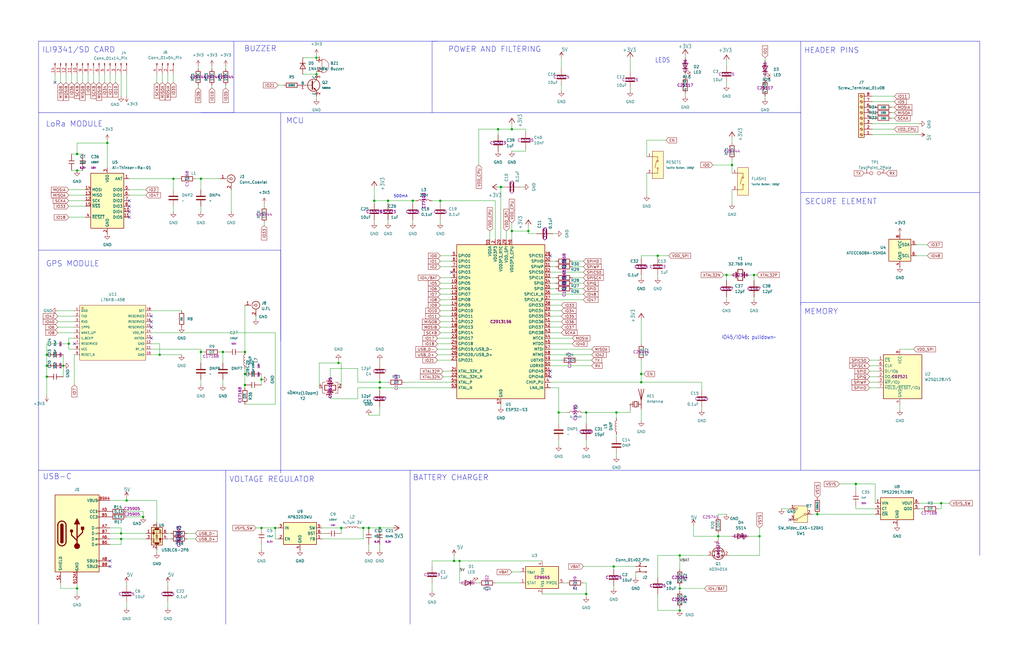
<source format=kicad_sch>
(kicad_sch (version 20250114) (generator "eeschema") (generator_version "9.0")
  (paper "User" 472.592 300.253)
  (lib_symbols
    (symbol "Battery_Management:MCP73831-2-OT"
      (property "Reference" "U" (at -7.62 6.35 0))
      (property "Value" "MCP73831-2-OT" (at 1.27 6.35 0))
      (symbol "MCP73831-2-OT_1_1"
        (pin input line (at -10.16 -2.54 0) (length 2.54) (name "PROG") (number "5"))
        (pin power_in line (at 0 7.62 270) (length 2.54) (name "V_{DD}") (number "4"))
        (pin power_in line (at 0 -7.62 90) (length 2.54) (name "V_{SS}") (number "2"))
        (pin power_out line (at 10.16 2.54 180) (length 2.54) (name "V_{BAT}") (number "3"))
        (pin tri_state line (at 10.16 -2.54 180) (length 2.54) (name "STAT") (number "1"))
      )
    )
    (symbol "Connector:Conn_01x02_Pin" (pin_names (offset 1.016) (hide yes))
      (property "Reference" "J" (at 0 2.54 0))
      (property "Value" "Conn_01x02_Pin" (at 0 -5.08 0))
      (symbol "Conn_01x02_Pin_1_1"
        (pin passive line (at 5.08 0 180) (length 3.81) (name "Pin_1") (number "1"))
        (pin passive line (at 5.08 -2.54 180) (length 3.81) (name "Pin_2") (number "2"))
      )
    )
    (symbol "Connector:Conn_01x04_Pin" (pin_names (offset 1.016) (hide yes))
      (property "Reference" "J" (at 0 5.08 0))
      (property "Value" "Conn_01x04_Pin" (at 0 -7.62 0))
      (symbol "Conn_01x04_Pin_1_1"
        (pin passive line (at 5.08 2.54 180) (length 3.81) (name "Pin_1") (number "1"))
        (pin passive line (at 5.08 0 180) (length 3.81) (name "Pin_2") (number "2"))
        (pin passive line (at 5.08 -2.54 180) (length 3.81) (name "Pin_3") (number "3"))
        (pin passive line (at 5.08 -5.08 180) (length 3.81) (name "Pin_4") (number "4"))
      )
    )
    (symbol "Connector:Conn_01x14_Pin" (pin_names (offset 1.016) (hide yes))
      (property "Reference" "J" (at 0 17.78 0))
      (property "Value" "Conn_01x14_Pin" (at 0 -20.32 0))
      (symbol "Conn_01x14_Pin_1_1"
        (pin passive line (at 5.08 15.24 180) (length 3.81) (name "Pin_1") (number "1"))
        (pin passive line (at 5.08 12.7 180) (length 3.81) (name "Pin_2") (number "2"))
        (pin passive line (at 5.08 10.16 180) (length 3.81) (name "Pin_3") (number "3"))
        (pin passive line (at 5.08 7.62 180) (length 3.81) (name "Pin_4") (number "4"))
        (pin passive line (at 5.08 5.08 180) (length 3.81) (name "Pin_5") (number "5"))
        (pin passive line (at 5.08 2.54 180) (length 3.81) (name "Pin_6") (number "6"))
        (pin passive line (at 5.08 0 180) (length 3.81) (name "Pin_7") (number "7"))
        (pin passive line (at 5.08 -2.54 180) (length 3.81) (name "Pin_8") (number "8"))
        (pin passive line (at 5.08 -5.08 180) (length 3.81) (name "Pin_9") (number "9"))
        (pin passive line (at 5.08 -7.62 180) (length 3.81) (name "Pin_10") (number "10"))
        (pin passive line (at 5.08 -10.16 180) (length 3.81) (name "Pin_11") (number "11"))
        (pin passive line (at 5.08 -12.7 180) (length 3.81) (name "Pin_12") (number "12"))
        (pin passive line (at 5.08 -15.24 180) (length 3.81) (name "Pin_13") (number "13"))
        (pin passive line (at 5.08 -17.78 180) (length 3.81) (name "Pin_14") (number "14"))
      )
    )
    (symbol "Connector:Conn_Coaxial" (pin_names (offset 1.016) (hide yes))
      (property "Reference" "J" (at 0.254 3.048 0))
      (property "Value" "Conn_Coaxial" (at 2.921 0 90))
      (symbol "Conn_Coaxial_1_1"
        (pin passive line (at -5.08 0 0) (length 2.54) (name "In") (number "1"))
        (pin passive line (at 0 -5.08 90) (length 2.54) (name "Ext") (number "2"))
      )
    )
    (symbol "Connector:Screw_Terminal_01x08" (pin_names (offset 1.016) (hide yes))
      (property "Reference" "J" (at 0 10.16 0))
      (property "Value" "Screw_Terminal_01x08" (at 0 -12.7 0))
      (symbol "Screw_Terminal_01x08_1_1"
        (pin passive line (at -5.08 7.62 0) (length 3.81) (name "Pin_1") (number "1"))
        (pin passive line (at -5.08 5.08 0) (length 3.81) (name "Pin_2") (number "2"))
        (pin passive line (at -5.08 2.54 0) (length 3.81) (name "Pin_3") (number "3"))
        (pin passive line (at -5.08 0 0) (length 3.81) (name "Pin_4") (number "4"))
        (pin passive line (at -5.08 -2.54 0) (length 3.81) (name "Pin_5") (number "5"))
        (pin passive line (at -5.08 -5.08 0) (length 3.81) (name "Pin_6") (number "6"))
        (pin passive line (at -5.08 -7.62 0) (length 3.81) (name "Pin_7") (number "7"))
        (pin passive line (at -5.08 -10.16 0) (length 3.81) (name "Pin_8") (number "8"))
      )
    )
    (symbol "Connector:TestPoint_2Pole" (pin_names (offset 0.762) (hide yes))
      (property "Reference" "TP" (at 0 1.524 0))
      (property "Value" "TestPoint_2Pole" (at 0 -1.778 0))
      (symbol "TestPoint_2Pole_0_1"
        (pin passive line (at -5.08 0 0) (length 2.54) (name "1") (number "1"))
        (pin passive line (at 5.08 0 180) (length 2.54) (name "2") (number "2"))
      )
    )
    (symbol "Device:Antenna_Chip" (pin_numbers (hide yes)) (pin_names (offset 1.016) (hide yes))
      (property "Reference" "AE" (at 0 5.08 0))
      (property "Value" "Antenna_Chip" (at 0 3.175 0))
      (symbol "Antenna_Chip_1_1"
        (pin input line (at -2.54 -2.54 90) (length 2.54) (name "FEED") (number "1"))
        (pin passive line (at 2.54 -2.54 90) (length 2.54) (name "PCB_Trace") (number "2"))
      )
    )
    (symbol "Device:Buzzer" (pin_names (offset 0.0254) (hide yes))
      (property "Reference" "BZ" (at 3.81 1.27 0))
      (property "Value" "Buzzer" (at 3.81 -1.27 0))
      (symbol "Buzzer_1_1"
        (pin passive line (at -2.54 2.54 0) (length 2.54) (name "+") (number "1"))
        (pin passive line (at -2.54 -2.54 0) (length 2.54) (name "-") (number "2"))
      )
    )
    (symbol "Device:C" (pin_numbers (hide yes)) (pin_names (offset 0.254))
      (property "Reference" "C" (at 0.635 2.54 0))
      (property "Value" "C" (at 0.635 -2.54 0))
      (symbol "C_1_1"
        (pin passive line (at 0 3.81 270) (length 2.794) (name "~") (number "1"))
        (pin passive line (at 0 -3.81 90) (length 2.794) (name "~") (number "2"))
      )
    )
    (symbol "Device:Crystal" (pin_numbers (hide yes)) (pin_names (offset 1.016) (hide yes))
      (property "Reference" "Y" (at 0 3.81 0))
      (property "Value" "Crystal" (at 0 -3.81 0))
      (symbol "Crystal_1_1"
        (pin passive line (at -3.81 0 0) (length 1.27) (name "1") (number "1"))
        (pin passive line (at 3.81 0 180) (length 1.27) (name "2") (number "2"))
      )
    )
    (symbol "Device:Crystal_GND24" (pin_names (offset 1.016) (hide yes))
      (property "Reference" "Y" (at 3.175 5.08 0))
      (property "Value" "Crystal_GND24" (at 3.175 3.175 0))
      (symbol "Crystal_GND24_1_1"
        (pin passive line (at -3.81 0 0) (length 1.27) (name "1") (number "1"))
        (pin passive line (at 0 5.08 270) (length 1.27) (name "2") (number "2"))
        (pin passive line (at 0 -5.08 90) (length 1.27) (name "4") (number "4"))
        (pin passive line (at 3.81 0 180) (length 1.27) (name "3") (number "3"))
      )
    )
    (symbol "Device:L" (pin_numbers (hide yes)) (pin_names (offset 1.016) (hide yes))
      (property "Reference" "L" (at -1.27 0 90))
      (property "Value" "L" (at 1.905 0 90))
      (symbol "L_1_1"
        (pin passive line (at 0 3.81 270) (length 1.27) (name "1") (number "1"))
        (pin passive line (at 0 -3.81 90) (length 1.27) (name "2") (number "2"))
      )
    )
    (symbol "Device:LED" (pin_numbers (hide yes)) (pin_names (offset 1.016) (hide yes))
      (property "Reference" "D" (at 0 2.54 0))
      (property "Value" "LED" (at 0 -2.54 0))
      (symbol "LED_1_1"
        (pin passive line (at -3.81 0 0) (length 2.54) (name "K") (number "1"))
        (pin passive line (at 3.81 0 180) (length 2.54) (name "A") (number "2"))
      )
    )
    (symbol "Device:R" (pin_numbers (hide yes)) (pin_names (offset 0))
      (property "Reference" "R" (at 2.032 0 90))
      (property "Value" "R" (at 0 0 90))
      (symbol "R_1_1"
        (pin passive line (at 0 3.81 270) (length 1.27) (name "~") (number "1"))
        (pin passive line (at 0 -3.81 90) (length 1.27) (name "~") (number "2"))
      )
    )
    (symbol "Diode:1N4148W" (pin_numbers (hide yes)) (pin_names (hide yes))
      (property "Reference" "D" (at 0 2.54 0))
      (property "Value" "1N4148W" (at 0 -2.54 0))
      (symbol "1N4148W_1_1"
        (pin passive line (at -3.81 0 0) (length 2.54) (name "K") (number "1"))
        (pin passive line (at 3.81 0 180) (length 2.54) (name "A") (number "2"))
      )
    )
    (symbol "Diode:SS14" (pin_numbers (hide yes)) (pin_names (offset 1.016) (hide yes))
      (property "Reference" "D" (at 0 2.54 0))
      (property "Value" "SS14" (at 0 -2.54 0))
      (symbol "SS14_1_1"
        (pin passive line (at -3.81 0 0) (length 2.54) (name "K") (number "1"))
        (pin passive line (at 3.81 0 180) (length 2.54) (name "A") (number "2"))
      )
    )
    (symbol "GND_1" (power) (pin_numbers (hide yes)) (pin_names (offset 0) (hide yes))
      (property "Value" "GND" (at 0 -3.81 0))
      (symbol "GND_1_1_1"
        (pin power_in line (at 0 0 270) (length 0) (name "~") (number "1"))
      )
    )
    (symbol "GND_10" (power) (pin_numbers (hide yes)) (pin_names (offset 0) (hide yes))
      (property "Value" "GND" (at 0 -3.81 0))
      (symbol "GND_10_1_1"
        (pin power_in line (at 0 0 270) (length 0) (name "~") (number "1"))
      )
    )
    (symbol "GND_11" (power) (pin_numbers (hide yes)) (pin_names (offset 0) (hide yes))
      (property "Value" "GND" (at 0 -3.81 0))
      (symbol "GND_11_1_1"
        (pin power_in line (at 0 0 270) (length 0) (name "~") (number "1"))
      )
    )
    (symbol "GND_12" (power) (pin_numbers (hide yes)) (pin_names (offset 0) (hide yes))
      (property "Value" "GND" (at 0 -3.81 0))
      (symbol "GND_12_1_1"
        (pin power_in line (at 0 0 270) (length 0) (name "~") (number "1"))
      )
    )
    (symbol "GND_2" (power) (pin_numbers (hide yes)) (pin_names (offset 0) (hide yes))
      (property "Value" "GND" (at 0 -3.81 0))
      (symbol "GND_2_1_1"
        (pin power_in line (at 0 0 270) (length 0) (name "~") (number "1"))
      )
    )
    (symbol "GND_4" (power) (pin_numbers (hide yes)) (pin_names (offset 0) (hide yes))
      (property "Value" "GND" (at 0 -3.81 0))
      (symbol "GND_4_1_1"
        (pin power_in line (at 0 0 270) (length 0) (name "~") (number "1"))
      )
    )
    (symbol "GND_5" (power) (pin_numbers (hide yes)) (pin_names (offset 0) (hide yes))
      (property "Value" "GND" (at 0 -3.81 0))
      (symbol "GND_5_1_1"
        (pin power_in line (at 0 0 270) (length 0) (name "~") (number "1"))
      )
    )
    (symbol "GND_6" (power) (pin_numbers (hide yes)) (pin_names (offset 0) (hide yes))
      (property "Value" "GND" (at 0 -3.81 0))
      (symbol "GND_6_1_1"
        (pin power_in line (at 0 0 270) (length 0) (name "~") (number "1"))
      )
    )
    (symbol "GND_7" (power) (pin_numbers (hide yes)) (pin_names (offset 0) (hide yes))
      (property "Value" "GND" (at 0 -3.81 0))
      (symbol "GND_7_1_1"
        (pin power_in line (at 0 0 270) (length 0) (name "~") (number "1"))
      )
    )
    (symbol "GND_8" (power) (pin_numbers (hide yes)) (pin_names (offset 0) (hide yes))
      (property "Value" "GND" (at 0 -3.81 0))
      (symbol "GND_8_1_1"
        (pin power_in line (at 0 0 270) (length 0) (name "~") (number "1"))
      )
    )
    (symbol "GND_9" (power) (pin_numbers (hide yes)) (pin_names (offset 0) (hide yes))
      (property "Value" "GND" (at 0 -3.81 0))
      (symbol "GND_9_1_1"
        (pin power_in line (at 0 0 270) (length 0) (name "~") (number "1"))
      )
    )
    (symbol "Lora-device:L76KB-A58"
      (property "Reference" "U" (at 0 1.27 0))
      (property "Value" "L76KB-A58" (at 0 -2.54 0))
      (symbol "L76KB-A58_0_1"
        (pin unspecified line (at -17.78 10.16 0) (length 2.54) (name "GND") (number "1"))
        (pin unspecified line (at -17.78 7.62 0) (length 2.54) (name "TXD") (number "2"))
        (pin unspecified line (at -17.78 5.08 0) (length 2.54) (name "RXD") (number "3"))
        (pin unspecified line (at -17.78 2.54 0) (length 2.54) (name "1PPS") (number "4"))
        (pin unspecified line (at -17.78 0 0) (length 2.54) (name "WAKE_UP") (number "5"))
        (pin unspecified line (at -17.78 -2.54 0) (length 2.54) (name "V_BCKP") (number "6"))
        (pin unspecified line (at -17.78 -5.08 0) (length 2.54) (name "RESERVED") (number "7"))
        (pin unspecified line (at -17.78 -7.62 0) (length 2.54) (name "VCC") (number "8"))
        (pin unspecified line (at -17.78 -10.16 0) (length 2.54) (name "RESET_N") (number "9"))
        (pin unspecified line (at 17.78 10.16 180) (length 2.54) (name "SET") (number "18"))
        (pin unspecified line (at 17.78 7.62 180) (length 2.54) (name "RESERVED") (number "17"))
        (pin unspecified line (at 17.78 5.08 180) (length 2.54) (name "RESERVED") (number "16"))
        (pin unspecified line (at 17.78 2.54 180) (length 2.54) (name "RESERVED") (number "15"))
        (pin unspecified line (at 17.78 0 180) (length 2.54) (name "VDD_RF") (number "14"))
        (pin unspecified line (at 17.78 -2.54 180) (length 2.54) (name "ANTON") (number "13"))
        (pin unspecified line (at 17.78 -5.08 180) (length 2.54) (name "GND") (number "12"))
        (pin unspecified line (at 17.78 -7.62 180) (length 2.54) (name "RF_IN") (number "11"))
        (pin unspecified line (at 17.78 -10.16 180) (length 2.54) (name "GND") (number "10"))
      )
    )
    (symbol "MCU_Espressif:ESP32-S3"
      (property "Reference" "U" (at 10.16 -38.1 0))
      (property "Value" "ESP32-S3" (at 13.97 -40.64 0))
      (symbol "ESP32-S3_1_0"
        (pin passive line (at -5.08 38.1 270) (length 2.54) (hide yes) (name "VDDA") (number "56"))
        (pin bidirectional line (at 22.86 12.7 180) (length 2.54) (name "SPICLK_N") (number "36"))
        (pin bidirectional line (at 22.86 -10.16 180) (length 2.54) (name "MTDO") (number "45"))
        (pin bidirectional line (at 22.86 -22.86 180) (length 2.54) (name "GPIO45") (number "51"))
      )
      (symbol "ESP32-S3_1_1"
        (pin bidirectional line (at -22.86 30.48 0) (length 2.54) (name "GPIO0") (number "5"))
        (pin bidirectional line (at -22.86 27.94 0) (length 2.54) (name "GPIO1") (number "6"))
        (pin bidirectional line (at -22.86 25.4 0) (length 2.54) (name "GPIO2") (number "7"))
        (pin bidirectional line (at -22.86 22.86 0) (length 2.54) (name "GPIO3") (number "8"))
        (pin bidirectional line (at -22.86 20.32 0) (length 2.54) (name "GPIO4") (number "9"))
        (pin bidirectional line (at -22.86 17.78 0) (length 2.54) (name "GPIO5") (number "10"))
        (pin bidirectional line (at -22.86 15.24 0) (length 2.54) (name "GPIO6") (number "11"))
        (pin bidirectional line (at -22.86 12.7 0) (length 2.54) (name "GPIO7") (number "12"))
        (pin bidirectional line (at -22.86 10.16 0) (length 2.54) (name "GPIO8") (number "13"))
        (pin bidirectional line (at -22.86 7.62 0) (length 2.54) (name "GPIO9") (number "14"))
        (pin bidirectional line (at -22.86 5.08 0) (length 2.54) (name "GPIO10") (number "15"))
        (pin bidirectional line (at -22.86 2.54 0) (length 2.54) (name "GPIO11") (number "16"))
        (pin bidirectional line (at -22.86 0 0) (length 2.54) (name "GPIO12") (number "17"))
        (pin bidirectional line (at -22.86 -2.54 0) (length 2.54) (name "GPIO13") (number "18"))
        (pin bidirectional line (at -22.86 -5.08 0) (length 2.54) (name "GPIO14") (number "19"))
        (pin bidirectional line (at -22.86 -7.62 0) (length 2.54) (name "GPIO17") (number "23"))
        (pin bidirectional line (at -22.86 -10.16 0) (length 2.54) (name "GPIO18") (number "24"))
        (pin bidirectional line (at -22.86 -12.7 0) (length 2.54) (name "GPIO19/USB_D-") (number "25"))
        (pin bidirectional line (at -22.86 -15.24 0) (length 2.54) (name "GPIO20/USB_D+") (number "26"))
        (pin bidirectional line (at -22.86 -17.78 0) (length 2.54) (name "GPIO21") (number "27"))
        (pin passive line (at -22.86 -22.86 0) (length 2.54) (name "XTAL_32K_P") (number "21"))
        (pin passive line (at -22.86 -25.4 0) (length 2.54) (name "XTAL_32K_N") (number "22"))
        (pin input line (at -22.86 -27.94 0) (length 2.54) (name "XTAL_P") (number "54"))
        (pin output line (at -22.86 -30.48 0) (length 2.54) (name "XTAL_N") (number "53"))
        (pin power_in line (at -5.08 38.1 270) (length 2.54) (name "VDDA") (number "55"))
        (pin power_in line (at -2.54 38.1 270) (length 2.54) (name "VDD3P3") (number "2"))
        (pin passive line (at -2.54 38.1 270) (length 2.54) (hide yes) (name "VDD3P3") (number "3"))
        (pin power_in line (at 0 38.1 270) (length 2.54) (name "VDD3P3_RTC") (number "20"))
        (pin power_in line (at 0 -38.1 90) (length 2.54) (name "GND") (number "57"))
        (pin power_in line (at 2.54 38.1 270) (length 2.54) (name "VDD_SPI") (number "29"))
        (pin power_in line (at 5.08 38.1 270) (length 2.54) (name "VDD3P3_CPU") (number "46"))
        (pin bidirectional line (at 22.86 30.48 180) (length 2.54) (name "SPICS1") (number "28"))
        (pin bidirectional line (at 22.86 27.94 180) (length 2.54) (name "SPIHD") (number "30"))
        (pin bidirectional line (at 22.86 25.4 180) (length 2.54) (name "SPIWP") (number "31"))
        (pin bidirectional line (at 22.86 22.86 180) (length 2.54) (name "SPICS0") (number "32"))
        (pin bidirectional line (at 22.86 20.32 180) (length 2.54) (name "SPICLK") (number "33"))
        (pin bidirectional line (at 22.86 17.78 180) (length 2.54) (name "SPIQ") (number "34"))
        (pin bidirectional line (at 22.86 15.24 180) (length 2.54) (name "SPID") (number "35"))
        (pin bidirectional line (at 22.86 10.16 180) (length 2.54) (name "SPICLK_P") (number "37"))
        (pin bidirectional line (at 22.86 7.62 180) (length 2.54) (name "GPIO33") (number "38"))
        (pin bidirectional line (at 22.86 5.08 180) (length 2.54) (name "GPIO34") (number "39"))
        (pin bidirectional line (at 22.86 2.54 180) (length 2.54) (name "GPIO35") (number "40"))
        (pin bidirectional line (at 22.86 0 180) (length 2.54) (name "GPIO36") (number "41"))
        (pin bidirectional line (at 22.86 -2.54 180) (length 2.54) (name "GPIO37") (number "42"))
        (pin bidirectional line (at 22.86 -5.08 180) (length 2.54) (name "GPIO38") (number "43"))
        (pin bidirectional line (at 22.86 -7.62 180) (length 2.54) (name "MTCK") (number "44"))
        (pin bidirectional line (at 22.86 -12.7 180) (length 2.54) (name "MTDI") (number "47"))
        (pin bidirectional line (at 22.86 -15.24 180) (length 2.54) (name "MTMS") (number "48"))
        (pin bidirectional line (at 22.86 -17.78 180) (length 2.54) (name "U0TXD") (number "49"))
        (pin bidirectional line (at 22.86 -20.32 180) (length 2.54) (name "U0RXD") (number "50"))
        (pin bidirectional line (at 22.86 -25.4 180) (length 2.54) (name "GPIO46") (number "52"))
        (pin input line (at 22.86 -27.94 180) (length 2.54) (name "CHIP_PU") (number "4"))
        (pin bidirectional line (at 22.86 -30.48 180) (length 2.54) (name "LNA_IN") (number "1"))
      )
    )
    (symbol "MaTouch 1.9“ TFT Breakout v1.1-eagle-import:+3V3" (power)
      (property "Value" "+3V3" (at -2.54 -5.08 90))
      (symbol "+3V3_1_0"
        (pin power_in line (at 0 -2.54 90) (length 2.54) (name "+3V3") (number "1"))
      )
    )
    (symbol "MaTouch 1.9“ TFT Breakout v1.1-eagle-import:5V" (power)
      (property "Value" "5V" (at 0 2.794 0))
      (symbol "5V_1_0"
        (pin power_in line (at 0 0 90) (length 2.54) (name "5V") (number "1"))
      )
    )
    (symbol "Memory_Flash:W25Q128JVS"
      (property "Reference" "U" (at -6.35 11.43 0))
      (property "Value" "W25Q128JVS" (at 7.62 11.43 0))
      (symbol "W25Q128JVS_1_1"
        (pin input line (at -10.16 7.62 0) (length 2.54) (name "~{CS}") (number "1"))
        (pin input line (at -10.16 5.08 0) (length 2.54) (name "CLK") (number "6"))
        (pin bidirectional line (at -10.16 2.54 0) (length 2.54) (name "DI/IO_{0}") (number "5"))
        (pin bidirectional line (at -10.16 0 0) (length 2.54) (name "DO/IO_{1}") (number "2"))
        (pin bidirectional line (at -10.16 -2.54 0) (length 2.54) (name "~{WP}/IO_{2}") (number "3"))
        (pin bidirectional line (at -10.16 -5.08 0) (length 2.54) (name "~{HOLD}/~{RESET}/IO_{3}") (number "7"))
        (pin power_in line (at 0 12.7 270) (length 2.54) (name "VCC") (number "8"))
        (pin power_in line (at 0 -12.7 90) (length 2.54) (name "GND") (number "4"))
      )
    )
    (symbol "PCM_JLCPCB-Capacitors:0402,100nF" (pin_numbers (hide yes)) (pin_names (offset 0))
      (property "Reference" "C" (at 2.032 1.668 0))
      (property "Value" "100nF" (at 2.032 -0.3782 0))
      (property "Voltage Rated" "16V" (at 2.032 -2.0462 0))
      (symbol "0402,100nF_1_1"
        (pin passive line (at 0 3.81 270) (length 3.175) (name "~") (number "1"))
        (pin passive line (at 0 -3.81 90) (length 3.175) (name "~") (number "2"))
      )
    )
    (symbol "PCM_JLCPCB-Capacitors:0402,100pF" (pin_numbers (hide yes)) (pin_names (offset 0))
      (property "Reference" "C" (at 2.032 1.668 0))
      (property "Value" "100pF" (at 2.032 -0.3782 0))
      (property "Voltage Rated" "50V" (at 2.032 -2.0462 0))
      (symbol "0402,100pF_1_1"
        (pin passive line (at 0 3.81 270) (length 3.175) (name "~") (number "1"))
        (pin passive line (at 0 -3.81 90) (length 3.175) (name "~") (number "2"))
      )
    )
    (symbol "PCM_JLCPCB-Capacitors:0402,10uF" (pin_numbers (hide yes)) (pin_names (offset 0))
      (property "Reference" "C" (at 2.032 1.668 0))
      (property "Value" "10uF" (at 2.032 -0.3782 0))
      (property "Voltage Rated" "6.3V" (at 2.032 -2.0462 0))
      (symbol "0402,10uF_1_1"
        (pin passive line (at 0 3.81 270) (length 3.175) (name "~") (number "1"))
        (pin passive line (at 0 -3.81 90) (length 3.175) (name "~") (number "2"))
      )
    )
    (symbol "PCM_JLCPCB-Capacitors:0402,1nF" (pin_numbers (hide yes)) (pin_names (offset 0))
      (property "Reference" "C" (at 2.032 1.668 0))
      (property "Value" "1nF" (at 2.032 -0.3782 0))
      (property "Voltage Rated" "50V" (at 2.032 -2.0462 0))
      (symbol "0402,1nF_1_1"
        (pin passive line (at 0 3.81 270) (length 3.175) (name "~") (number "1"))
        (pin passive line (at 0 -3.81 90) (length 3.175) (name "~") (number "2"))
      )
    )
    (symbol "PCM_JLCPCB-Capacitors:0402,33pF" (pin_numbers (hide yes)) (pin_names (offset 0))
      (property "Reference" "C" (at 2.032 1.668 0))
      (property "Value" "33pF" (at 2.032 -0.3782 0))
      (property "Voltage Rated" "50V" (at 2.032 -2.0462 0))
      (symbol "0402,33pF_1_1"
        (pin passive line (at 0 3.81 270) (length 3.175) (name "~") (number "1"))
        (pin passive line (at 0 -3.81 90) (length 3.175) (name "~") (number "2"))
      )
    )
    (symbol "PCM_JLCPCB-Capacitors:0603,22uF" (pin_numbers (hide yes)) (pin_names (offset 0))
      (property "Reference" "C" (at 2.032 1.668 0))
      (property "Value" "22uF" (at 2.032 -0.3782 0))
      (property "Voltage Rated" "6.3V" (at 2.032 -2.0462 0))
      (symbol "0603,22uF_1_1"
        (pin passive line (at 0 3.81 270) (length 3.175) (name "~") (number "1"))
        (pin passive line (at 0 -3.81 90) (length 3.175) (name "~") (number "2"))
      )
    )
    (symbol "PCM_JLCPCB-Connectors_Buttons:Tactile Button, 160gf, 12V, 50mA, 4.0mm" (pin_names (hide yes))
      (property "Reference" "S" (at 0 1.27 0))
      (property "Value" "Tactile Button, 160gf" (at 0 -8.89 0))
      (symbol "Tactile Button, 160gf, 12V, 50mA, 4.0mm_0_1"
        (pin unspecified line (at -5.08 2.54 0) (length 2.54) (name "A") (number "1"))
        (pin unspecified line (at -5.08 -5.08 0) (length 2.54) (name "B") (number "2"))
      )
    )
    (symbol "PCM_JLCPCB-Extended:Connector, USB-TYPE-C-16P"
      (property "Reference" "J" (at 2.54 2.54 0))
      (symbol "Connector, USB-TYPE-C-16P_1_1"
        (pin passive line (at -7.62 -22.86 90) (length 5.08) (name "SHIELD") (number "S1"))
        (pin passive line (at 0 -22.86 90) (length 5.08) (hide yes) (name "GND") (number "A12B1"))
        (pin passive line (at 0 -22.86 90) (length 5.08) (name "GND") (number "B12A1"))
        (pin passive line (at 15.24 15.24 180) (length 5.08) (hide yes) (name "VBUS") (number "A9B4"))
        (pin passive line (at 15.24 15.24 180) (length 5.08) (name "VBUS") (number "B9A4"))
        (pin bidirectional line (at 15.24 10.16 180) (length 5.08) (name "CC1") (number "A5"))
        (pin bidirectional line (at 15.24 7.62 180) (length 5.08) (name "CC2") (number "B5"))
        (pin bidirectional line (at 15.24 2.54 180) (length 5.08) (name "D-") (number "A7"))
        (pin bidirectional line (at 15.24 0 180) (length 5.08) (name "D-") (number "B7"))
        (pin bidirectional line (at 15.24 -2.54 180) (length 5.08) (name "D+") (number "A6"))
        (pin bidirectional line (at 15.24 -5.08 180) (length 5.08) (name "D+") (number "B6"))
        (pin bidirectional line (at 15.24 -12.7 180) (length 5.08) (name "SBU1") (number "A8"))
        (pin bidirectional line (at 15.24 -15.24 180) (length 5.08) (name "SBU2") (number "B8"))
      )
    )
    (symbol "PCM_JLCPCB-Extended:RF, Connector, U.FL" (pin_names (offset 1.016) (hide yes))
      (property "Reference" "J" (at 0.254 3.048 0))
      (property "Value" "U.FL" (at 2.921 0 90))
      (symbol "RF, Connector, U.FL_1_1"
        (pin passive line (at -5.08 0 0) (length 2.54) (name "In") (number "1"))
        (pin passive line (at 0 -5.08 90) (length 2.54) (name "Ext") (number "2"))
      )
    )
    (symbol "PCM_JLCPCB-Resistors:0402,0Ω" (pin_numbers (hide yes)) (pin_names (offset 0))
      (property "Reference" "R" (at 1.778 0 0))
      (property "Value" "0Ω" (at 0 0 90))
      (symbol "0402,0Ω_1_1"
        (pin passive line (at 0 3.81 270) (length 1.27) (name "~") (number "1"))
        (pin passive line (at 0 -3.81 90) (length 1.27) (name "~") (number "2"))
      )
    )
    (symbol "PCM_JLCPCB-Resistors:0402,100kΩ" (pin_numbers (hide yes)) (pin_names (offset 0))
      (property "Reference" "R" (at 1.778 0 0))
      (property "Value" "100kΩ" (at 0 0 90))
      (symbol "0402,100kΩ_1_1"
        (pin passive line (at 0 3.81 270) (length 1.27) (name "~") (number "1"))
        (pin passive line (at 0 -3.81 90) (length 1.27) (name "~") (number "2"))
      )
    )
    (symbol "PCM_JLCPCB-Resistors:0402,10Ω" (pin_numbers (hide yes)) (pin_names (offset 0))
      (property "Reference" "R" (at 1.778 0 0))
      (property "Value" "10Ω" (at 0 0 90))
      (symbol "0402,10Ω_1_1"
        (pin passive line (at 0 3.81 270) (length 1.27) (name "~") (number "1"))
        (pin passive line (at 0 -3.81 90) (length 1.27) (name "~") (number "2"))
      )
    )
    (symbol "PCM_JLCPCB-Resistors:0402,330Ω" (pin_numbers (hide yes)) (pin_names (offset 0))
      (property "Reference" "R" (at 1.778 0 0))
      (property "Value" "330Ω" (at 0 0 90))
      (symbol "0402,330Ω_1_1"
        (pin passive line (at 0 3.81 270) (length 1.27) (name "~") (number "1"))
        (pin passive line (at 0 -3.81 90) (length 1.27) (name "~") (number "2"))
      )
    )
    (symbol "PCM_JLCPCB-Transistors:NPN,S8050" (pin_names (offset 0))
      (property "Reference" "Q" (at 4.8514 0.834 0))
      (property "Value" "S8050" (at 4.8514 -1.2122 0))
      (symbol "NPN,S8050_1_1"
        (pin input line (at -5.08 0 0) (length 2.54) (name "B") (number "1"))
        (pin open_collector line (at 2.54 5.08 270) (length 2.54) (name "C") (number "3"))
        (pin open_emitter line (at 2.54 -5.08 90) (length 2.54) (name "E") (number "2"))
      )
    )
    (symbol "Power_Management:TPS22917LDBV"
      (property "Reference" "U" (at -6.35 6.35 0))
      (property "Value" "TPS22917LDBV" (at 2.54 6.35 0))
      (symbol "TPS22917LDBV_1_1"
        (pin power_in line (at -10.16 2.54 0) (length 2.54) (name "VIN") (number "1"))
        (pin output line (at -10.16 0 0) (length 2.54) (name "CT") (number "4"))
        (pin input line (at -10.16 -2.54 0) (length 2.54) (name "~{ON}") (number "3"))
        (pin power_in line (at 0 -7.62 90) (length 2.54) (name "GND") (number "2"))
        (pin power_out line (at 10.16 2.54 180) (length 2.54) (name "VOUT") (number "6"))
        (pin open_collector line (at 10.16 0 180) (length 2.54) (name "QOD") (number "5"))
      )
    )
    (symbol "Power_Protection:USBLC6-2P6" (pin_names (hide yes))
      (property "Reference" "U" (at 0.635 5.715 0))
      (property "Value" "USBLC6-2P6" (at 0.635 3.81 0))
      (symbol "USBLC6-2P6_1_1"
        (pin passive line (at -5.08 0 0) (length 2.54) (name "I/O1") (number "1"))
        (pin passive line (at -5.08 -2.54 0) (length 2.54) (name "I/O2") (number "3"))
        (pin passive line (at 0 5.08 270) (length 2.54) (name "VBUS") (number "5"))
        (pin passive line (at 0 -7.62 90) (length 2.54) (name "GND") (number "2"))
        (pin passive line (at 5.08 0 180) (length 2.54) (name "I/O1") (number "6"))
        (pin passive line (at 5.08 -2.54 180) (length 2.54) (name "I/O2") (number "4"))
      )
    )
    (symbol "RF_Module:Ai-Thinker-Ra-01"
      (property "Reference" "U" (at 2.54 17.78 0))
      (property "Value" "Ai-Thinker-Ra-01" (at 13.97 -15.24 0))
      (symbol "Ai-Thinker-Ra-01_1_1"
        (pin input line (at -10.16 5.08 0) (length 2.54) (name "MOSI") (number "14"))
        (pin output line (at -10.16 2.54 0) (length 2.54) (name "MISO") (number "13"))
        (pin input line (at -10.16 0 0) (length 2.54) (name "SCK") (number "12"))
        (pin input line (at -10.16 -2.54 0) (length 2.54) (name "~{NSS}") (number "15"))
        (pin input line (at -10.16 -7.62 0) (length 2.54) (name "~{RESET}") (number "4"))
        (pin power_in line (at 0 15.24 270) (length 2.54) (name "VDD") (number "3"))
        (pin passive line (at 0 -15.24 90) (length 2.54) (hide yes) (name "GND") (number "16"))
        (pin power_in line (at 0 -15.24 90) (length 2.54) (name "GND") (number "2"))
        (pin passive line (at 0 -15.24 90) (length 2.54) (hide yes) (name "GND") (number "9"))
        (pin passive line (at 10.16 10.16 180) (length 2.54) (name "ANT") (number "1"))
        (pin bidirectional line (at 10.16 5.08 180) (length 2.54) (name "DIO0") (number "5"))
        (pin bidirectional line (at 10.16 2.54 180) (length 2.54) (name "DIO1") (number "6"))
        (pin bidirectional line (at 10.16 0 180) (length 2.54) (name "DIO2") (number "7"))
        (pin bidirectional line (at 10.16 -2.54 180) (length 2.54) (name "DIO3") (number "8"))
        (pin bidirectional line (at 10.16 -5.08 180) (length 2.54) (name "DIO4") (number "10"))
        (pin bidirectional line (at 10.16 -7.62 180) (length 2.54) (name "DIO5") (number "11"))
      )
    )
    (symbol "Regulator_Switching:AP63203WU"
      (property "Reference" "U" (at -7.62 6.35 0))
      (property "Value" "AP63203WU" (at 2.54 6.35 0))
      (symbol "AP63203WU_1_1"
        (pin power_in line (at -10.16 2.54 0) (length 2.54) (name "IN") (number "3"))
        (pin input line (at -10.16 -2.54 0) (length 2.54) (name "EN") (number "2"))
        (pin power_in line (at 0 -7.62 90) (length 2.54) (name "GND") (number "4"))
        (pin output line (at 10.16 2.54 180) (length 2.54) (name "SW") (number "5"))
        (pin passive line (at 10.16 0 180) (length 2.54) (name "BST") (number "6"))
        (pin input line (at 10.16 -2.54 180) (length 2.54) (name "FB") (number "1"))
      )
    )
    (symbol "Security:ATECC608A-SSHDA"
      (property "Reference" "U" (at 3.81 6.35 0))
      (property "Value" "ATECC608A-SSHDA" (at 10.16 -6.35 0))
      (symbol "ATECC608A-SSHDA_1_1"
        (pin no_connect line (at -5.08 2.54 0) (length 2.54) (hide yes) (name "NC") (number "1"))
        (pin no_connect line (at -5.08 0 0) (length 2.54) (hide yes) (name "NC") (number "2"))
        (pin no_connect line (at -5.08 -2.54 0) (length 2.54) (hide yes) (name "NC") (number "3"))
        (pin power_in line (at 0 7.62 270) (length 2.54) (name "VCC") (number "8"))
        (pin power_in line (at 0 -7.62 90) (length 2.54) (name "GND") (number "4"))
        (pin no_connect line (at 5.08 0 180) (length 2.54) (hide yes) (name "NC") (number "7"))
        (pin bidirectional line (at 7.62 2.54 180) (length 2.54) (name "SDA") (number "5"))
        (pin input line (at 7.62 -2.54 180) (length 2.54) (name "SCL") (number "6"))
      )
    )
    (symbol "Switch:SW_Nidec_CAS-120A1" (pin_names (offset 1) (hide yes))
      (property "Reference" "SW" (at 0 4.318 0))
      (property "Value" "SW_Nidec_CAS-120A1" (at 0 -5.08 0))
      (symbol "SW_Nidec_CAS-120A1_1_1"
        (pin passive line (at -5.08 0 0) (length 2.54) (name "B") (number "2"))
        (pin passive line (at 5.08 2.54 180) (length 2.54) (name "A") (number "3"))
        (pin passive line (at 5.08 -2.54 180) (length 2.54) (name "C") (number "1"))
      )
    )
    (symbol "Transistor_FET:AO3401A" (pin_names (hide yes))
      (property "Reference" "Q" (at 5.08 1.905 0))
      (property "Value" "AO3401A" (at 5.08 0 0))
      (symbol "AO3401A_1_1"
        (pin input line (at -5.08 0 0) (length 2.54) (name "G") (number "1"))
        (pin passive line (at 2.54 5.08 270) (length 2.54) (name "D") (number "3"))
        (pin passive line (at 2.54 -5.08 90) (length 2.54) (name "S") (number "2"))
      )
    )
    (symbol "power:+3V3" (power) (pin_numbers (hide yes)) (pin_names (offset 0) (hide yes))
      (property "Value" "+3V3" (at 0 3.556 0))
      (symbol "+3V3_1_1"
        (pin power_in line (at 0 0 90) (length 0) (name "~") (number "1"))
      )
    )
    (symbol "power:GND" (power) (pin_names (offset 0))
      (property "Value" "GND" (at 0 -3.81 0))
      (symbol "GND_1_1"
        (pin power_in line (at 0 0 270) (length 0) (hide yes) (name "GND") (number "1"))
      )
    )
  )
  (text "BATTERY CHARGER" (at 208.026 220.726 0) (effects (font (size 2.54 2.54))))
  (text "VOLTAGE REGULATOR" (at 125.476 221.488 0) (effects (font (size 2.54 2.54))))
  (text "BUZZER" (at 120.142 22.606 0) (effects (font (size 2.54 2.54))))
  (text "LoRa MODULE" (at 34.29 57.404 0) (effects (font (size 2.54 2.54))))
  (text "500mA" (at 184.912 90.678 0) (effects (font (size 1.27 1.27))))
  (text "LEDS" (at 302.26 29.21 0) (effects (font (size 2.1844 1.8567)) (justify left bottom)))
  (text "MCU" (at 136.144 55.88 0) (effects (font (size 2.54 2.54))))
  (text "HEADER PINS" (at 383.794 23.368 0) (effects (font (size 2.54 2.54))))
  (text "MEMORY" (at 378.968 144.018 0) (effects (font (size 2.54 2.54))))
  (text "GPS MODULE" (at 33.528 121.92 0) (effects (font (size 2.54 2.54))))
  (text "ILI9341/SD CARD" (at 36.322 23.114 0) (effects (font (size 2.54 2.54))))
  (text "POWER AND FILTERING" (at 206.756 24.384 0) (effects (font (size 2.54 2.54)) (justify left bottom)))
  (text "IO45/IO46: pulldown~~{}" (at 332.994 156.972 0) (effects (font (size 1.778 1.5113)) (justify left bottom)))
  (text "USB-C" (at 26.416 220.218 0) (effects (font (size 2.54 2.54))))
  (text "SECURE ELEMENT" (at 388.112 93.218 0) (effects (font (size 2.54 2.54))))
  (junction (at 58.42 231.14))
  (junction (at 236.22 106.68))
  (junction (at 175.26 243.84))
  (junction (at 313.69 281.94))
  (junction (at 335.28 127))
  (junction (at 35.56 71.12))
  (junction (at 120.65 243.84))
  (junction (at 179.07 92.71))
  (junction (at 31.75 158.75))
  (junction (at 212.09 259.08))
  (junction (at 120.65 175.26))
  (junction (at 35.56 78.74))
  (junction (at 172.72 92.71))
  (junction (at 21.59 173.99))
  (junction (at 167.64 243.84))
  (junction (at 175.26 176.53))
  (junction (at 73.66 163.83))
  (junction (at 49.53 66.04))
  (junction (at 146.05 34.29))
  (junction (at 337.82 76.2))
  (junction (at 303.53 118.11))
  (junction (at 209.55 259.08))
  (junction (at 229.87 59.69))
  (junction (at 434.34 232.41))
  (junction (at 394.97 223.52))
  (junction (at 29.21 168.91))
  (junction (at 55.88 248.92))
  (junction (at 331.47 247.65))
  (junction (at 80.01 82.55))
  (junction (at 270.51 190.5))
  (junction (at 113.03 172.72))
  (junction (at 66.04 238.76))
  (junction (at 175.26 179.07))
  (junction (at 377.19 237.49))
  (junction (at 295.91 176.53))
  (junction (at 170.18 243.84))
  (junction (at 236.22 59.69))
  (junction (at 203.2 92.71))
  (junction (at 157.48 243.84))
  (junction (at 55.88 246.38))
  (junction (at 156.21 167.64))
  (junction (at 35.56 271.78))
  (junction (at 243.84 106.68))
  (junction (at 92.71 162.56))
  (junction (at 313.69 271.78))
  (junction (at 21.59 163.83))
  (junction (at 92.71 82.55))
  (junction (at 127 243.84))
  (junction (at 283.21 261.62))
  (junction (at 350.52 247.65))
  (junction (at 270.51 274.32))
  (junction (at 113.03 162.56))
  (junction (at 257.81 190.5))
  (junction (at 113.03 177.8))
  (junction (at 313.69 256.54))
  (junction (at 146.05 26.67))
  (junction (at 295.91 172.72))
  (junction (at 284.48 190.5))
  (junction (at 102.87 162.56))
  (junction (at 231.14 86.36))
  (junction (at 190.5 92.71))
  (junction (at 347.98 127))
  (junction (at 21.59 168.91))
  (no_connect (at 254 171.45))
  (no_connect (at 364.49 240.03))
  (no_connect (at 59.69 97.79))
  (no_connect (at 50.8 261.62))
  (no_connect (at 59.69 95.25))
  (no_connect (at 208.28 125.73))
  (no_connect (at 25.4 38.1))
  (no_connect (at 69.85 148.59))
  (no_connect (at 254 118.11))
  (no_connect (at 50.8 259.08))
  (no_connect (at 34.29 158.75))
  (no_connect (at 69.85 146.05))
  (no_connect (at 59.69 92.71))
  (no_connect (at 69.85 151.13))
  (no_connect (at 69.85 156.21))
  (no_connect (at 59.69 100.33))
  (no_connect (at 254 173.99))
  (wire (pts (xy 34.29 156.21) (xy 31.75 156.21)))
  (wire (pts (xy 92.71 175.26) (xy 92.71 177.8)))
  (wire (pts (xy 264.16 128.27) (xy 269.24 128.27)) (stroke (width 0.1524)))
  (wire (pts (xy 203.2 140.97) (xy 208.28 140.97)))
  (wire (pts (xy 111.76 162.56) (xy 113.03 162.56)))
  (wire (pts (xy 254 148.59) (xy 259.08 148.59)))
  (wire (pts (xy 190.5 93.98) (xy 190.5 92.71)) (stroke (width 0.1524)))
  (wire (pts (xy 55.88 251.46) (xy 50.8 251.46)) (stroke (width 0.1524)))
  (wire (pts (xy 55.88 248.92) (xy 67.31 248.92)))
  (wire (pts (xy 86.36 248.92) (xy 90.17 248.92)) (stroke (width 0.1524)))
  (wire (pts (xy 113.03 177.8) (xy 113.03 179.07)))
  (wire (pts (xy 233.68 106.68) (xy 233.68 110.49)))
  (wire (pts (xy 283.21 270.51) (xy 283.21 271.78)) (stroke (width 0.1524)))
  (wire (pts (xy 269.24 261.62) (xy 283.21 261.62)) (stroke (width 0.1524)))
  (wire (pts (xy 175.26 176.53) (xy 179.07 176.53)))
  (wire (pts (xy 320.04 247.65) (xy 320.04 242.57)) (stroke (width 0.1524)))
  (wire (pts (xy 21.59 158.75) (xy 31.75 158.75)))
  (polyline (pts (xy 129.54 115.57) (xy 129.54 157.48)) (stroke (width 0.1524) (type solid)))
  (wire (pts (xy 201.93 166.37) (xy 208.28 166.37)))
  (wire (pts (xy 35.56 34.29) (xy 35.56 38.1)))
  (wire (pts (xy 203.2 92.71) (xy 203.2 93.98)) (stroke (width 0.1524)))
  (wire (pts (xy 208.28 135.89) (xy 203.2 135.89)) (stroke (width 0.1524)))
  (wire (pts (xy 121.92 93.98) (xy 121.92 95.25)))
  (wire (pts (xy 402.59 62.23) (xy 424.18 62.23)))
  (wire (pts (xy 254 168.91) (xy 273.05 168.91)))
  (wire (pts (xy 74.93 34.29) (xy 74.93 38.1)))
  (wire (pts (xy 92.71 82.55) (xy 92.71 87.63)))
  (wire (pts (xy 106.68 87.63) (xy 106.68 97.79)) (stroke (width 0.1524)))
  (wire (pts (xy 127 186.69) (xy 113.03 186.69)))
  (wire (pts (xy 203.2 133.35) (xy 208.28 133.35)))
  (wire (pts (xy 283.21 261.62) (xy 293.37 261.62)) (stroke (width 0.1524)))
  (wire (pts (xy 26.67 151.13) (xy 34.29 151.13)))
  (wire (pts (xy 242.57 59.69) (xy 242.57 60.96)) (stroke (width 0.1524)))
  (wire (pts (xy 298.45 64.77) (xy 298.45 72.39)) (stroke (width 0.1524)))
  (wire (pts (xy 331.47 237.49) (xy 331.47 238.76)) (stroke (width 0.1524)))
  (wire (pts (xy 31.75 92.71) (xy 39.37 92.71)))
  (wire (pts (xy 403.86 223.52) (xy 403.86 232.41)))
  (wire (pts (xy 127 248.92) (xy 127 243.84)))
  (wire (pts (xy 303.53 281.94) (xy 313.69 281.94)) (stroke (width 0.1524)))
  (wire (pts (xy 55.88 246.38) (xy 67.31 246.38)))
  (wire (pts (xy 146.05 25.4) (xy 146.05 26.67)))
  (wire (pts (xy 326.39 256.54) (xy 313.69 256.54)) (stroke (width 0.1524)))
  (wire (pts (xy 172.72 86.36) (xy 172.72 92.71)) (stroke (width 0.1524)))
  (wire (pts (xy 220.98 59.69) (xy 229.87 59.69)) (stroke (width 0.1524)))
  (wire (pts (xy 69.85 161.29) (xy 92.71 161.29)))
  (wire (pts (xy 208.28 120.65) (xy 203.2 120.65)) (stroke (width 0.1524)))
  (polyline (pts (xy 106.68 217.17) (xy 339.09 217.17)) (stroke (width 0.1524) (type solid)))
  (wire (pts (xy 290.83 40.64) (xy 290.83 41.91)) (stroke (width 0.1524)))
  (wire (pts (xy 26.67 148.59) (xy 34.29 148.59)))
  (wire (pts (xy 269.24 190.5) (xy 270.51 190.5)))
  (wire (pts (xy 201.93 92.71) (xy 203.2 92.71)) (stroke (width 0.1524)))
  (wire (pts (xy 35.56 71.12) (xy 38.1 71.12)))
  (polyline (pts (xy 452.12 217.17) (xy 452.12 256.54)) (stroke (width 0.1524) (type solid)))
  (wire (pts (xy 175.26 179.07) (xy 175.26 180.34)) (stroke (width 0.1524)))
  (wire (pts (xy 31.75 158.75) (xy 31.75 161.29)))
  (polyline (pts (xy 369.57 139.7) (xy 369.57 217.17)) (stroke (width 0.1524) (type solid)))
  (wire (pts (xy 256.54 133.35) (xy 254 133.35)) (stroke (width 0.1524)))
  (wire (pts (xy 27.94 34.29) (xy 27.94 38.1)))
  (wire (pts (xy 127 153.67) (xy 127 186.69)))
  (wire (pts (xy 260.35 269.24) (xy 261.62 269.24)) (stroke (width 0.1524)))
  (wire (pts (xy 209.55 259.08) (xy 212.09 259.08)) (stroke (width 0.1524)))
  (polyline (pts (xy 17.78 19.05) (xy 134.62 19.05)) (stroke (width 0.1524) (type solid)))
  (wire (pts (xy 232.41 86.36) (xy 231.14 86.36)))
  (wire (pts (xy 148.59 246.38) (xy 149.86 246.38)))
  (wire (pts (xy 402.59 54.61) (xy 403.86 54.61)))
  (wire (pts (xy 228.6 269.24) (xy 240.03 269.24)))
  (wire (pts (xy 208.28 151.13) (xy 203.2 151.13)) (stroke (width 0.1524)))
  (wire (pts (xy 254 151.13) (xy 259.08 151.13)))
  (wire (pts (xy 203.2 123.19) (xy 208.28 123.19)))
  (wire (pts (xy 254 130.81) (xy 256.54 130.81)) (stroke (width 0.1524)))
  (wire (pts (xy 27.94 269.24) (xy 27.94 271.78)))
  (wire (pts (xy 120.65 177.8) (xy 120.65 175.26)))
  (polyline (pts (xy 199.39 19.05) (xy 201.93 19.05)) (stroke (width 0.1524) (type solid)))
  (wire (pts (xy 31.75 90.17) (xy 39.37 90.17)))
  (wire (pts (xy 29.21 173.99) (xy 29.21 168.91)))
  (wire (pts (xy 350.52 256.54) (xy 350.52 247.65)) (stroke (width 0.1524)))
  (wire (pts (xy 21.59 163.83) (xy 21.59 158.75)))
  (wire (pts (xy 208.28 148.59) (xy 203.2 148.59)) (stroke (width 0.1524)))
  (polyline (pts (xy 104.14 217.17) (xy 104.14 288.29)) (stroke (width 0.1524) (type solid)))
  (wire (pts (xy 139.7 34.29) (xy 146.05 34.29)))
  (wire (pts (xy 243.84 104.14) (xy 243.84 106.68)))
  (wire (pts (xy 49.53 64.77) (xy 49.53 66.04)))
  (wire (pts (xy 201.93 161.29) (xy 208.28 161.29)))
  (wire (pts (xy 387.35 223.52) (xy 394.97 223.52)))
  (wire (pts (xy 175.26 243.84) (xy 181.61 243.84)))
  (wire (pts (xy 69.85 153.67) (xy 127 153.67)))
  (wire (pts (xy 298.45 64.77) (xy 307.34 64.77)) (stroke (width 0.1524)))
  (wire (pts (xy 21.59 173.99) (xy 21.59 168.91)))
  (wire (pts (xy 377.19 237.49) (xy 374.65 237.49)))
  (wire (pts (xy 157.48 179.07) (xy 157.48 167.64)))
  (wire (pts (xy 228.6 110.49) (xy 228.6 92.71)))
  (wire (pts (xy 157.48 243.84) (xy 157.48 246.38)))
  (polyline (pts (xy 189.23 217.17) (xy 189.23 288.29)) (stroke (width 0.1524) (type solid)))
  (wire (pts (xy 303.53 274.32) (xy 303.53 281.94)) (stroke (width 0.1524)))
  (wire (pts (xy 257.81 179.07) (xy 257.81 190.5)))
  (wire (pts (xy 208.28 128.27) (xy 203.2 128.27)) (stroke (width 0.1524)))
  (wire (pts (xy 55.88 243.84) (xy 55.88 246.38)))
  (wire (pts (xy 337.82 76.2) (xy 337.82 80.01)) (stroke (width 0.1524)))
  (wire (pts (xy 120.65 243.84) (xy 127 243.84)))
  (wire (pts (xy 254 179.07) (xy 257.81 179.07)))
  (wire (pts (xy 26.67 143.51) (xy 34.29 143.51)))
  (wire (pts (xy 264.16 133.35) (xy 269.24 133.35)) (stroke (width 0.1524)))
  (wire (pts (xy 303.53 128.27) (xy 303.53 127)) (stroke (width 0.1524)))
  (wire (pts (xy 323.85 176.53) (xy 295.91 176.53)) (stroke (width 0.1524)))
  (polyline (pts (xy 17.78 217.17) (xy 17.78 288.29)) (stroke (width 0.1524) (type solid)))
  (wire (pts (xy 208.28 138.43) (xy 203.2 138.43)) (stroke (width 0.1524)))
  (wire (pts (xy 212.09 259.08) (xy 250.19 259.08)) (stroke (width 0.1524)))
  (wire (pts (xy 236.22 57.15) (xy 236.22 59.69)) (stroke (width 0.1524)))
  (wire (pts (xy 405.13 166.37) (xy 401.32 166.37)) (stroke (width 0.1524)))
  (wire (pts (xy 254 163.83) (xy 273.05 163.83)) (stroke (width 0.1524)))
  (polyline (pts (xy 129.54 52.07) (xy 129.54 218.44)))
  (wire (pts (xy 254 135.89) (xy 269.24 135.89)) (stroke (width 0.1524)))
  (wire (pts (xy 97.79 39.37) (xy 97.79 40.64)))
  (polyline (pts (xy 369.57 139.7) (xy 452.12 139.7)) (stroke (width 0.1524) (type solid)))
  (wire (pts (xy 402.59 44.45) (xy 412.75 44.45)))
  (wire (pts (xy 172.72 92.71) (xy 179.07 92.71)) (stroke (width 0.1524)))
  (wire (pts (xy 21.59 182.88) (xy 21.59 173.99)))
  (wire (pts (xy 203.2 143.51) (xy 208.28 143.51)))
  (polyline (pts (xy 106.68 217.17) (xy 17.78 217.17)) (stroke (width 0.1524) (type solid)))
  (wire (pts (xy 254 161.29) (xy 273.05 161.29)) (stroke (width 0.1524)))
  (wire (pts (xy 256.54 120.65) (xy 254 120.65)) (stroke (width 0.1524)))
  (wire (pts (xy 165.1 176.53) (xy 175.26 176.53)) (stroke (width 0.1524)))
  (wire (pts (xy 243.84 106.68) (xy 236.22 106.68)))
  (wire (pts (xy 199.39 261.62) (xy 199.39 259.08)) (stroke (width 0.1524)))
  (wire (pts (xy 295.91 158.75) (xy 295.91 147.32)) (stroke (width 0.1524)))
  (wire (pts (xy 69.85 163.83) (xy 73.66 163.83)))
  (wire (pts (xy 264.16 120.65) (xy 269.24 120.65)) (stroke (width 0.1524)))
  (wire (pts (xy 113.03 170.18) (xy 113.03 172.72)))
  (wire (pts (xy 80.01 82.55) (xy 80.01 87.63)))
  (wire (pts (xy 254 156.21) (xy 264.16 156.21)) (stroke (width 0.1524)))
  (wire (pts (xy 377.19 237.49) (xy 403.86 237.49)))
  (wire (pts (xy 38.1 34.29) (xy 38.1 38.1)))
  (wire (pts (xy 97.79 30.48) (xy 97.79 31.75)))
  (wire (pts (xy 102.87 162.56) (xy 104.14 162.56)))
  (wire (pts (xy 316.23 44.45) (xy 316.23 43.18)) (stroke (width 0.1524)))
  (wire (pts (xy 50.8 248.92) (xy 55.88 248.92)))
  (wire (pts (xy 345.44 247.65) (xy 350.52 247.65)) (stroke (width 0.1524)))
  (wire (pts (xy 394.97 223.52) (xy 403.86 223.52)))
  (wire (pts (xy 33.02 34.29) (xy 33.02 38.1)))
  (wire (pts (xy 73.66 163.83) (xy 83.82 163.83)))
  (wire (pts (xy 303.53 256.54) (xy 313.69 256.54)) (stroke (width 0.1524)))
  (wire (pts (xy 55.88 248.92) (xy 55.88 251.46)))
  (wire (pts (xy 59.69 87.63) (xy 67.31 87.63)))
  (wire (pts (xy 59.69 90.17) (xy 67.31 90.17)))
  (wire (pts (xy 21.59 168.91) (xy 21.59 163.83)))
  (wire (pts (xy 228.6 92.71) (xy 217.17 92.71)))
  (wire (pts (xy 86.36 246.38) (xy 90.17 246.38)) (stroke (width 0.1524)))
  (wire (pts (xy 128.27 39.37) (xy 130.81 39.37)))
  (wire (pts (xy 411.48 49.53) (xy 412.75 49.53)))
  (wire (pts (xy 113.03 140.97) (xy 113.03 162.56)) (stroke (width 0.1524)))
  (wire (pts (xy 152.4 184.15) (xy 165.1 184.15)) (stroke (width 0.1524)))
  (wire (pts (xy 256.54 128.27) (xy 254 128.27)) (stroke (width 0.1524)))
  (wire (pts (xy 257.81 190.5) (xy 261.62 190.5)))
  (wire (pts (xy 270.51 274.32) (xy 260.35 274.32)) (stroke (width 0.1524)))
  (wire (pts (xy 242.57 69.85) (xy 236.22 69.85)) (stroke (width 0.1524)))
  (wire (pts (xy 220.98 76.2) (xy 220.98 59.69)) (stroke (width 0.1524)))
  (wire (pts (xy 313.69 262.89) (xy 313.69 256.54)) (stroke (width 0.1524)))
  (wire (pts (xy 402.59 57.15) (xy 424.18 57.15)))
  (wire (pts (xy 353.06 45.72) (xy 353.06 44.45)) (stroke (width 0.1524)))
  (wire (pts (xy 335.28 39.37) (xy 335.28 38.1)) (stroke (width 0.1524)))
  (wire (pts (xy 264.16 123.19) (xy 269.24 123.19)) (stroke (width 0.1524)))
  (wire (pts (xy 72.39 34.29) (xy 72.39 38.1)))
  (wire (pts (xy 394.97 223.52) (xy 394.97 226.06)))
  (wire (pts (xy 127 243.84) (xy 128.27 243.84)))
  (polyline (pts (xy 107.95 19.05) (xy 107.95 52.07)) (stroke (width 0.1524) (type solid)))
  (wire (pts (xy 50.8 243.84) (xy 55.88 243.84)))
  (wire (pts (xy 270.51 203.2) (xy 270.51 205.74)))
  (wire (pts (xy 242.57 69.85) (xy 242.57 68.58)) (stroke (width 0.1524)))
  (wire (pts (xy 270.51 190.5) (xy 270.51 195.58)))
  (wire (pts (xy 337.82 73.66) (xy 337.82 76.2)) (stroke (width 0.1524)))
  (wire (pts (xy 353.06 26.67) (xy 353.06 27.94)) (stroke (width 0.1524)))
  (polyline (pts (xy 17.78 115.57) (xy 129.54 115.57)) (stroke (width 0.1524) (type solid)))
  (wire (pts (xy 201.93 156.21) (xy 208.28 156.21)))
  (wire (pts (xy 303.53 266.7) (xy 303.53 256.54)) (stroke (width 0.1524)))
  (wire (pts (xy 316.23 35.56) (xy 316.23 34.29)) (stroke (width 0.1524)))
  (wire (pts (xy 323.85 180.34) (xy 323.85 176.53)) (stroke (width 0.1524)))
  (wire (pts (xy 236.22 264.16) (xy 240.03 264.16)))
  (wire (pts (xy 208.28 118.11) (xy 203.2 118.11)) (stroke (width 0.1524)))
  (wire (pts (xy 438.15 232.41) (xy 434.34 232.41)))
  (wire (pts (xy 284.48 190.5) (xy 290.83 190.5)) (stroke (width 0.1524)))
  (wire (pts (xy 295.91 172.72) (xy 295.91 176.53)) (stroke (width 0.1524)))
  (wire (pts (xy 331.47 247.65) (xy 320.04 247.65)) (stroke (width 0.1524)))
  (wire (pts (xy 394.97 234.95) (xy 403.86 234.95)))
  (wire (pts (xy 128.27 248.92) (xy 127 248.92)))
  (wire (pts (xy 55.88 246.38) (xy 50.8 246.38)) (stroke (width 0.1524)))
  (wire (pts (xy 270.51 190.5) (xy 284.48 190.5)) (stroke (width 0.1524)))
  (wire (pts (xy 231.14 86.36) (xy 229.87 86.36)) (stroke (width 0.1524)))
  (wire (pts (xy 203.2 146.05) (xy 208.28 146.05)))
  (wire (pts (xy 102.87 162.56) (xy 102.87 167.64)))
  (wire (pts (xy 101.6 162.56) (xy 102.87 162.56)))
  (wire (pts (xy 295.91 166.37) (xy 295.91 172.72)) (stroke (width 0.1524)))
  (wire (pts (xy 290.83 26.67) (xy 290.83 33.02)) (stroke (width 0.1524)))
  (wire (pts (xy 77.47 280.67) (xy 77.47 278.13)) (stroke (width 0.1524)))
  (wire (pts (xy 120.65 175.26) (xy 120.65 172.72)))
  (wire (pts (xy 77.47 248.92) (xy 78.74 248.92)) (stroke (width 0.1524)))
  (wire (pts (xy 290.83 190.5) (xy 290.83 189.23)) (stroke (width 0.1524)))
  (polyline (pts (xy 199.39 52.07) (xy 199.39 19.05)) (stroke (width 0.1524) (type solid)))
  (wire (pts (xy 295.91 189.23) (xy 295.91 194.31)) (stroke (width 0.1524)))
  (wire (pts (xy 337.82 76.2) (xy 328.93 76.2)) (stroke (width 0.1524)))
  (wire (pts (xy 335.28 127) (xy 335.28 129.54)))
  (wire (pts (xy 254 153.67) (xy 259.08 153.67)))
  (wire (pts (xy 259.08 26.67) (xy 259.08 31.75)) (stroke (width 0.1524)))
  (wire (pts (xy 31.75 100.33) (xy 39.37 100.33)))
  (wire (pts (xy 331.47 237.49) (xy 335.28 237.49)) (stroke (width 0.1524)))
  (wire (pts (xy 25.4 34.29) (xy 25.4 38.1)))
  (wire (pts (xy 156.21 166.37) (xy 156.21 167.64)) (stroke (width 0.1524)))
  (wire (pts (xy 303.53 118.11) (xy 303.53 119.38)) (stroke (width 0.1524)))
  (wire (pts (xy 434.34 232.41) (xy 424.18 232.41)))
  (wire (pts (xy 146.05 33.02) (xy 146.05 34.29)))
  (wire (pts (xy 270.51 275.59) (xy 270.51 274.32)) (stroke (width 0.1524)))
  (wire (pts (xy 190.5 92.71) (xy 191.77 92.71)) (stroke (width 0.1524)))
  (wire (pts (xy 402.59 49.53) (xy 403.86 49.53)))
  (wire (pts (xy 146.05 26.67) (xy 146.05 27.94)))
  (wire (pts (xy 203.2 153.67) (xy 208.28 153.67)))
  (wire (pts (xy 152.4 182.88) (xy 152.4 184.15)) (stroke (width 0.1524)))
  (polyline (pts (xy 17.78 217.17) (xy 17.78 19.05)) (stroke (width 0.1524) (type solid)))
  (wire (pts (xy 405.13 176.53) (xy 401.32 176.53)) (stroke (width 0.1524)))
  (wire (pts (xy 254 158.75) (xy 264.16 158.75)) (stroke (width 0.1524)))
  (wire (pts (xy 297.18 172.72) (xy 295.91 172.72)) (stroke (width 0.1524)))
  (wire (pts (xy 58.42 236.22) (xy 66.04 236.22)))
  (wire (pts (xy 156.21 167.64) (xy 147.32 167.64)) (stroke (width 0.1524)))
  (wire (pts (xy 269.24 269.24) (xy 270.51 269.24)) (stroke (width 0.1524)))
  (wire (pts (xy 405.13 171.45) (xy 401.32 171.45)) (stroke (width 0.1524)))
  (wire (pts (xy 66.04 236.22) (xy 66.04 238.76)) (stroke (width 0.1524)))
  (wire (pts (xy 313.69 271.78) (xy 325.12 271.78)) (stroke (width 0.1524)))
  (wire (pts (xy 335.28 138.43) (xy 335.28 137.16)) (stroke (width 0.1524)))
  (wire (pts (xy 146.05 44.45) (xy 146.05 45.72)))
  (wire (pts (xy 35.56 269.24) (xy 35.56 271.78)) (stroke (width 0.1524)))
  (wire (pts (xy 313.69 280.67) (xy 313.69 281.94)) (stroke (width 0.1524)))
  (wire (pts (xy 148.59 248.92) (xy 167.64 248.92)))
  (wire (pts (xy 284.48 201.93) (xy 284.48 200.66)) (stroke (width 0.1524)))
  (wire (pts (xy 331.47 248.92) (xy 331.47 247.65)) (stroke (width 0.1524)))
  (wire (pts (xy 165.1 170.18) (xy 165.1 176.53)) (stroke (width 0.1524)))
  (wire (pts (xy 170.18 243.84) (xy 175.26 243.84)))
  (wire (pts (xy 242.57 59.69) (xy 236.22 59.69)) (stroke (width 0.1524)))
  (wire (pts (xy 303.53 118.11) (xy 308.61 118.11)) (stroke (width 0.1524)))
  (wire (pts (xy 118.11 243.84) (xy 120.65 243.84)))
  (wire (pts (xy 170.18 251.46) (xy 170.18 254)))
  (wire (pts (xy 91.44 30.48) (xy 91.44 31.75)))
  (wire (pts (xy 139.7 26.67) (xy 146.05 26.67)))
  (wire (pts (xy 58.42 231.14) (xy 50.8 231.14)) (stroke (width 0.1524)))
  (wire (pts (xy 316.23 25.4) (xy 316.23 26.67)) (stroke (width 0.1524)))
  (wire (pts (xy 148.59 243.84) (xy 157.48 243.84)))
  (wire (pts (xy 102.87 175.26) (xy 102.87 177.8)))
  (wire (pts (xy 331.47 247.65) (xy 337.82 247.65)) (stroke (width 0.1524)))
  (wire (pts (xy 236.22 106.68) (xy 236.22 110.49)))
  (wire (pts (xy 337.82 63.5) (xy 337.82 66.04)) (stroke (width 0.1524)))
  (wire (pts (xy 58.42 280.67) (xy 58.42 278.13)) (stroke (width 0.1524)))
  (wire (pts (xy 104.14 39.37) (xy 104.14 40.64)))
  (wire (pts (xy 323.85 189.23) (xy 323.85 187.96)) (stroke (width 0.1524)))
  (wire (pts (xy 175.26 179.07) (xy 208.28 179.07)) (stroke (width 0.1524)))
  (wire (pts (xy 405.13 168.91) (xy 401.32 168.91)) (stroke (width 0.1524)))
  (wire (pts (xy 59.69 82.55) (xy 80.01 82.55)))
  (wire (pts (xy 49.53 66.04) (xy 49.53 77.47)))
  (wire (pts (xy 190.5 102.87) (xy 190.5 101.6)) (stroke (width 0.1524)))
  (wire (pts (xy 415.29 161.29) (xy 421.64 161.29)) (stroke (width 0.1524)))
  (wire (pts (xy 34.29 177.8) (xy 34.29 163.83)))
  (wire (pts (xy 55.88 34.29) (xy 55.88 44.45)))
  (wire (pts (xy 201.93 163.83) (xy 208.28 163.83)))
  (wire (pts (xy 434.34 234.95) (xy 434.34 232.41)))
  (wire (pts (xy 26.67 146.05) (xy 34.29 146.05)))
  (wire (pts (xy 208.28 130.81) (xy 203.2 130.81)) (stroke (width 0.1524)))
  (polyline (pts (xy 107.95 52.07) (xy 92.71 52.07)) (stroke (width 0.1524) (type solid)))
  (wire (pts (xy 58.42 229.87) (xy 58.42 231.14)) (stroke (width 0.1524)))
  (wire (pts (xy 72.39 254) (xy 72.39 255.27)))
  (wire (pts (xy 120.65 251.46) (xy 120.65 254)))
  (wire (pts (xy 256.54 107.95) (xy 255.27 107.95)) (stroke (width 0.1524)))
  (wire (pts (xy 337.82 87.63) (xy 337.82 93.98)) (stroke (width 0.1524)))
  (wire (pts (xy 295.91 118.11) (xy 295.91 119.38)) (stroke (width 0.1524)))
  (wire (pts (xy 165.1 179.07) (xy 175.26 179.07)) (stroke (width 0.1524)))
  (wire (pts (xy 415.29 189.23) (xy 415.29 186.69)) (stroke (width 0.1524)))
  (wire (pts (xy 31.75 87.63) (xy 39.37 87.63)))
  (wire (pts (xy 347.98 138.43) (xy 347.98 137.16)) (stroke (width 0.1524)))
  (wire (pts (xy 433.07 234.95) (xy 434.34 234.95)))
  (wire (pts (xy 231.14 187.96) (xy 231.14 186.69)) (stroke (width 0.1524)))
  (wire (pts (xy 250.19 274.32) (xy 260.35 274.32)))
  (wire (pts (xy 284.48 210.82) (xy 284.48 209.55)) (stroke (width 0.1524)))
  (wire (pts (xy 411.48 52.07) (xy 412.75 52.07)))
  (wire (pts (xy 293.37 264.16) (xy 293.37 266.7)) (stroke (width 0.1524)))
  (polyline (pts (xy 369.57 19.05) (xy 369.57 52.07)) (stroke (width 0.1524) (type solid)))
  (wire (pts (xy 232.41 86.36) (xy 231.14 86.36)) (stroke (width 0.1524)))
  (wire (pts (xy 175.26 175.26) (xy 175.26 176.53)) (stroke (width 0.1524)))
  (wire (pts (xy 270.51 269.24) (xy 270.51 274.32)) (stroke (width 0.1524)))
  (wire (pts (xy 118.11 146.05) (xy 118.11 147.32)))
  (wire (pts (xy 77.47 34.29) (xy 77.47 38.1)))
  (wire (pts (xy 179.07 93.98) (xy 179.07 92.71)) (stroke (width 0.1524)))
  (wire (pts (xy 53.34 34.29) (xy 53.34 38.1)))
  (wire (pts (xy 254 125.73) (xy 269.24 125.73)) (stroke (width 0.1524)))
  (wire (pts (xy 58.42 238.76) (xy 66.04 238.76)) (stroke (width 0.1524)))
  (wire (pts (xy 313.69 271.78) (xy 313.69 270.51)) (stroke (width 0.1524)))
  (polyline (pts (xy 337.82 19.05) (xy 134.62 19.05)) (stroke (width 0.1524) (type solid)))
  (wire (pts (xy 199.39 269.24) (xy 199.39 273.05)) (stroke (width 0.1524)))
  (wire (pts (xy 335.28 30.48) (xy 335.28 27.94)) (stroke (width 0.1524)))
  (wire (pts (xy 241.3 86.36) (xy 240.03 86.36)) (stroke (width 0.1524)))
  (wire (pts (xy 50.8 34.29) (xy 50.8 38.1)))
  (wire (pts (xy 226.06 106.68) (xy 226.06 110.49)))
  (wire (pts (xy 295.91 118.11) (xy 303.53 118.11)) (stroke (width 0.1524)))
  (wire (pts (xy 58.42 34.29) (xy 58.42 44.45)))
  (wire (pts (xy 29.21 168.91) (xy 29.21 163.83)))
  (polyline (pts (xy 452.12 146.05) (xy 452.12 19.05)) (stroke (width 0.1524) (type solid)))
  (wire (pts (xy 172.72 93.98) (xy 172.72 92.71)) (stroke (width 0.1524)))
  (polyline (pts (xy 369.57 52.07) (xy 369.57 140.97)) (stroke (width 0.1524) (type solid)))
  (wire (pts (xy 175.26 191.77) (xy 170.18 191.77)) (stroke (width 0.1524)))
  (wire (pts (xy 165.1 184.15) (xy 165.1 179.07)) (stroke (width 0.1524)))
  (wire (pts (xy 27.94 271.78) (xy 35.56 271.78)))
  (wire (pts (xy 424.18 234.95) (xy 425.45 234.95)))
  (wire (pts (xy 284.48 193.04) (xy 284.48 190.5)) (stroke (width 0.1524)))
  (wire (pts (xy 43.18 34.29) (xy 43.18 38.1)))
  (wire (pts (xy 219.71 269.24) (xy 220.98 269.24)) (stroke (width 0.1524)))
  (wire (pts (xy 335.28 127) (xy 337.82 127)))
  (wire (pts (xy 347.98 127) (xy 349.25 127)))
  (wire (pts (xy 353.06 36.83) (xy 353.06 35.56)) (stroke (width 0.1524)))
  (wire (pts (xy 405.13 173.99) (xy 401.32 173.99)) (stroke (width 0.1524)))
  (wire (pts (xy 78.74 246.38) (xy 77.47 246.38)) (stroke (width 0.1524)))
  (wire (pts (xy 92.71 162.56) (xy 92.71 167.64)))
  (wire (pts (xy 33.02 78.74) (xy 35.56 78.74)))
  (wire (pts (xy 31.75 156.21) (xy 31.75 158.75)))
  (wire (pts (xy 48.26 34.29) (xy 48.26 38.1)))
  (wire (pts (xy 72.39 231.14) (xy 72.39 241.3)))
  (polyline (pts (xy 369.57 88.9) (xy 452.12 88.9)) (stroke (width 0.1524) (type solid)))
  (polyline (pts (xy 17.78 52.07) (xy 369.57 52.07)) (stroke (width 0.1524) (type solid)))
  (wire (pts (xy 35.56 271.78) (xy 35.56 274.32)) (stroke (width 0.1524)))
  (wire (pts (xy 30.48 34.29) (xy 30.48 38.1)))
  (wire (pts (xy 201.93 158.75) (xy 208.28 158.75)))
  (wire (pts (xy 254 140.97) (xy 259.08 140.97)))
  (wire (pts (xy 92.71 162.56) (xy 93.98 162.56)))
  (wire (pts (xy 31.75 95.25) (xy 39.37 95.25)))
  (wire (pts (xy 72.39 231.14) (xy 58.42 231.14)))
  (wire (pts (xy 175.26 251.46) (xy 175.26 254)))
  (wire (pts (xy 203.2 102.87) (xy 203.2 101.6)) (stroke (width 0.1524)))
  (wire (pts (xy 58.42 270.51) (xy 58.42 269.24)) (stroke (width 0.1524)))
  (wire (pts (xy 157.48 167.64) (xy 156.21 167.64)))
  (wire (pts (xy 264.16 130.81) (xy 269.24 130.81)) (stroke (width 0.1524)))
  (wire (pts (xy 229.87 59.69) (xy 236.22 59.69)) (stroke (width 0.1524)))
  (wire (pts (xy 259.08 39.37) (xy 259.08 41.91)) (stroke (width 0.1524)))
  (wire (pts (xy 175.26 191.77) (xy 175.26 187.96)) (stroke (width 0.1524)))
  (wire (pts (xy 40.64 34.29) (xy 40.64 38.1)))
  (wire (pts (xy 350.52 243.84) (xy 350.52 247.65)))
  (wire (pts (xy 204.47 171.45) (xy 208.28 171.45)))
  (wire (pts (xy 411.48 54.61) (xy 412.75 54.61)))
  (wire (pts (xy 35.56 66.04) (xy 49.53 66.04)))
  (wire (pts (xy 334.01 127) (xy 335.28 127)))
  (wire (pts (xy 199.39 92.71) (xy 201.93 92.71)))
  (wire (pts (xy 256.54 123.19) (xy 254 123.19)) (stroke (width 0.1524)))
  (wire (pts (xy 347.98 127) (xy 347.98 129.54)))
  (wire (pts (xy 80.01 95.25) (xy 80.01 97.79)))
  (wire (pts (xy 394.97 233.68) (xy 394.97 234.95)))
  (wire (pts (xy 364.49 234.95) (xy 360.68 234.95)))
  (wire (pts (xy 69.85 158.75) (xy 73.66 158.75)))
  (wire (pts (xy 331.47 246.38) (xy 331.47 247.65)) (stroke (width 0.1524)))
  (wire (pts (xy 422.91 118.11) (xy 427.99 118.11)))
  (polyline (pts (xy 452.12 217.17) (xy 452.12 146.05)) (stroke (width 0.1524) (type solid)))
  (wire (pts (xy 26.67 153.67) (xy 34.29 153.67)))
  (wire (pts (xy 167.64 248.92) (xy 167.64 243.84)))
  (wire (pts (xy 257.81 203.2) (xy 257.81 205.74)))
  (wire (pts (xy 147.32 167.64) (xy 147.32 179.07)) (stroke (width 0.1524)))
  (wire (pts (xy 113.03 172.72) (xy 113.03 177.8)))
  (wire (pts (xy 402.59 59.69) (xy 412.75 59.69)))
  (wire (pts (xy 257.81 190.5) (xy 257.81 195.58)))
  (wire (pts (xy 229.87 62.23) (xy 229.87 59.69)) (stroke (width 0.1524)))
  (wire (pts (xy 298.45 80.01) (xy 298.45 85.09)))
  (wire (pts (xy 33.02 71.12) (xy 35.56 71.12)))
  (polyline (pts (xy 339.09 217.17) (xy 452.12 217.17)) (stroke (width 0.1524) (type solid)))
  (wire (pts (xy 31.75 161.29) (xy 34.29 161.29)))
  (wire (pts (xy 402.59 46.99) (xy 412.75 46.99)))
  (wire (pts (xy 236.22 102.87) (xy 236.22 106.68)))
  (wire (pts (xy 152.4 170.18) (xy 165.1 170.18)) (stroke (width 0.1524)))
  (wire (pts (xy 209.55 256.54) (xy 209.55 259.08)) (stroke (width 0.1524)))
  (wire (pts (xy 69.85 143.51) (xy 83.82 143.51)))
  (wire (pts (xy 121.92 102.87) (xy 121.92 104.14)))
  (wire (pts (xy 298.45 85.09) (xy 298.45 90.17)) (stroke (width 0.1524)))
  (wire (pts (xy 45.72 34.29) (xy 45.72 38.1)))
  (wire (pts (xy 104.14 30.48) (xy 104.14 31.75)))
  (wire (pts (xy 179.07 92.71) (xy 190.5 92.71)) (stroke (width 0.1524)))
  (wire (pts (xy 92.71 161.29) (xy 92.71 162.56)))
  (polyline (pts (xy 452.12 19.05) (xy 337.82 19.05)) (stroke (width 0.1524) (type solid)))
  (wire (pts (xy 91.44 39.37) (xy 91.44 40.64)))
  (wire (pts (xy 254 176.53) (xy 295.91 176.53)) (stroke (width 0.1524)))
  (wire (pts (xy 336.55 256.54) (xy 350.52 256.54)) (stroke (width 0.1524)))
  (wire (pts (xy 186.69 176.53) (xy 208.28 176.53)))
  (wire (pts (xy 77.47 270.51) (xy 77.47 269.24)) (stroke (width 0.1524)))
  (wire (pts (xy 231.14 86.36) (xy 231.14 110.49)) (stroke (width 0.1524)))
  (wire (pts (xy 243.84 107.95) (xy 243.84 106.68)))
  (wire (pts (xy 157.48 243.84) (xy 158.75 243.84)))
  (wire (pts (xy 90.17 82.55) (xy 92.71 82.55)))
  (wire (pts (xy 166.37 243.84) (xy 167.64 243.84)))
  (wire (pts (xy 247.65 107.95) (xy 243.84 107.95)))
  (wire (pts (xy 35.56 78.74) (xy 38.1 78.74)))
  (wire (pts (xy 212.09 269.24) (xy 212.09 259.08)) (stroke (width 0.1524)))
  (wire (pts (xy 283.21 262.89) (xy 283.21 261.62)) (stroke (width 0.1524)))
  (wire (pts (xy 92.71 95.25) (xy 92.71 97.79)))
  (wire (pts (xy 175.26 166.37) (xy 175.26 167.64)) (stroke (width 0.1524)))
  (wire (pts (xy 80.01 82.55) (xy 82.55 82.55)))
  (wire (pts (xy 345.44 127) (xy 347.98 127)))
  (wire (pts (xy 254 146.05) (xy 259.08 146.05)))
  (wire (pts (xy 73.66 158.75) (xy 73.66 163.83)))
  (wire (pts (xy 266.7 166.37) (xy 273.05 166.37)))
  (wire (pts (xy 152.4 175.26) (xy 152.4 170.18)) (stroke (width 0.1524)))
  (wire (pts (xy 295.91 128.27) (xy 295.91 127)) (stroke (width 0.1524)))
  (wire (pts (xy 217.17 92.71) (xy 203.2 92.71)) (stroke (width 0.1524)))
  (wire (pts (xy 422.91 113.03) (xy 427.99 113.03)))
  (wire (pts (xy 254 138.43) (xy 269.24 138.43)) (stroke (width 0.1524)))
  (wire (pts (xy 167.64 243.84) (xy 170.18 243.84)))
  (wire (pts (xy 254 143.51) (xy 259.08 143.51)))
  (wire (pts (xy 92.71 82.55) (xy 101.6 82.55)) (stroke (width 0.1524)))
  (wire (pts (xy 199.39 259.08) (xy 209.55 259.08)) (stroke (width 0.1524)))
  (wire (pts (xy 35.56 71.12) (xy 35.56 66.04)))
  (wire (pts (xy 259.08 166.37) (xy 254 166.37)) (stroke (width 0.1524)))
  (wire (pts (xy 402.59 52.07) (xy 403.86 52.07)))
  (wire (pts (xy 179.07 102.87) (xy 179.07 101.6)) (stroke (width 0.1524)))
  (wire (pts (xy 172.72 102.87) (xy 172.72 101.6)) (stroke (width 0.1524)))
  (wire (pts (xy 80.01 34.29) (xy 80.01 38.1)))
  (wire (pts (xy 313.69 273.05) (xy 313.69 271.78)) (stroke (width 0.1524)))
  (wire (pts (xy 405.13 179.07) (xy 401.32 179.07)) (stroke (width 0.1524)))
  (wire (pts (xy 204.47 173.99) (xy 208.28 173.99)))
  (label "VBAT" (at 313.69 259.715 0) (effects (font (size 1.2446 1.2446))))
  (label "5V" (at 212.09 264.16 0) (effects (font (size 1.2446 1.2446))))
  (global_label "MISOB" (shape input) (at 38.1 38.1 270) (property "Intersheetrefs" "${INTERSHEET_REFS}" (effects (hide yes))))
  (global_label "IO10" (shape input) (at 97.79 40.64 270) (property "Intersheetrefs" "${INTERSHEET_REFS}" (effects (hide yes))))
  (global_label "MISOB" (shape input) (at 203.2 148.59 180) (property "Intersheetrefs" "${INTERSHEET_REFS}" (effects (hide yes))))
  (global_label "IO1" (shape input) (at 353.06 26.67 90) (property "Intersheetrefs" "${INTERSHEET_REFS}" (effects (hide yes))))
  (global_label "IO4{slash}BAT" (shape input) (at 203.2 128.27 180) (property "Intersheetrefs" "${INTERSHEET_REFS}" (effects (hide yes))))
  (global_label "IO48" (shape input) (at 269.24 135.89 0) (property "Intersheetrefs" "${INTERSHEET_REFS}" (effects (hide yes))))
  (global_label "IO17" (shape input) (at 201.93 156.21 180) (property "Intersheetrefs" "${INTERSHEET_REFS}" (effects (hide yes))))
  (global_label "SCKA" (shape input) (at 31.75 92.71 180) (property "Intersheetrefs" "${INTERSHEET_REFS}" (effects (hide yes))))
  (global_label "VSYS_SW" (shape input) (at 118.11 243.84 180) (property "Intersheetrefs" "${INTERSHEET_REFS}" (effects (hide yes))))
  (global_label "USB_D-" (shape input) (at 90.17 246.38 0) (property "Intersheetrefs" "${INTERSHEET_REFS}" (effects (hide yes))))
  (global_label "VSYS" (shape input) (at 377.19 229.87 90) (property "Intersheetrefs" "${INTERSHEET_REFS}" (effects (hide yes))))
  (global_label "MISOA" (shape input) (at 74.93 38.1 270) (property "Intersheetrefs" "${INTERSHEET_REFS}" (effects (hide yes))))
  (global_label "IO8" (shape input) (at 203.2 138.43 180) (property "Intersheetrefs" "${INTERSHEET_REFS}" (effects (hide yes))))
  (global_label "IO2" (shape input) (at 67.31 87.63 0) (property "Intersheetrefs" "${INTERSHEET_REFS}" (effects (hide yes))))
  (global_label "SPIQ" (shape input) (at 269.24 130.81 0) (property "Intersheetrefs" "${INTERSHEET_REFS}" (effects (hide yes))))
  (global_label "USB_D+" (shape input) (at 201.93 163.83 180) (property "Intersheetrefs" "${INTERSHEET_REFS}" (effects (hide yes))))
  (global_label "SPIQ" (shape input) (at 401.32 173.99 180) (property "Intersheetrefs" "${INTERSHEET_REFS}" (effects (hide yes))))
  (global_label "IO11" (shape input) (at 203.2 146.05 180) (property "Intersheetrefs" "${INTERSHEET_REFS}" (effects (hide yes))))
  (global_label "IO5" (shape input) (at 203.2 130.81 180) (property "Intersheetrefs" "${INTERSHEET_REFS}" (effects (hide yes))))
  (global_label "IO21" (shape input) (at 201.93 166.37 180) (property "Intersheetrefs" "${INTERSHEET_REFS}" (effects (hide yes))))
  (global_label "SCKB" (shape input) (at 35.56 38.1 270) (property "Intersheetrefs" "${INTERSHEET_REFS}" (effects (hide yes))))
  (global_label "IO1" (shape input) (at 203.2 120.65 180) (property "Intersheetrefs" "${INTERSHEET_REFS}" (effects (hide yes))))
  (global_label "VBAT" (shape input) (at 236.22 264.16 180) (property "Intersheetrefs" "${INTERSHEET_REFS}" (effects (hide yes))))
  (global_label "MISOA" (shape input) (at 273.05 161.29 0) (property "Intersheetrefs" "${INTERSHEET_REFS}" (effects (hide yes))))
  (global_label "MOSIB" (shape input) (at 45.72 38.1 270) (property "Intersheetrefs" "${INTERSHEET_REFS}" (effects (hide yes))))
  (global_label "IO42" (shape input) (at 26.67 146.05 180) (property "Intersheetrefs" "${INTERSHEET_REFS}" (effects (hide yes))))
  (global_label "IO2" (shape input) (at 203.2 123.19 180) (property "Intersheetrefs" "${INTERSHEET_REFS}" (effects (hide yes))))
  (global_label "VDD_SPI" (shape input) (at 308.61 118.11 0) (property "Intersheetrefs" "${INTERSHEET_REFS}" (effects (hide yes))))
  (global_label "IO36" (shape input) (at 33.02 38.1 270) (property "Intersheetrefs" "${INTERSHEET_REFS}" (effects (hide yes))))
  (global_label "IO35" (shape input) (at 80.01 38.1 270) (property "Intersheetrefs" "${INTERSHEET_REFS}" (effects (hide yes))))
  (global_label "SCKA" (shape input) (at 259.08 153.67 0) (property "Intersheetrefs" "${INTERSHEET_REFS}" (effects (hide yes))))
  (global_label "MOSIA" (shape input) (at 412.75 49.53 0) (property "Intersheetrefs" "${INTERSHEET_REFS}" (effects (hide yes))))
  (global_label "TX" (shape input) (at 398.78 80.01 180) (property "Intersheetrefs" "${INTERSHEET_REFS}" (effects (hide yes))))
  (global_label "IO35" (shape input) (at 104.14 40.64 270) (property "Intersheetrefs" "${INTERSHEET_REFS}" (effects (hide yes))))
  (global_label "IO11" (shape input) (at 412.75 44.45 0) (property "Intersheetrefs" "${INTERSHEET_REFS}" (effects (hide yes))))
  (global_label "MOSIA" (shape input) (at 31.75 87.63 180) (property "Intersheetrefs" "${INTERSHEET_REFS}" (effects (hide yes))))
  (global_label "IO33" (shape input) (at 31.75 95.25 180) (property "Intersheetrefs" "${INTERSHEET_REFS}" (effects (hide yes))))
  (global_label "USB_D+" (shape input) (at 90.17 248.92 0) (property "Intersheetrefs" "${INTERSHEET_REFS}" (effects (hide yes))))
  (global_label "RX" (shape input) (at 273.05 168.91 0) (property "Intersheetrefs" "${INTERSHEET_REFS}" (effects (hide yes))))
  (global_label "IO0" (shape input) (at 328.93 76.2 180) (property "Intersheetrefs" "${INTERSHEET_REFS}" (effects (hide yes))))
  (global_label "IO37" (shape input) (at 259.08 151.13 0) (property "Intersheetrefs" "${INTERSHEET_REFS}" (effects (hide yes))))
  (global_label "IO33" (shape input) (at 259.08 140.97 0) (property "Intersheetrefs" "${INTERSHEET_REFS}" (effects (hide yes))))
  (global_label "SCKB" (shape input) (at 203.2 153.67 180) (property "Intersheetrefs" "${INTERSHEET_REFS}" (effects (hide yes))))
  (global_label "XTAL32P" (shape input) (at 349.25 127 0) (property "Intersheetrefs" "${INTERSHEET_REFS}" (effects (hide yes))))
  (global_label "VDD_SPI" (shape input) (at 421.64 161.29 0) (property "Intersheetrefs" "${INTERSHEET_REFS}" (effects (hide yes))))
  (global_label "IO8" (shape input) (at 26.67 153.67 180) (property "Intersheetrefs" "${INTERSHEET_REFS}" (effects (hide yes))))
  (global_label "VSYS_SW" (shape input) (at 438.15 232.41 0) (property "Intersheetrefs" "${INTERSHEET_REFS}" (effects (hide yes))))
  (global_label "IO9" (shape input) (at 40.64 38.1 270) (property "Intersheetrefs" "${INTERSHEET_REFS}" (effects (hide yes))))
  (global_label "IO10" (shape input) (at 53.34 38.1 270) (property "Intersheetrefs" "${INTERSHEET_REFS}" (effects (hide yes))))
  (global_label "IO48" (shape input) (at 427.99 118.11 0) (property "Intersheetrefs" "${INTERSHEET_REFS}" (effects (hide yes))))
  (global_label "VDD_CPU" (shape input) (at 226.06 106.68 90) (property "Intersheetrefs" "${INTERSHEET_REFS}" (effects (hide yes))))
  (global_label "VBAT" (shape input) (at 269.24 261.62 180) (property "Intersheetrefs" "${INTERSHEET_REFS}" (effects (hide yes))))
  (global_label "USB_D-" (shape input) (at 201.93 161.29 180) (property "Intersheetrefs" "${INTERSHEET_REFS}" (effects (hide yes))))
  (global_label "SPIWP" (shape input) (at 401.32 176.53 180) (property "Intersheetrefs" "${INTERSHEET_REFS}" (effects (hide yes))))
  (global_label "SPID" (shape input) (at 401.32 171.45 180) (property "Intersheetrefs" "${INTERSHEET_REFS}" (effects (hide yes))))
  (global_label "IO17" (shape input) (at 50.8 38.1 270) (property "Intersheetrefs" "${INTERSHEET_REFS}" (effects (hide yes))))
  (global_label "MISOA" (shape input) (at 31.75 90.17 180) (property "Intersheetrefs" "${INTERSHEET_REFS}" (effects (hide yes))))
  (global_label "IO9" (shape input) (at 203.2 140.97 180) (property "Intersheetrefs" "${INTERSHEET_REFS}" (effects (hide yes))))
  (global_label "XTAL32N" (shape input) (at 204.47 173.99 180) (property "Intersheetrefs" "${INTERSHEET_REFS}" (effects (hide yes))))
  (global_label "MISOB" (shape input) (at 27.94 38.1 270) (property "Intersheetrefs" "${INTERSHEET_REFS}" (effects (hide yes))))
  (global_label "IO47" (shape input) (at 67.31 90.17 0) (property "Intersheetrefs" "${INTERSHEET_REFS}" (effects (hide yes))))
  (global_label "IO7" (shape input) (at 203.2 135.89 180) (property "Intersheetrefs" "${INTERSHEET_REFS}" (effects (hide yes))))
  (global_label "SCKB" (shape input) (at 43.18 38.1 270) (property "Intersheetrefs" "${INTERSHEET_REFS}" (effects (hide yes))))
  (global_label "XTAL32P" (shape input) (at 204.47 171.45 180) (property "Intersheetrefs" "${INTERSHEET_REFS}" (effects (hide yes))))
  (global_label "IO40" (shape input) (at 26.67 148.59 180) (property "Intersheetrefs" "${INTERSHEET_REFS}" (effects (hide yes))))
  (global_label "MISOA" (shape input) (at 412.75 52.07 0) (property "Intersheetrefs" "${INTERSHEET_REFS}" (effects (hide yes))))
  (global_label "EN" (shape input) (at 297.18 172.72 0) (property "Intersheetrefs" "${INTERSHEET_REFS}" (effects (hide yes))))
  (global_label "IO4{slash}BAT" (shape input) (at 325.12 271.78 0) (property "Intersheetrefs" "${INTERSHEET_REFS}" (effects (hide yes))))
  (global_label "SCKA" (shape input) (at 72.39 38.1 270) (property "Intersheetrefs" "${INTERSHEET_REFS}" (effects (hide yes))))
  (global_label "VDD_CPU" (shape input) (at 412.75 59.69 0) (property "Intersheetrefs" "${INTERSHEET_REFS}" (effects (hide yes))))
  (global_label "VDD_CPU" (shape input) (at 220.98 76.2 270) (property "Intersheetrefs" "${INTERSHEET_REFS}" (effects (hide yes))))
  (global_label "IO18" (shape input) (at 31.75 100.33 180) (property "Intersheetrefs" "${INTERSHEET_REFS}" (effects (hide yes))))
  (global_label "RX" (shape input) (at 408.94 80.01 0) (property "Intersheetrefs" "${INTERSHEET_REFS}" (effects (hide yes))))
  (global_label "EN" (shape input) (at 307.34 64.77 0) (property "Intersheetrefs" "${INTERSHEET_REFS}" (effects (hide yes))))
  (global_label "IO6" (shape input) (at 26.67 151.13 180) (property "Intersheetrefs" "${INTERSHEET_REFS}" (effects (hide yes))))
  (global_label "TX" (shape input) (at 273.05 166.37 0) (property "Intersheetrefs" "${INTERSHEET_REFS}" (effects (hide yes))))
  (global_label "IO36" (shape input) (at 91.44 40.64 270) (property "Intersheetrefs" "${INTERSHEET_REFS}" (effects (hide yes))))
  (global_label "IO35" (shape input) (at 259.08 146.05 0) (property "Intersheetrefs" "${INTERSHEET_REFS}" (effects (hide yes))))
  (global_label "IO40" (shape input) (at 264.16 158.75 0) (property "Intersheetrefs" "${INTERSHEET_REFS}" (effects (hide yes))))
  (global_label "SPID" (shape input) (at 269.24 133.35 0) (property "Intersheetrefs" "${INTERSHEET_REFS}" (effects (hide yes))))
  (global_label "IO6" (shape input) (at 203.2 133.35 180) (property "Intersheetrefs" "${INTERSHEET_REFS}" (effects (hide yes))))
  (global_label "MOSIB" (shape input) (at 203.2 151.13 180) (property "Intersheetrefs" "${INTERSHEET_REFS}" (effects (hide yes))))
  (global_label "IO5" (shape input) (at 412.75 46.99 0) (property "Intersheetrefs" "${INTERSHEET_REFS}" (effects (hide yes))))
  (global_label "SPICS0" (shape input) (at 401.32 166.37 180) (property "Intersheetrefs" "${INTERSHEET_REFS}" (effects (hide yes))))
  (global_label "IO10" (shape input) (at 203.2 143.51 180) (property "Intersheetrefs" "${INTERSHEET_REFS}" (effects (hide yes))))
  (global_label "MOSIA" (shape input) (at 77.47 38.1 270) (property "Intersheetrefs" "${INTERSHEET_REFS}" (effects (hide yes))))
  (global_label "IO36" (shape input) (at 259.08 148.59 0) (property "Intersheetrefs" "${INTERSHEET_REFS}" (effects (hide yes))))
  (global_label "IO21" (shape input) (at 128.27 39.37 180) (property "Intersheetrefs" "${INTERSHEET_REFS}" (effects (hide yes))))
  (global_label "IO0" (shape input) (at 203.2 118.11 180) (property "Intersheetrefs" "${INTERSHEET_REFS}" (effects (hide yes))))
  (global_label "IO34" (shape input) (at 48.26 38.1 270) (property "Intersheetrefs" "${INTERSHEET_REFS}" (effects (hide yes))))
  (global_label "SPISCK" (shape input) (at 401.32 168.91 180) (property "Intersheetrefs" "${INTERSHEET_REFS}" (effects (hide yes))))
  (global_label "SPIHD" (shape input) (at 401.32 179.07 180) (property "Intersheetrefs" "${INTERSHEET_REFS}" (effects (hide yes))))
  (global_label "IO47" (shape input) (at 269.24 138.43 0) (property "Intersheetrefs" "${INTERSHEET_REFS}" (effects (hide yes))))
  (global_label "IO7" (shape input) (at 34.29 177.8 270) (property "Intersheetrefs" "${INTERSHEET_REFS}" (effects (hide yes))))
  (global_label "XTAL32N" (shape input) (at 334.01 127 180) (property "Intersheetrefs" "${INTERSHEET_REFS}" (effects (hide yes))))
  (global_label "SPIWP" (shape input) (at 269.24 123.19 0) (property "Intersheetrefs" "${INTERSHEET_REFS}" (effects (hide yes))))
  (global_label "VSYS" (shape input) (at 350.52 243.84 90) (property "Intersheetrefs" "${INTERSHEET_REFS}" (effects (hide yes))))
  (global_label "VDD_CPU" (shape input) (at 236.22 102.87 90) (property "Intersheetrefs" "${INTERSHEET_REFS}" (effects (hide yes))))
  (global_label "IO18" (shape input) (at 201.93 158.75 180) (property "Intersheetrefs" "${INTERSHEET_REFS}" (effects (hide yes))))
  (global_label "SPISCK" (shape input) (at 269.24 128.27 0) (property "Intersheetrefs" "${INTERSHEET_REFS}" (effects (hide yes))))
  (global_label "MOSIB" (shape input) (at 30.48 38.1 270) (property "Intersheetrefs" "${INTERSHEET_REFS}" (effects (hide yes))))
  (global_label "MOSIA" (shape input) (at 264.16 156.21 0) (property "Intersheetrefs" "${INTERSHEET_REFS}" (effects (hide yes))))
  (global_label "IO42" (shape input) (at 273.05 163.83 0) (property "Intersheetrefs" "${INTERSHEET_REFS}" (effects (hide yes))))
  (global_label "SCKA" (shape input) (at 412.75 54.61 0) (property "Intersheetrefs" "${INTERSHEET_REFS}" (effects (hide yes))))
  (global_label "IO37" (shape input) (at 427.99 113.03 0) (property "Intersheetrefs" "${INTERSHEET_REFS}" (effects (hide yes))))
  (global_label "VDD_SPI" (shape input) (at 233.68 106.68 90) (property "Intersheetrefs" "${INTERSHEET_REFS}" (effects (hide yes))))
  (global_label "VSYS" (shape input) (at 387.35 223.52 180) (property "Intersheetrefs" "${INTERSHEET_REFS}" (effects (hide yes))))
  (global_label "SPIHD" (shape input) (at 269.24 120.65 0) (property "Intersheetrefs" "${INTERSHEET_REFS}" (effects (hide yes))))
  (global_label "SPICS0" (shape input) (at 269.24 125.73 0) (property "Intersheetrefs" "${INTERSHEET_REFS}" (effects (hide yes))))
  (global_label "IO34" (shape input) (at 259.08 143.51 0) (property "Intersheetrefs" "${INTERSHEET_REFS}" (effects (hide yes))))
  (global_label "IO33" (shape input) (at 121.92 104.14 270) (property "Intersheetrefs" "${INTERSHEET_REFS}" (effects (hide yes))))
  (symbol (lib_id "Memory_Flash:W25Q128JVS") (at 415.29 173.99 0) (unit 1)
    (property "Reference" "U2" (at 426.72 172.7199 0) (effects (justify left)))
    (property "Value" "W25Q128JVS" (at 426.72 175.2599 0) (effects (justify left)))
    (property "Footprint" "Package_SO:SOIC-8_5.3x5.3mm_P1.27mm" (effects (hide yes)))
    (property "Datasheet" "https://www.winbond.com/resource-files/w25q128jv_dtr%20revc%2003272018%20plus.pdf" (effects (hide yes)))
    (property "Description" "128Mbit / 16MiB Serial Flash Memory, Standard/Dual/Quad SPI, 2.7-3.6V, SOIC-8" (effects (hide yes)))
    (property "MNF PART NUMBER" "C97521" (at 415.29 173.99 0))
    (property "LCSC" "C97521" (at 415.29 173.99 0))
  )
  (symbol (lib_id "Device:R") (at 262.89 166.37 90) (unit 1)
    (property "Reference" "R24" (at 262.89 163.83 90))
    (property "Value" "470R" (at 262.89 166.37 90))
    (property "Footprint" "Resistor_SMD:R_0402_1005Metric" (effects (hide yes)))
    (property "MNF PART NUMBER" "C25117" (effects (hide yes)))
    (property "LCSC" "C25117" (at 262.89 166.37 0))
  )
  (symbol (lib_id "Power_Management:TPS22917LDBV") (at 414.02 234.95 0) (unit 1)
    (property "Reference" "U8" (at 414.02 224.79 0))
    (property "Value" "TPS22917LDBV" (at 414.02 227.33 0))
    (property "Footprint" "Package_TO_SOT_SMD:SOT-23-6" (effects (hide yes)))
    (property "Datasheet" "http://www.ti.com/lit/ds/symlink/tps22917.pdf" (effects (hide yes)))
    (property "Description" "1V to 5.5V, 2A, 80mΩ Ultra-Low Leakage Load Switch, Active Low, SOT23-6" (effects (hide yes)))
    (property "MNF PART NUMBER" "C3235537" (effects (hide yes)))
    (property "LCSC" "C3235537" (effects (hide yes)))
  )
  (symbol (lib_id "PCM_JLCPCB-Capacitors:0402,100pF") (at 116.84 177.8 90) (unit 1)
    (property "Reference" "C28" (at 114.2999 173.99 0) (effects (justify left)))
    (property "Value" "100pF" (at 116.84 173.99 0) (effects (font (size 0.8 0.8)) (justify left)))
    (property "Footprint" "PCM_JLCPCB:C_0402" (effects (hide yes)))
    (property "Datasheet" "https://www.lcsc.com/datasheet/lcsc_datasheet_2304140030_FH--Guangdong-Fenghua-Advanced-Tech-0402CG101J500NT_C1546.pdf" (effects (hide yes)))
    (property "Description" "50V 100pF C0G ±5% 0402 Multilayer Ceramic Capacitors MLCC - SMD/SMT ROHS" (effects (hide yes)))
    (property "LCSC" "C1546" (effects (hide yes)))
    (property "Stock" "2554383" (effects (hide yes)))
    (property "Price" "0.004USD" (effects (hide yes)))
    (property "Process" "SMT" (effects (hide yes)))
    (property "Minimum Qty" "20" (effects (hide yes)))
    (property "Attrition Qty" "10" (effects (hide yes)))
    (property "Class" "Basic Component" (effects (hide yes)))
    (property "Category" "Capacitors,Multilayer Ceramic Capacitors MLCC - SMD/SMT" (effects (hide yes)))
    (property "Manufacturer" "FH(Guangdong Fenghua Advanced Tech)" (effects (hide yes)))
    (property "Part" "0402CG101J500NT" (effects (hide yes)))
    (property "Voltage Rated" "50V" (at 119.38 173.99 0) (effects (font (size 0.8 0.8)) (justify left)))
    (property "Tolerance" "±5%" (effects (hide yes)))
    (property "Capacitance" "100pF" (effects (hide yes)))
    (property "Temperature Coefficient" "C0G" (effects (hide yes)))
  )
  (symbol (lib_id "Device:C") (at 303.53 270.51 0) (unit 1)
    (property "Reference" "C8" (at 307.34 269.24 0) (effects (justify left)))
    (property "Value" "10uF" (at 307.34 271.78 0) (effects (justify left)))
    (property "Footprint" "Capacitor_SMD:C_0402_1005Metric" (effects (hide yes)))
    (property "MNF PART NUMBER" "C15525" (effects (hide yes)))
    (property "LCSC" "C15525" (at 303.53 270.51 0))
  )
  (symbol (lib_id "power:GND") (at 303.53 128.27 0) (unit 1)
    (property "Reference" "#PWR019" (effects (hide yes)))
    (property "Value" "GND" (at 303.53 133.35 0))
  )
  (symbol (lib_id "PCM_JLCPCB-Extended:RF, Connector, U.FL") (at 118.11 140.97 0) (unit 1)
    (property "Reference" "J8" (at 120.65 139.9931 0) (effects (justify left)))
    (property "Value" "U.FL" (at 120.65 142.5331 0) (effects (justify left)))
    (property "Footprint" "PCM_JLCPCB:IPEX-SMD_BWIPX-1-001E" (effects (hide yes)))
    (property "Datasheet" "https://wmsc.lcsc.com/wmsc/upload/file/pdf/v2/lcsc/2208151830_BAT-WIRELESS-BWU-FL-IPEX1_C5137195.pdf" (effects (hide yes)))
    (property "Description" "coaxial connector (BNC, SMA, SMB, SMC, Cinch/RCA, LEMO, ...)" (effects (hide yes)))
    (property "LCSC" "C5137195" (effects (hide yes)))
  )
  (symbol (lib_id "Device:LED") (at 316.23 30.48 90) (unit 1)
    (property "Reference" "D2" (at 320.04 30.7975 90) (effects (justify right)))
    (property "Value" "LED" (at 320.04 33.3375 90) (effects (justify right)))
    (property "Footprint" "LED_SMD:LED_0603_1608Metric" (effects (hide yes)))
    (property "MNF PART NUMBER" "C2286" (effects (hide yes)))
    (property "LCSC" "C2286" (at 316.23 30.48 0))
  )
  (symbol (lib_id "Device:C") (at 92.71 171.45 0) (unit 1)
    (property "Reference" "DNP6" (at 96.52 170.1799 0) (effects (justify left)))
    (property "Value" "~" (at 96.52 172.7199 0) (effects (justify left)))
    (property "Footprint" "Capacitor_SMD:C_0402_1005Metric" (effects (hide yes)))
  )
  (symbol (lib_id "Device:R") (at 82.55 248.92 90) (unit 1)
    (property "Reference" "R18" (at 82.804 250.952 90))
    (property "Value" "33R" (at 82.55 248.92 90))
    (property "Footprint" "Resistor_SMD:R_0402_1005Metric" (effects (hide yes)))
    (property "MNF PART NUMBER" "C25105" (effects (hide yes)))
    (property "LCSC" "C25105" (at 82.55 248.92 0))
  )
  (symbol (lib_id "power:GND") (at 347.98 138.43 0) (unit 1)
    (property "Reference" "#PWR050" (effects (hide yes)))
    (property "Value" "GND" (at 347.98 143.51 0))
  )
  (symbol (lib_name "GND_5") (lib_id "power:GND") (at 120.65 175.26 90) (unit 1)
    (property "Reference" "#PWR077" (effects (hide yes)))
    (property "Value" "GND" (at 125.73 175.26 0))
    (property "Description" "Power symbol creates a global label with name \"GND\" , ground" (effects (hide yes)))
  )
  (symbol (lib_id "Device:R") (at 97.79 35.56 0) (unit 1)
    (property "Reference" "R13" (at 95.25 35.56 90))
    (property "Value" "10K" (at 97.79 35.56 90))
    (property "Footprint" "Resistor_SMD:R_0402_1005Metric" (effects (hide yes)))
    (property "MNF PART NUMBER" "C25744" (effects (hide yes)))
    (property "LCSC" "C25744" (at 97.79 35.56 0))
  )
  (symbol (lib_id "PCM_JLCPCB-Capacitors:0603,22uF") (at 175.26 247.65 0) (unit 1)
    (property "Reference" "C21" (at 177.8 245.1099 0) (effects (justify left)))
    (property "Value" "22uF" (at 177.8 247.65 0) (effects (font (size 0.8 0.8)) (justify left)))
    (property "Footprint" "PCM_JLCPCB:C_0603" (effects (hide yes)))
    (property "Datasheet" "https://www.lcsc.com/datasheet/lcsc_datasheet_2304140030_Samsung-Electro-Mechanics-CL10A226MQ8NRNC_C59461.pdf" (effects (hide yes)))
    (property "Description" "6.3V 22uF X5R ±20% 0603 Multilayer Ceramic Capacitors MLCC - SMD/SMT ROHS" (effects (hide yes)))
    (property "LCSC" "C59461" (effects (hide yes)))
    (property "Stock" "5081183" (effects (hide yes)))
    (property "Price" "0.012USD" (effects (hide yes)))
    (property "Process" "SMT" (effects (hide yes)))
    (property "Minimum Qty" "20" (effects (hide yes)))
    (property "Attrition Qty" "10" (effects (hide yes)))
    (property "Class" "Basic Component" (effects (hide yes)))
    (property "Category" "Capacitors,Multilayer Ceramic Capacitors MLCC - SMD/SMT" (effects (hide yes)))
    (property "Manufacturer" "Samsung Electro-Mechanics" (effects (hide yes)))
    (property "Part" "CL10A226MQ8NRNC" (effects (hide yes)))
    (property "Voltage Rated" "6.3V" (at 177.8 250.19 0) (effects (font (size 0.8 0.8)) (justify left)))
    (property "Tolerance" "±20%" (effects (hide yes)))
    (property "Capacitance" "22uF" (effects (hide yes)))
    (property "Temperature Coefficient" "X5R" (effects (hide yes)))
  )
  (symbol (lib_id "power:+3V3") (at 91.44 30.48 0) (unit 1)
    (property "Reference" "#PWR057" (effects (hide yes)))
    (property "Value" "+3V3" (at 91.44 25.4 0))
    (property "Description" "Power symbol creates a global label with name \"+3V3\"" (effects (hide yes)))
  )
  (symbol (lib_id "Device:R") (at 316.23 39.37 0) (unit 1)
    (property "Reference" "R16" (at 314.96 35.56 0) (effects (justify left)))
    (property "Value" "470R" (at 316.23 41.91 90) (effects (justify left)))
    (property "Footprint" "Resistor_SMD:R_0402_1005Metric" (effects (hide yes)))
    (property "MNF PART NUMBER" "C25117" (effects (hide yes)))
    (property "LCSC" "C25117" (at 316.23 39.37 0))
  )
  (symbol (lib_id "power:GND") (at 256.54 107.95 90) (mirror x) (unit 1)
    (property "Reference" "#PWR035" (effects (hide yes)))
    (property "Value" "GND" (at 261.62 107.95 0))
  )
  (symbol (lib_id "power:GND") (at 236.22 69.85 0) (unit 1)
    (property "Reference" "#PWR052" (effects (hide yes)))
    (property "Value" "GND" (at 236.22 74.93 0))
  )
  (symbol (lib_id "power:GND") (at 323.85 189.23 0) (mirror y) (unit 1)
    (property "Reference" "#PWR014" (effects (hide yes)))
    (property "Value" "GND" (at 323.85 194.31 0))
  )
  (symbol (lib_id "Connector:Screw_Terminal_01x08") (at 397.51 54.61 180) (unit 1)
    (property "Reference" "J7" (at 397.51 38.1 0))
    (property "Value" "Screw_Terminal_01x08" (at 397.51 40.64 0))
    (property "Footprint" "Connector_Phoenix_MC:PhoenixContact_MC_1,5_8-G-3.81_1x08_P3.81mm_Horizontal" (effects (hide yes)))
    (property "Description" "Generic screw terminal, single row, 01x08, script generated (kicad-library-utils/schlib/autogen/connector/)" (effects (hide yes)))
  )
  (symbol (lib_id "Device:R") (at 113.03 182.88 0) (unit 1)
    (property "Reference" "R36" (at 115.57 182.88 90))
    (property "Value" "0R" (at 113.03 182.88 90))
    (property "Footprint" "Resistor_SMD:R_0402_1005Metric" (effects (hide yes)))
    (property "MNF PART NUMBER" "C17168" (effects (hide yes)))
    (property "LCSC" "C17168" (at 110.744 182.372 90))
  )
  (symbol (lib_id "Device:R") (at 260.35 128.27 90) (mirror x) (unit 1)
    (property "Reference" "R28" (at 265.43 129.54 90))
    (property "Value" "0R" (at 260.35 128.27 90))
    (property "Footprint" "Resistor_SMD:R_0402_1005Metric" (effects (hide yes)))
    (property "MNF PART NUMBER" "C17168" (effects (hide yes)))
    (property "LCSC" "C17168" (at 260.35 128.27 0))
  )
  (symbol (lib_id "power:GND") (at 335.28 138.43 0) (unit 1)
    (property "Reference" "#PWR049" (effects (hide yes)))
    (property "Value" "GND" (at 335.28 143.51 0))
  )
  (symbol (lib_id "PCM_JLCPCB-Capacitors:0603,22uF") (at 170.18 247.65 0) (unit 1)
    (property "Reference" "C12" (at 172.72 245.1099 0) (effects (justify left)))
    (property "Value" "22uF" (at 172.72 247.65 0) (effects (font (size 0.8 0.8)) (justify left)))
    (property "Footprint" "PCM_JLCPCB:C_0603" (effects (hide yes)))
    (property "Datasheet" "https://www.lcsc.com/datasheet/lcsc_datasheet_2304140030_Samsung-Electro-Mechanics-CL10A226MQ8NRNC_C59461.pdf" (effects (hide yes)))
    (property "Description" "6.3V 22uF X5R ±20% 0603 Multilayer Ceramic Capacitors MLCC - SMD/SMT ROHS" (effects (hide yes)))
    (property "LCSC" "C59461" (effects (hide yes)))
    (property "Stock" "5081183" (effects (hide yes)))
    (property "Price" "0.012USD" (effects (hide yes)))
    (property "Process" "SMT" (effects (hide yes)))
    (property "Minimum Qty" "20" (effects (hide yes)))
    (property "Attrition Qty" "10" (effects (hide yes)))
    (property "Class" "Basic Component" (effects (hide yes)))
    (property "Category" "Capacitors,Multilayer Ceramic Capacitors MLCC - SMD/SMT" (effects (hide yes)))
    (property "Manufacturer" "Samsung Electro-Mechanics" (effects (hide yes)))
    (property "Part" "CL10A226MQ8NRNC" (effects (hide yes)))
    (property "Voltage Rated" "6.3V" (at 172.72 250.19 0) (effects (font (size 0.8 0.8)) (justify left)))
    (property "Tolerance" "±20%" (effects (hide yes)))
    (property "Capacitance" "22uF" (effects (hide yes)))
    (property "Temperature Coefficient" "X5R" (effects (hide yes)))
  )
  (symbol (lib_id "Device:L") (at 284.48 196.85 180) (unit 1)
    (property "Reference" "L5" (at 279.4 196.85 90))
    (property "Value" "DNP" (at 281.94 196.85 90))
    (property "Footprint" "Inductor_SMD:L_0402_1005Metric" (effects (hide yes)))
    (property "Description" "Inductor" (effects (hide yes)))
  )
  (symbol (lib_id "power:GND") (at 229.87 69.85 0) (unit 1)
    (property "Reference" "#PWR051" (effects (hide yes)))
    (property "Value" "GND" (at 229.87 74.93 0))
  )
  (symbol (lib_id "MaTouch 1.9“ TFT Breakout v1.1-eagle-import:5V") (at 58.42 229.87 0) (unit 1)
    (property "Reference" "#SUPPLY03" (effects (hide yes)))
    (property "Value" "5V" (at 57.15 227.076 0) (effects (font (size 1.778 1.5113)) (justify left bottom)))
  )
  (symbol (lib_id "power:GND") (at 353.06 45.72 0) (unit 1)
    (property "Reference" "#PWR034" (effects (hide yes)))
    (property "Value" "GND" (at 353.06 50.8 0))
  )
  (symbol (lib_id "PCM_JLCPCB-Capacitors:0402,10uF") (at 120.65 247.65 180) (unit 1)
    (property "Reference" "C5" (at 123.19 245.1099 0) (effects (justify right)))
    (property "Value" "10uF" (at 123.19 247.65 0) (effects (font (size 0.8 0.8)) (justify right)))
    (property "Footprint" "PCM_JLCPCB:C_0402" (effects (hide yes)))
    (property "Datasheet" "https://www.lcsc.com/datasheet/lcsc_datasheet_2208231630_Samsung-Electro-Mechanics-CL05A106MQ5NUNC_C15525.pdf" (effects (hide yes)))
    (property "Description" "6.3V 10uF X5R ±20% 0402 Multilayer Ceramic Capacitors MLCC - SMD/SMT ROHS" (effects (hide yes)))
    (property "LCSC" "C15525" (effects (hide yes)))
    (property "Stock" "3940889" (effects (hide yes)))
    (property "Price" "0.009USD" (effects (hide yes)))
    (property "Process" "SMT" (effects (hide yes)))
    (property "Minimum Qty" "20" (effects (hide yes)))
    (property "Attrition Qty" "10" (effects (hide yes)))
    (property "Class" "Basic Component" (effects (hide yes)))
    (property "Category" "Capacitors,Multilayer Ceramic Capacitors MLCC - SMD/SMT" (effects (hide yes)))
    (property "Manufacturer" "Samsung Electro-Mechanics" (effects (hide yes)))
    (property "Part" "CL05A106MQ5NUNC" (effects (hide yes)))
    (property "Voltage Rated" "6.3V" (at 123.19 250.19 0) (effects (font (size 0.8 0.8)) (justify right)))
    (property "Tolerance" "±20%" (effects (hide yes)))
    (property "Capacitance" "10uF" (effects (hide yes)))
    (property "Temperature Coefficient" "X5R" (effects (hide yes)))
  )
  (symbol (lib_id "power:GND") (at 29.21 168.91 90) (unit 1)
    (property "Reference" "#PWR076" (effects (hide yes)))
    (property "Value" "GND" (at 31.242 172.466 0))
  )
  (symbol (lib_id "power:GND") (at 270.51 275.59 0) (unit 1)
    (property "Reference" "#PWR022" (effects (hide yes)))
    (property "Value" "GND" (at 270.51 280.67 0))
  )
  (symbol (lib_id "Device:C") (at 199.39 265.43 0) (unit 1)
    (property "Reference" "C1" (at 203.2 264.1599 0) (effects (justify left)))
    (property "Value" "1uF" (at 203.2 266.6999 0) (effects (justify left)))
    (property "Footprint" "Capacitor_SMD:C_0402_1005Metric" (effects (hide yes)))
    (property "MNF PART NUMBER" "C52923" (effects (hide yes)))
    (property "LCSC" "C52923" (at 199.39 265.43 0))
  )
  (symbol (lib_id "power:GND") (at 35.56 274.32 0) (unit 1)
    (property "Reference" "#PWR032" (effects (hide yes)))
    (property "Value" "GND" (at 35.56 279.4 0))
  )
  (symbol (lib_id "power:GND") (at 92.71 177.8 0) (unit 1)
    (property "Reference" "#PWR073" (effects (hide yes)))
    (property "Value" "GND" (at 92.71 182.88 0))
  )
  (symbol (lib_id "power:GND") (at 77.47 280.67 0) (unit 1)
    (property "Reference" "#PWR028" (effects (hide yes)))
    (property "Value" "GND" (at 77.47 285.75 0))
  )
  (symbol (lib_name "GND_10") (lib_id "power:GND") (at 120.65 254 0) (unit 1)
    (property "Reference" "#PWR070" (effects (hide yes)))
    (property "Value" "GND" (at 120.65 259.08 0))
    (property "Description" "Power symbol creates a global label with name \"GND\" , ground" (effects (hide yes)))
  )
  (symbol (lib_id "power:GND") (at 337.82 93.98 0) (unit 1)
    (property "Reference" "#PWR020" (effects (hide yes)))
    (property "Value" "GND" (at 337.82 99.06 0))
  )
  (symbol (lib_id "power:GND") (at 257.81 205.74 0) (unit 1)
    (property "Reference" "#PWR013" (effects (hide yes)))
    (property "Value" "GND" (at 257.81 210.82 0))
  )
  (symbol (lib_id "Device:C") (at 270.51 199.39 0) (unit 1)
    (property "Reference" "C31" (at 274.32 198.1199 0) (effects (justify left)))
    (property "Value" "15pF" (at 274.32 200.6599 0) (effects (justify left)))
    (property "Footprint" "Capacitor_SMD:C_0402_1005Metric" (effects (hide yes)))
    (property "MNF PART NUMBER" "C1548" (effects (hide yes)))
    (property "LCSC" "C1548" (at 270.51 199.39 0))
  )
  (symbol (lib_id "power:GND") (at 118.11 147.32 0) (unit 1)
    (property "Reference" "#PWR075" (effects (hide yes)))
    (property "Value" "GND" (at 121.412 146.304 0))
  )
  (symbol (lib_id "power:GND") (at 259.08 41.91 0) (unit 1)
    (property "Reference" "#PWR02" (effects (hide yes)))
    (property "Value" "GND" (at 259.08 46.99 0))
  )
  (symbol (lib_id "Device:C") (at 283.21 266.7 0) (unit 1)
    (property "Reference" "C2" (at 287.02 265.43 0) (effects (justify left)))
    (property "Value" "10uF" (at 287.02 267.97 0) (effects (justify left)))
    (property "Footprint" "Capacitor_SMD:C_0402_1005Metric" (effects (hide yes)))
    (property "MNF PART NUMBER" "C15525" (effects (hide yes)))
    (property "LCSC" "C15525" (at 283.21 266.7 0))
  )
  (symbol (lib_id "MaTouch 1.9“ TFT Breakout v1.1-eagle-import:5V") (at 424.18 62.23 270) (unit 1)
    (property "Reference" "#SUPPLY07" (effects (hide yes)))
    (property "Value" "5V" (at 427.736 61.976 0) (effects (font (size 1.778 1.5113)) (justify left bottom)))
  )
  (symbol (lib_id "power:GND") (at 231.14 187.96 0) (unit 1)
    (property "Reference" "#PWR017" (effects (hide yes)))
    (property "Value" "GND" (at 231.14 193.04 0))
  )
  (symbol (lib_id "power:+3V3") (at 146.05 25.4 0) (unit 1)
    (property "Reference" "#PWR036" (effects (hide yes)))
    (property "Value" "+3V3" (at 146.05 20.32 0))
    (property "Description" "Power symbol creates a global label with name \"+3V3\"" (effects (hide yes)))
  )
  (symbol (lib_id "power:GND") (at 172.72 102.87 0) (unit 1)
    (property "Reference" "#PWR06" (effects (hide yes)))
    (property "Value" "GND" (at 172.72 107.95 0))
  )
  (symbol (lib_id "PCM_JLCPCB-Resistors:0402,0Ω") (at 83.82 147.32 0) (unit 1)
    (property "Reference" "R8" (at 86.36 147.3199 0) (effects (justify left)))
    (property "Value" "0Ω" (at 83.82 147.32 90) (effects (font (size 0.8 0.8))))
    (property "Footprint" "Resistor_SMD:R_0402_1005Metric" (effects (hide yes)))
    (property "Datasheet" "https://www.lcsc.com/datasheet/lcsc_datasheet_2206010216_UNI-ROYAL-Uniroyal-Elec-0402WGF0000TCE_C17168.pdf" (effects (hide yes)))
    (property "Description" "62.5mW Thick Film Resistors 50V ±800ppm/°C ±1% 0Ω 0402 Chip Resistor - Surface Mount ROHS" (effects (hide yes)))
    (property "LCSC" "C17168" (effects (hide yes)))
    (property "Stock" "9510686" (effects (hide yes)))
    (property "Price" "0.004USD" (effects (hide yes)))
    (property "Process" "SMT" (effects (hide yes)))
    (property "Minimum Qty" "20" (effects (hide yes)))
    (property "Attrition Qty" "10" (effects (hide yes)))
    (property "Class" "Basic Component" (effects (hide yes)))
    (property "Category" "Resistors,Chip Resistor - Surface Mount" (effects (hide yes)))
    (property "Manufacturer" "UNI-ROYAL(Uniroyal Elec)" (effects (hide yes)))
    (property "Part" "0402WGF0000TCE" (effects (hide yes)))
    (property "Resistance" "0Ω" (effects (hide yes)))
    (property "Power(Watts)" "62.5mW" (effects (hide yes)))
    (property "Type" "Thick Film Resistors" (effects (hide yes)))
    (property "Overload Voltage (Max)" "50V" (effects (hide yes)))
    (property "Operating Temperature Range" "-55°C~+155°C" (effects (hide yes)))
    (property "Tolerance" "±1%" (effects (hide yes)))
    (property "Temperature Coefficient" "±800ppm/°C" (effects (hide yes)))
  )
  (symbol (lib_id "Device:C") (at 242.57 64.77 0) (unit 1)
    (property "Reference" "C40" (at 246.38 63.4999 0) (effects (justify left)))
    (property "Value" "10nF" (at 246.38 66.0399 0) (effects (justify left)))
    (property "Footprint" "Capacitor_SMD:C_0402_1005Metric" (effects (hide yes)))
    (property "MNF PART NUMBER" "C15195" (effects (hide yes)))
    (property "LCSC" "C15195" (at 242.57 64.77 0))
  )
  (symbol (lib_id "power:GND") (at 313.69 281.94 0) (unit 1)
    (property "Reference" "#PWR024" (effects (hide yes)))
    (property "Value" "GND" (at 318.262 283.972 0))
  )
  (symbol (lib_id "Device:L") (at 113.03 166.37 180) (unit 1)
    (property "Reference" "L7" (at 118.11 166.37 90))
    (property "Value" "DNP" (at 115.57 166.37 90))
    (property "Footprint" "Inductor_SMD:L_0402_1005Metric" (effects (hide yes)))
    (property "Description" "Inductor" (effects (hide yes)))
  )
  (symbol (lib_id "Device:Buzzer") (at 148.59 30.48 0) (unit 1)
    (property "Reference" "BZ1" (at 152.4 29.2099 0) (effects (justify left)))
    (property "Value" "Buzzer" (at 152.4 31.7499 0) (effects (justify left)))
    (property "Footprint" "Buzzer_Beeper:MagneticBuzzer_CUI_CMT-8504-100-SMT" (effects (hide yes)))
    (property "Description" "Buzzer, polarized" (effects (hide yes)))
    (property "LCSC" "C7437070" (effects (hide yes)))
    (property "MNF PART NUMBER" "C7437070" (effects (hide yes)))
  )
  (symbol (lib_name "GND_10") (lib_id "power:GND") (at 138.43 254 0) (unit 1)
    (property "Reference" "#PWR067" (effects (hide yes)))
    (property "Value" "GND" (at 138.43 259.08 0))
    (property "Description" "Power symbol creates a global label with name \"GND\" , ground" (effects (hide yes)))
  )
  (symbol (lib_id "Device:C") (at 80.01 91.44 0) (unit 1)
    (property "Reference" "DNP2" (at 83.82 90.1699 0) (effects (justify left)))
    (property "Value" "~" (at 83.82 92.7099 0) (effects (justify left)))
    (property "Footprint" "Capacitor_SMD:C_0402_1005Metric" (effects (hide yes)))
  )
  (symbol (lib_id "Device:C") (at 236.22 86.36 90) (mirror x) (unit 1)
    (property "Reference" "C10" (at 233.68 80.01 0) (effects (justify left)))
    (property "Value" "0.1uF" (at 238.76 78.74 0) (effects (justify left)))
    (property "Footprint" "Capacitor_SMD:C_0402_1005Metric" (effects (hide yes)))
    (property "MNF PART NUMBER" "C1525" (effects (hide yes)))
    (property "LCSC" "C1525" (at 236.22 86.36 0))
  )
  (symbol (lib_id "power:GND") (at 203.2 102.87 0) (unit 1)
    (property "Reference" "#PWR09" (effects (hide yes)))
    (property "Value" "GND" (at 203.2 107.95 0))
  )
  (symbol (lib_id "power:GND") (at 199.39 273.05 0) (unit 1)
    (property "Reference" "#PWR026" (effects (hide yes)))
    (property "Value" "GND" (at 199.39 278.13 0))
  )
  (symbol (lib_id "power:+3V3") (at 104.14 30.48 0) (unit 1)
    (property "Reference" "#PWR065" (effects (hide yes)))
    (property "Value" "+3V3" (at 104.14 25.4 0))
    (property "Description" "Power symbol creates a global label with name \"+3V3\"" (effects (hide yes)))
  )
  (symbol (lib_id "Diode:1N4148W") (at 139.7 30.48 270) (unit 1)
    (property "Reference" "D5" (at 142.24 29.2099 90) (effects (justify left)))
    (property "Value" "1N4148W" (at 142.24 31.7499 90) (effects (justify left)))
    (property "Footprint" "LED_SMD:LED_0603_1608Metric" (effects (hide yes)))
    (property "Datasheet" "https://www.vishay.com/docs/85748/1n4148w.pdf" (effects (hide yes)))
    (property "Description" "75V 0.15A Fast Switching Diode, SOD-123" (effects (hide yes)))
    (property "Sim.Device" "D" (effects (hide yes)))
    (property "Sim.Pins" "1=K 2=A" (effects (hide yes)))
  )
  (symbol (lib_id "Device:R") (at 260.35 123.19 90) (mirror x) (unit 1)
    (property "Reference" "R29" (at 265.43 124.46 90))
    (property "Value" "0R" (at 260.35 123.19 90))
    (property "Footprint" "Resistor_SMD:R_0402_1005Metric" (effects (hide yes)))
    (property "MNF PART NUMBER" "C17168" (effects (hide yes)))
    (property "LCSC" "C17168" (at 260.35 123.19 0))
  )
  (symbol (lib_id "power:GND") (at 241.3 86.36 90) (mirror x) (unit 1)
    (property "Reference" "#PWR016" (effects (hide yes)))
    (property "Value" "GND" (at 246.38 86.36 0))
  )
  (symbol (lib_id "PCM_JLCPCB-Capacitors:0402,100nF") (at 25.4 168.91 90) (unit 1)
    (property "Reference" "C23" (at 22.8599 165.1 0) (effects (justify left)))
    (property "Value" "100nF" (at 25.4 165.1 0) (effects (font (size 0.8 0.8)) (justify left)))
    (property "Footprint" "PCM_JLCPCB:C_0402" (effects (hide yes)))
    (property "Datasheet" "https://www.lcsc.com/datasheet/lcsc_datasheet_2304140030_Samsung-Electro-Mechanics-CL05B104KO5NNNC_C1525.pdf" (effects (hide yes)))
    (property "Description" "16V 100nF X7R ±10% 0402 Multilayer Ceramic Capacitors MLCC - SMD/SMT ROHS" (effects (hide yes)))
    (property "LCSC" "C1525" (effects (hide yes)))
    (property "Stock" "20208285" (effects (hide yes)))
    (property "Price" "0.004USD" (effects (hide yes)))
    (property "Process" "SMT" (effects (hide yes)))
    (property "Minimum Qty" "20" (effects (hide yes)))
    (property "Attrition Qty" "10" (effects (hide yes)))
    (property "Class" "Basic Component" (effects (hide yes)))
    (property "Category" "Capacitors,Multilayer Ceramic Capacitors MLCC - SMD/SMT" (effects (hide yes)))
    (property "Manufacturer" "Samsung Electro-Mechanics" (effects (hide yes)))
    (property "Part" "CL05B104KO5NNNC" (effects (hide yes)))
    (property "Voltage Rated" "16V" (at 27.94 165.1 0) (effects (font (size 0.8 0.8)) (justify left)))
    (property "Tolerance" "±10%" (effects (hide yes)))
    (property "Capacitance" "100nF" (effects (hide yes)))
    (property "Temperature Coefficient" "X7R" (effects (hide yes)))
  )
  (symbol (lib_name "GND_5") (lib_id "power:GND") (at 26.67 143.51 270) (unit 1)
    (property "Reference" "#PWR072" (effects (hide yes)))
    (property "Value" "GND" (at 24.13 143.5099 90) (effects (justify right)))
    (property "Description" "Power symbol creates a global label with name \"GND\" , ground" (effects (hide yes)))
  )
  (symbol (lib_id "PCM_JLCPCB-Capacitors:0402,10uF") (at 33.02 74.93 0) (unit 1)
    (property "Reference" "C7" (at 36.83 72.3899 0) (effects (justify left)))
    (property "Value" "10uF" (at 36.83 74.93 0) (effects (font (size 0.8 0.8)) (justify left)))
    (property "Footprint" "PCM_JLCPCB:C_0402" (effects (hide yes)))
    (property "Datasheet" "https://www.lcsc.com/datasheet/lcsc_datasheet_2208231630_Samsung-Electro-Mechanics-CL05A106MQ5NUNC_C15525.pdf" (effects (hide yes)))
    (property "Description" "6.3V 10uF X5R ±20% 0402 Multilayer Ceramic Capacitors MLCC - SMD/SMT ROHS" (effects (hide yes)))
    (property "LCSC" "C15525" (effects (hide yes)))
    (property "Stock" "3940889" (effects (hide yes)))
    (property "Price" "0.009USD" (effects (hide yes)))
    (property "Process" "SMT" (effects (hide yes)))
    (property "Minimum Qty" "20" (effects (hide yes)))
    (property "Attrition Qty" "10" (effects (hide yes)))
    (property "Class" "Basic Component" (effects (hide yes)))
    (property "Category" "Capacitors,Multilayer Ceramic Capacitors MLCC - SMD/SMT" (effects (hide yes)))
    (property "Manufacturer" "Samsung Electro-Mechanics" (effects (hide yes)))
    (property "Part" "CL05A106MQ5NUNC" (effects (hide yes)))
    (property "Voltage Rated" "6.3V" (at 36.83 77.47 0) (effects (font (size 0.8 0.8)) (justify left)))
    (property "Tolerance" "±20%" (effects (hide yes)))
    (property "Capacitance" "10uF" (effects (hide yes)))
    (property "Temperature Coefficient" "X5R" (effects (hide yes)))
  )
  (symbol (lib_id "MaTouch 1.9“ TFT Breakout v1.1-eagle-import:+3V3") (at 172.72 83.82 0) (unit 1)
    (property "Reference" "#+3V09" (effects (hide yes)))
    (property "Value" "+3V3" (at 175.514 81.788 90) (effects (font (size 1.778 1.5113)) (justify right top)))
  )
  (symbol (lib_id "PCM_JLCPCB-Capacitors:0402,100nF") (at 116.84 172.72 90) (unit 1)
    (property "Reference" "C29" (at 114.2999 170.18 0) (effects (justify left)))
    (property "Value" "100nF" (at 116.84 170.18 0) (effects (font (size 0.8 0.8)) (justify left)))
    (property "Footprint" "PCM_JLCPCB:C_0402" (effects (hide yes)))
    (property "Datasheet" "https://www.lcsc.com/datasheet/lcsc_datasheet_2304140030_Samsung-Electro-Mechanics-CL05B104KO5NNNC_C1525.pdf" (effects (hide yes)))
    (property "Description" "16V 100nF X7R ±10% 0402 Multilayer Ceramic Capacitors MLCC - SMD/SMT ROHS" (effects (hide yes)))
    (property "LCSC" "C1525" (effects (hide yes)))
    (property "Stock" "20208285" (effects (hide yes)))
    (property "Price" "0.004USD" (effects (hide yes)))
    (property "Process" "SMT" (effects (hide yes)))
    (property "Minimum Qty" "20" (effects (hide yes)))
    (property "Attrition Qty" "10" (effects (hide yes)))
    (property "Class" "Basic Component" (effects (hide yes)))
    (property "Category" "Capacitors,Multilayer Ceramic Capacitors MLCC - SMD/SMT" (effects (hide yes)))
    (property "Manufacturer" "Samsung Electro-Mechanics" (effects (hide yes)))
    (property "Part" "CL05B104KO5NNNC" (effects (hide yes)))
    (property "Voltage Rated" "16V" (at 119.38 170.18 0) (effects (font (size 0.8 0.8)) (justify left)))
    (property "Tolerance" "±10%" (effects (hide yes)))
    (property "Capacitance" "100nF" (effects (hide yes)))
    (property "Temperature Coefficient" "X7R" (effects (hide yes)))
  )
  (symbol (lib_id "PCM_JLCPCB-Resistors:0402,100kΩ") (at 377.19 233.68 180) (unit 1)
    (property "Reference" "R7" (at 374.65 233.6801 0) (effects (justify left)))
    (property "Value" "100kΩ" (at 377.19 233.68 90) (effects (font (size 0.8 0.8))))
    (property "Footprint" "Resistor_SMD:R_0402_1005Metric" (effects (hide yes)))
    (property "Datasheet" "https://www.lcsc.com/datasheet/lcsc_datasheet_2206010100_UNI-ROYAL-Uniroyal-Elec-0402WGF1003TCE_C25741.pdf" (effects (hide yes)))
    (property "Description" "62.5mW Thick Film Resistors 50V ±100ppm/°C ±1% 100kΩ 0402 Chip Resistor - Surface Mount ROHS" (effects (hide yes)))
    (property "LCSC" "C25741" (effects (hide yes)))
    (property "Stock" "6969783" (effects (hide yes)))
    (property "Price" "0.004USD" (effects (hide yes)))
    (property "Process" "SMT" (effects (hide yes)))
    (property "Minimum Qty" "20" (effects (hide yes)))
    (property "Attrition Qty" "10" (effects (hide yes)))
    (property "Class" "Basic Component" (effects (hide yes)))
    (property "Category" "Resistors,Chip Resistor - Surface Mount" (effects (hide yes)))
    (property "Manufacturer" "UNI-ROYAL(Uniroyal Elec)" (effects (hide yes)))
    (property "Part" "0402WGF1003TCE" (effects (hide yes)))
    (property "Resistance" "100kΩ" (effects (hide yes)))
    (property "Power(Watts)" "62.5mW" (effects (hide yes)))
    (property "Type" "Thick Film Resistors" (effects (hide yes)))
    (property "Overload Voltage (Max)" "50V" (effects (hide yes)))
    (property "Operating Temperature Range" "-55°C~+155°C" (effects (hide yes)))
    (property "Tolerance" "±1%" (effects (hide yes)))
    (property "Temperature Coefficient" "±100ppm/°C" (effects (hide yes)))
  )
  (symbol (lib_id "Device:C") (at 175.26 171.45 180) (unit 1)
    (property "Reference" "C4" (at 171.45 172.72 0) (effects (justify left)))
    (property "Value" "12pF" (at 171.45 170.18 0) (effects (justify left)))
    (property "Footprint" "Capacitor_SMD:C_0402_1005Metric" (effects (hide yes)))
    (property "MNF PART NUMBER" "C1547" (effects (hide yes)))
    (property "LCSC" "C1547" (at 175.26 171.45 0))
  )
  (symbol (lib_id "Device:R") (at 295.91 162.56 0) (mirror x) (unit 1)
    (property "Reference" "R22" (at 298.45 162.56 90))
    (property "Value" "10K" (at 295.91 162.56 90))
    (property "Footprint" "Resistor_SMD:R_0402_1005Metric" (effects (hide yes)))
    (property "MNF PART NUMBER" "C25744" (effects (hide yes)))
    (property "LCSC" "C25744" (at 295.91 162.56 0))
  )
  (symbol (lib_id "Device:C") (at 347.98 133.35 0) (unit 1)
    (property "Reference" "C38" (at 351.79 132.08 0) (effects (justify left)))
    (property "Value" "12pF" (at 351.79 134.62 0) (effects (justify left)))
    (property "Footprint" "Capacitor_SMD:C_0402_1005Metric" (effects (hide yes)))
    (property "MNF PART NUMBER" "C1547" (effects (hide yes)))
    (property "LCSC" "C1547" (at 347.98 133.35 0))
  )
  (symbol (lib_id "power:+3V3") (at 58.42 44.45 180) (unit 1)
    (property "Reference" "#PWR041" (effects (hide yes)))
    (property "Value" "+3V3" (at 60.96 48.006 0))
    (property "Description" "Power symbol creates a global label with name \"+3V3\"" (effects (hide yes)))
  )
  (symbol (lib_id "power:GND") (at 283.21 271.78 0) (unit 1)
    (property "Reference" "#PWR030" (effects (hide yes)))
    (property "Value" "GND" (at 283.21 276.86 0))
  )
  (symbol (lib_id "Device:R") (at 313.69 266.7 0) (unit 1)
    (property "Reference" "R12" (at 316.23 266.7 90))
    (property "Value" "200K" (at 313.69 266.7 90))
    (property "Footprint" "Resistor_SMD:R_0402_1005Metric" (effects (hide yes)))
    (property "MNF PART NUMBER" "C25764" (effects (hide yes)))
    (property "LCSC" "C25764" (at 313.69 266.7 0))
  )
  (symbol (lib_id "Device:C") (at 102.87 171.45 0) (unit 1)
    (property "Reference" "DNP7" (at 106.68 170.1799 0) (effects (justify left)))
    (property "Value" "~" (at 134.62 180.3401 0) (effects (justify right)))
    (property "Footprint" "Capacitor_SMD:C_0402_1005Metric" (effects (hide yes)))
  )
  (symbol (lib_id "power:+3V3") (at 49.53 64.77 0) (unit 1)
    (property "Reference" "#PWR055" (effects (hide yes)))
    (property "Value" "+3V3" (at 49.53 59.69 0))
    (property "Description" "Power symbol creates a global label with name \"+3V3\"" (effects (hide yes)))
  )
  (symbol (lib_id "Device:C") (at 295.91 123.19 0) (unit 1)
    (property "Reference" "C32" (at 290.83 120.65 0) (effects (justify left)))
    (property "Value" "0.1uF" (at 289.56 127 0) (effects (justify left)))
    (property "Footprint" "Capacitor_SMD:C_0402_1005Metric" (effects (hide yes)))
    (property "MNF PART NUMBER" "C1525" (effects (hide yes)))
    (property "LCSC" "C1525" (at 295.91 123.19 0))
  )
  (symbol (lib_id "Connector:Conn_01x02_Pin") (at 298.45 264.16 180) (unit 1)
    (property "Reference" "J2" (at 296.418 266.7 0) (effects (justify right)))
    (property "Value" "Conn_01x02_Pin" (at 283.972 258.572 0) (effects (justify right)))
    (property "Footprint" "Connector_PinHeader_2.54mm:PinHeader_1x02_P2.54mm_Vertical" (effects (hide yes)))
    (property "Description" "Generic connector, single row, 01x02, script generated" (effects (hide yes)))
  )
  (symbol (lib_id "Device:R") (at 331.47 242.57 0) (unit 1)
    (property "Reference" "R20" (at 328.93 242.57 90))
    (property "Value" "100K" (at 331.47 242.57 90))
    (property "Footprint" "Resistor_SMD:R_0402_1005Metric" (effects (hide yes)))
    (property "MNF PART NUMBER" "C25741" (effects (hide yes)))
    (property "LCSC" "C25741" (at 327.914 238.76 0))
  )
  (symbol (lib_id "Device:C") (at 229.87 66.04 0) (unit 1)
    (property "Reference" "C39" (at 233.68 64.7699 0) (effects (justify left)))
    (property "Value" "1uF" (at 233.68 67.3099 0) (effects (justify left)))
    (property "Footprint" "Capacitor_SMD:C_0402_1005Metric" (effects (hide yes)))
    (property "MNF PART NUMBER" "C52923" (effects (hide yes)))
    (property "LCSC" "C52923" (at 229.87 66.04 0))
  )
  (symbol (lib_id "power:GND") (at 424.18 57.15 90) (unit 1)
    (property "Reference" "#PWR053" (effects (hide yes)))
    (property "Value" "GND" (at 428.752 55.372 0) (effects (justify right)))
  )
  (symbol (lib_id "Device:C") (at 179.07 97.79 0) (unit 1)
    (property "Reference" "C26" (at 179.07 95.25 0) (effects (justify left)))
    (property "Value" "1uF" (at 180.34 100.33 0) (effects (justify left)))
    (property "Footprint" "Capacitor_SMD:C_0402_1005Metric" (effects (hide yes)))
    (property "MNF PART NUMBER" "C52923" (effects (hide yes)))
    (property "LCSC" "C52923" (at 179.07 97.79 0))
  )
  (symbol (lib_id "power:GND") (at 293.37 266.7 0) (unit 1)
    (property "Reference" "#PWR023" (effects (hide yes)))
    (property "Value" "GND" (at 293.37 271.78 0))
  )
  (symbol (lib_name "GND_4") (lib_id "power:GND") (at 49.53 107.95 0) (unit 1)
    (property "Reference" "#PWR039" (effects (hide yes)))
    (property "Value" "GND" (at 49.53 113.03 0))
    (property "Description" "Power symbol creates a global label with name \"GND\" , ground" (effects (hide yes)))
  )
  (symbol (lib_id "power:GND") (at 290.83 41.91 0) (unit 1)
    (property "Reference" "#PWR03" (effects (hide yes)))
    (property "Value" "GND" (at 290.83 46.99 0))
  )
  (symbol (lib_id "power:GND") (at 415.29 189.23 0) (unit 1)
    (property "Reference" "#PWR048" (effects (hide yes)))
    (property "Value" "GND" (at 415.29 194.31 0))
  )
  (symbol (lib_name "GND_7") (lib_id "power:GND") (at 83.82 151.13 0) (unit 1)
    (property "Reference" "#PWR042" (effects (hide yes)))
    (property "Value" "GND" (at 83.82 156.21 0))
    (property "Description" "Power symbol creates a global label with name \"GND\" , ground" (effects (hide yes)))
  )
  (symbol (lib_id "PCM_JLCPCB-Transistors:NPN,S8050") (at 143.51 39.37 0) (unit 1)
    (property "Reference" "Q2" (at 148.59 38.0999 0) (effects (justify left)))
    (property "Value" "S8050" (at 148.59 40.64 0) (effects (font (size 0.8 0.8)) (justify left)))
    (property "Footprint" "PCM_JLCPCB:Q_SOT-23" (effects (hide yes)))
    (property "Datasheet" "https://www.lcsc.com/datasheet/lcsc_datasheet_2407101108_MDD-Microdiode-Semiconductor-S8050-J3Y_C364312.pdf" (effects (hide yes)))
    (property "Description" "25V 300mW 120@50mA,1V 500mA NPN SOT-23 Bipolar (BJT) ROHS" (effects (hide yes)))
    (property "LCSC" "C364312" (effects (hide yes)))
    (property "Stock" "567929" (effects (hide yes)))
    (property "Price" "0.013USD" (effects (hide yes)))
    (property "Process" "SMT" (effects (hide yes)))
    (property "Minimum Qty" "10" (effects (hide yes)))
    (property "Attrition Qty" "5" (effects (hide yes)))
    (property "Class" "Preferred Component" (effects (hide yes)))
    (property "Category" "Transistors,Bipolar Transistors - BJT" (effects (hide yes)))
    (property "Manufacturer" "MDD（Microdiode Electronics）" (effects (hide yes)))
    (property "Part" "S8050" (effects (hide yes)))
    (property "Transition Frequency (fT)" "150MHz" (effects (hide yes)))
    (property "Operating Temperature" "-55°C~+150°C" (effects (hide yes)))
    (property "Collector Cut-Off Current (Icbo)" "100nA" (effects (hide yes)))
    (property "Transistor Type" "NPN" (effects (hide yes)))
    (property "DC Current Gain (hFE@Ic,Vce)" "120@500mA,1V" (effects (hide yes)))
    (property "Power Dissipation (Pd)" "300mW" (effects (hide yes)))
    (property "Collector Current (Ic)" "500mA" (effects (hide yes)))
    (property "Collector-Emitter Saturation Voltage (VCE(sat)@Ic,Ib)" "600mV@500mA,50mA" (effects (hide yes)))
    (property "Collector-Emitter Breakdown Voltage (Vceo)" "25V" (effects (hide yes)))
  )
  (symbol (lib_id "MaTouch 1.9“ TFT Breakout v1.1-eagle-import:+3V3") (at 295.91 144.78 0) (mirror y) (unit 1)
    (property "Reference" "#+3V08" (effects (hide yes)))
    (property "Value" "+3V3" (at 293.116 142.748 90) (effects (font (size 1.778 1.5113)) (justify right top)))
  )
  (symbol (lib_id "Security:ATECC608A-SSHDA") (at 415.29 115.57 0) (unit 1)
    (property "Reference" "U4" (at 408.94 114.2999 0) (effects (justify right)))
    (property "Value" "ATECC608A-SSHDA" (at 408.94 116.8399 0) (effects (justify right)))
    (property "Footprint" "Package_SO:SOIC-8_3.9x4.9mm_P1.27mm" (effects (hide yes)))
    (property "Datasheet" "http://ww1.microchip.com/downloads/en/DeviceDoc/ATECC608A-CryptoAuthentication-Device-Summary-Data-Sheet-DS40001977B.pdf" (effects (hide yes)))
    (property "Description" "Cryptographic Co-Processor with Secure Hardware-based 16 Key Storage, ECDSA and ECDH support, I2C, SOIC-8" (effects (hide yes)))
  )
  (symbol (lib_id "Device:R") (at 54.61 238.76 270) (unit 1)
    (property "Reference" "R17" (at 54.61 241.046 90))
    (property "Value" "5.1K" (at 54.61 238.76 90))
    (property "Footprint" "Resistor_SMD:R_0402_1005Metric" (effects (hide yes)))
    (property "MNF PART NUMBER" "C25905" (effects (hide yes)))
    (property "LCSC" "C25905" (at 60.96 237.49 90))
  )
  (symbol (lib_id "Device:C") (at 303.53 123.19 0) (unit 1)
    (property "Reference" "C13" (at 303.53 120.65 0) (effects (justify left)))
    (property "Value" "1uF" (at 304.8 125.73 0) (effects (justify left)))
    (property "Footprint" "Capacitor_SMD:C_0402_1005Metric" (effects (hide yes)))
    (property "MNF PART NUMBER" "C52923" (effects (hide yes)))
    (property "LCSC" "C52923" (at 303.53 123.19 0))
  )
  (symbol (lib_id "Device:C") (at 323.85 184.15 0) (mirror y) (unit 1)
    (property "Reference" "C15" (at 322.58 181.61 0) (effects (justify left)))
    (property "Value" "0.1uF" (at 322.58 186.69 0) (effects (justify left)))
    (property "Footprint" "Capacitor_SMD:C_0402_1005Metric" (effects (hide yes)))
    (property "MNF PART NUMBER" "C1525" (effects (hide yes)))
    (property "LCSC" "C1525" (at 323.85 184.15 0))
  )
  (symbol (lib_id "Device:C") (at 92.71 91.44 0) (unit 1)
    (property "Reference" "DNP4" (at 96.52 90.1699 0) (effects (justify left)))
    (property "Value" "~" (at 96.52 92.7099 0) (effects (justify left)))
    (property "Footprint" "Capacitor_SMD:C_0402_1005Metric" (effects (hide yes)))
  )
  (symbol (lib_id "Device:Crystal") (at 341.63 127 0) (unit 1)
    (property "Reference" "Y1" (at 341.63 119.38 0))
    (property "Value" "32.768 kHz" (at 341.63 121.92 0))
    (property "Footprint" "Crystal:Crystal_SMD_3215-2Pin_3.2x1.5mm" (effects (hide yes)))
    (property "MNF PART NUMBER" "C32346" (effects (hide yes)))
    (property "LCSC" "C32346" (at 341.63 127 0))
  )
  (symbol (lib_id "PCM_JLCPCB-Capacitors:0402,100pF") (at 107.95 162.56 90) (unit 1)
    (property "Reference" "C27" (at 107.95 153.67 90))
    (property "Value" "100pF" (at 107.95 156.21 90) (effects (font (size 0.8 0.8))))
    (property "Footprint" "PCM_JLCPCB:C_0402" (effects (hide yes)))
    (property "Datasheet" "https://www.lcsc.com/datasheet/lcsc_datasheet_2304140030_FH--Guangdong-Fenghua-Advanced-Tech-0402CG101J500NT_C1546.pdf" (effects (hide yes)))
    (property "Description" "50V 100pF C0G ±5% 0402 Multilayer Ceramic Capacitors MLCC - SMD/SMT ROHS" (effects (hide yes)))
    (property "LCSC" "C1546" (effects (hide yes)))
    (property "Stock" "2554383" (effects (hide yes)))
    (property "Price" "0.004USD" (effects (hide yes)))
    (property "Process" "SMT" (effects (hide yes)))
    (property "Minimum Qty" "20" (effects (hide yes)))
    (property "Attrition Qty" "10" (effects (hide yes)))
    (property "Class" "Basic Component" (effects (hide yes)))
    (property "Category" "Capacitors,Multilayer Ceramic Capacitors MLCC - SMD/SMT" (effects (hide yes)))
    (property "Manufacturer" "FH(Guangdong Fenghua Advanced Tech)" (effects (hide yes)))
    (property "Part" "0402CG101J500NT" (effects (hide yes)))
    (property "Voltage Rated" "50V" (at 107.95 158.75 90) (effects (font (size 0.8 0.8))))
    (property "Tolerance" "±5%" (effects (hide yes)))
    (property "Capacitance" "100pF" (effects (hide yes)))
    (property "Temperature Coefficient" "C0G" (effects (hide yes)))
  )
  (symbol (lib_id "PCM_JLCPCB-Resistors:0402,10Ω") (at 407.67 49.53 90) (unit 1)
    (property "Reference" "R34" (at 402.844 49.53 90))
    (property "Value" "10Ω" (at 407.67 49.53 90) (effects (font (size 0.8 0.8))))
    (property "Footprint" "Resistor_SMD:R_0402_1005Metric" (effects (hide yes)))
    (property "Datasheet" "https://www.lcsc.com/datasheet/lcsc_datasheet_2411221126_UNI-ROYAL-Uniroyal-Elec-0402WGF100JTCE_C25077.pdf" (effects (hide yes)))
    (property "Description" "62.5mW Thick Film Resistors 50V ±1% ±200ppm/°C 10Ω 0402 Chip Resistor - Surface Mount ROHS" (effects (hide yes)))
    (property "LCSC" "C25077" (effects (hide yes)))
    (property "Stock" "4873481" (effects (hide yes)))
    (property "Price" "0.004USD" (effects (hide yes)))
    (property "Process" "SMT" (effects (hide yes)))
    (property "Minimum Qty" "20" (effects (hide yes)))
    (property "Attrition Qty" "10" (effects (hide yes)))
    (property "Class" "Basic Component" (effects (hide yes)))
    (property "Category" "Resistors,Chip Resistor - Surface Mount" (effects (hide yes)))
    (property "Manufacturer" "UNI-ROYAL(Uniroyal Elec)" (effects (hide yes)))
    (property "Part" "0402WGF100JTCE" (effects (hide yes)))
    (property "Resistance" "10Ω" (effects (hide yes)))
    (property "Power(Watts)" "62.5mW" (effects (hide yes)))
    (property "Type" "Thick Film Resistors" (effects (hide yes)))
    (property "Overload Voltage (Max)" "50V" (effects (hide yes)))
    (property "Operating Temperature Range" "-55°C~+155°C" (effects (hide yes)))
    (property "Tolerance" "±1%" (effects (hide yes)))
    (property "Temperature Coefficient" "±200ppm/°C" (effects (hide yes)))
  )
  (symbol (lib_id "Diode:SS14") (at 341.63 247.65 180) (unit 1)
    (property "Reference" "D4" (at 341.9475 241.3 0))
    (property "Value" "SS14" (at 341.9475 243.84 0))
    (property "Footprint" "LED_SMD:LED_0603_1608Metric" (effects (hide yes)))
    (property "Datasheet" "https://www.vishay.com/docs/88746/ss12.pdf" (effects (hide yes)))
    (property "Description" "40V 1A Schottky Diode, SMA" (effects (hide yes)))
    (property "MNF PART NUMBER" "C2480" (at 341.63 247.65 0))
    (property "LCSC" "C2480" (at 341.63 247.65 0))
  )
  (symbol (lib_id "Device:L") (at 265.43 190.5 90) (unit 1)
    (property "Reference" "L6" (at 265.684 187.96 90))
    (property "Value" "4.7nH" (at 265.684 192.532 90))
    (property "Footprint" "Inductor_SMD:L_0402_1005Metric" (effects (hide yes)))
    (property "Description" "Inductor" (effects (hide yes)))
    (property "MNF PART NUMBER" "C13595" (at 265.43 190.5 0))
    (property "LCSC" "C13595" (at 265.43 190.5 0))
  )
  (symbol (lib_id "power:GND") (at 270.51 205.74 0) (unit 1)
    (property "Reference" "#PWR012" (effects (hide yes)))
    (property "Value" "GND" (at 270.51 210.82 0))
  )
  (symbol (lib_name "GND_4") (lib_id "power:GND") (at 35.56 78.74 0) (unit 1)
    (property "Reference" "#PWR080" (effects (hide yes)))
    (property "Value" "GND" (at 35.56 83.82 0))
    (property "Description" "Power symbol creates a global label with name \"GND\" , ground" (effects (hide yes)))
  )
  (symbol (lib_id "Connector:Conn_01x14_Pin") (at 43.18 29.21 270) (unit 1)
    (property "Reference" "J4" (at 57.15 24.384 90))
    (property "Value" "Conn_01x14_Pin" (at 51.054 26.924 90))
    (property "Footprint" "Connector_PinSocket_2.54mm:PinSocket_1x14_P2.54mm_Vertical" (effects (hide yes)))
    (property "Description" "Generic connector, single row, 01x14, script generated" (effects (hide yes)))
  )
  (symbol (lib_id "MaTouch 1.9“ TFT Breakout v1.1-eagle-import:+3V3") (at 316.23 22.86 0) (mirror y) (unit 1)
    (property "Reference" "#+3V04" (effects (hide yes)))
    (property "Value" "+3V3" (at 319.278 22.352 0) (effects (font (size 1.778 1.5113)) (justify left bottom)))
  )
  (symbol (lib_id "Device:R") (at 260.35 130.81 90) (mirror x) (unit 1)
    (property "Reference" "R27" (at 265.43 132.08 90))
    (property "Value" "0R" (at 260.35 130.81 90))
    (property "Footprint" "Resistor_SMD:R_0402_1005Metric" (effects (hide yes)))
    (property "MNF PART NUMBER" "C17168" (effects (hide yes)))
    (property "LCSC" "C17168" (at 260.35 130.81 0))
  )
  (symbol (lib_id "PCM_JLCPCB-Capacitors:0402,10uF") (at 25.4 173.99 90) (unit 1)
    (property "Reference" "C20" (at 22.8599 170.18 0) (effects (justify left)))
    (property "Value" "10uF" (at 25.4 170.18 0) (effects (font (size 0.8 0.8)) (justify left)))
    (property "Footprint" "PCM_JLCPCB:C_0402" (effects (hide yes)))
    (property "Datasheet" "https://www.lcsc.com/datasheet/lcsc_datasheet_2208231630_Samsung-Electro-Mechanics-CL05A106MQ5NUNC_C15525.pdf" (effects (hide yes)))
    (property "Description" "6.3V 10uF X5R ±20% 0402 Multilayer Ceramic Capacitors MLCC - SMD/SMT ROHS" (effects (hide yes)))
    (property "LCSC" "C15525" (effects (hide yes)))
    (property "Stock" "3940889" (effects (hide yes)))
    (property "Price" "0.009USD" (effects (hide yes)))
    (property "Process" "SMT" (effects (hide yes)))
    (property "Minimum Qty" "20" (effects (hide yes)))
    (property "Attrition Qty" "10" (effects (hide yes)))
    (property "Class" "Basic Component" (effects (hide yes)))
    (property "Category" "Capacitors,Multilayer Ceramic Capacitors MLCC - SMD/SMT" (effects (hide yes)))
    (property "Manufacturer" "Samsung Electro-Mechanics" (effects (hide yes)))
    (property "Part" "CL05A106MQ5NUNC" (effects (hide yes)))
    (property "Voltage Rated" "6.3V" (at 27.94 170.18 0) (effects (font (size 0.8 0.8)) (justify left)))
    (property "Tolerance" "±20%" (effects (hide yes)))
    (property "Capacitance" "10uF" (effects (hide yes)))
    (property "Temperature Coefficient" "X5R" (effects (hide yes)))
  )
  (symbol (lib_name "GND_6") (lib_id "power:GND") (at 55.88 44.45 0) (unit 1)
    (property "Reference" "#PWR043" (effects (hide yes)))
    (property "Value" "GND" (at 53.086 48.26 0))
    (property "Description" "Power symbol creates a global label with name \"GND\" , ground" (effects (hide yes)))
  )
  (symbol (lib_id "Device:R") (at 54.61 236.22 270) (unit 1)
    (property "Reference" "R14" (at 54.356 234.188 90))
    (property "Value" "5.1K" (at 54.864 236.22 90))
    (property "Footprint" "Resistor_SMD:R_0402_1005Metric" (effects (hide yes)))
    (property "MNF PART NUMBER" "C25905" (effects (hide yes)))
    (property "LCSC" "C25905" (at 60.96 234.95 90))
  )
  (symbol (lib_id "Device:C") (at 284.48 205.74 0) (unit 1)
    (property "Reference" "C14" (at 287.02 203.2 0) (effects (justify left)))
    (property "Value" "DNP" (at 287.02 205.74 0) (effects (justify left)))
    (property "Footprint" "Capacitor_SMD:C_0402_1005Metric" (effects (hide yes)))
  )
  (symbol (lib_id "power:GND") (at 92.71 97.79 0) (unit 1)
    (property "Reference" "#PWR058" (effects (hide yes)))
    (property "Value" "GND" (at 92.71 102.87 0))
  )
  (symbol (lib_id "MaTouch 1.9“ TFT Breakout v1.1-eagle-import:+3V3") (at 337.82 60.96 0) (unit 1)
    (property "Reference" "#+3V05" (effects (hide yes)))
    (property "Value" "+3V3" (at 340.614 58.928 90) (effects (font (size 1.778 1.5113)) (justify right top)))
  )
  (symbol (lib_id "Device:R") (at 265.43 269.24 270) (unit 1)
    (property "Reference" "R1" (at 265.43 271.78 90))
    (property "Value" "2K" (at 265.43 269.24 90))
    (property "Footprint" "Resistor_SMD:R_0402_1005Metric" (effects (hide yes)))
    (property "MNF PART NUMBER" "C4109" (effects (hide yes)))
    (property "LCSC" "C4109" (at 265.43 269.24 0))
  )
  (symbol (lib_id "power:+3V3") (at 121.92 93.98 0) (unit 1)
    (property "Reference" "#PWR056" (effects (hide yes)))
    (property "Value" "+3V3" (at 121.92 88.9 0))
    (property "Description" "Power symbol creates a global label with name \"+3V3\"" (effects (hide yes)))
  )
  (symbol (lib_id "MCU_Espressif:ESP32-S3") (at 231.14 148.59 0) (unit 1)
    (property "Reference" "U1" (at 233.2833 186.69 0) (effects (justify left)))
    (property "Value" "ESP32-S3" (at 233.2833 189.23 0) (effects (justify left)))
    (property "Footprint" "Package_DFN_QFN:QFN-56-1EP_7x7mm_P0.4mm_EP4x4mm" (effects (hide yes)))
    (property "Datasheet" "https://www.espressif.com/sites/default/files/documentation/esp32-s3_datasheet_en.pdf" (effects (hide yes)))
    (property "Description" "Microcontroller, Wi-Fi 802.11b/g/n, Bluetooth, 32bit" (effects (hide yes)))
    (property "MNF PART NUMBER" "C2913196" (at 231.14 148.59 0))
    (property "LCSC" "C2913194" (at 231.14 148.59 0))
  )
  (symbol (lib_id "MaTouch 1.9“ TFT Breakout v1.1-eagle-import:5V") (at 77.47 269.24 0) (unit 1)
    (property "Reference" "#SUPPLY01" (effects (hide yes)))
    (property "Value" "5V" (at 77.47 266.446 0) (effects (font (size 1.778 1.5113)) (justify left bottom)))
  )
  (symbol (lib_id "Device:C") (at 257.81 199.39 0) (unit 1)
    (property "Reference" "DNP1" (at 261.62 198.1199 0) (effects (justify left)))
    (property "Value" "~" (at 261.62 200.6599 0) (effects (justify left)))
    (property "Footprint" "Capacitor_SMD:C_0402_1005Metric" (effects (hide yes)))
  )
  (symbol (lib_id "Device:C") (at 175.26 184.15 180) (unit 1)
    (property "Reference" "C33" (at 171.45 185.42 0) (effects (justify left)))
    (property "Value" "12pF" (at 171.45 182.88 0) (effects (justify left)))
    (property "Footprint" "Capacitor_SMD:C_0402_1005Metric" (effects (hide yes)))
    (property "MNF PART NUMBER" "C1547" (effects (hide yes)))
    (property "LCSC" "C1547" (at 175.26 184.15 0))
  )
  (symbol (lib_id "Connector:Conn_Coaxial") (at 106.68 82.55 0) (unit 1)
    (property "Reference" "J3" (at 110.49 81.5731 0) (effects (justify left)))
    (property "Value" "Conn_Coaxial" (at 110.49 84.1131 0) (effects (justify left)))
    (property "Footprint" "Connector_Coaxial:SMA_Molex_73251-1153_EdgeMount_Horizontal" (effects (hide yes)))
    (property "Description" "coaxial connector (BNC, SMA, SMB, SMC, Cinch/RCA, LEMO, ...)" (effects (hide yes)))
  )
  (symbol (lib_id "Device:R") (at 82.55 246.38 90) (unit 1)
    (property "Reference" "R2" (at 82.55 243.84 90))
    (property "Value" "33R" (at 82.55 246.38 90))
    (property "Footprint" "Resistor_SMD:R_0402_1005Metric" (effects (hide yes)))
    (property "MNF PART NUMBER" "C25105" (effects (hide yes)))
    (property "LCSC" "C25105" (at 82.55 246.38 0))
  )
  (symbol (lib_id "Device:R") (at 260.35 133.35 90) (mirror x) (unit 1)
    (property "Reference" "R26" (at 265.43 134.62 90))
    (property "Value" "0R" (at 260.35 133.35 90))
    (property "Footprint" "Resistor_SMD:R_0402_1005Metric" (effects (hide yes)))
    (property "MNF PART NUMBER" "C17168" (effects (hide yes)))
    (property "LCSC" "C17168" (at 260.35 133.35 0))
  )
  (symbol (lib_id "Battery_Management:MCP73831-2-OT") (at 250.19 266.7 0) (mirror y) (unit 1)
    (property "Reference" "U3" (at 248.0467 256.54 0) (effects (justify left)))
    (property "Value" "TP4055" (effects (hide yes)))
    (property "Footprint" "Package_TO_SOT_SMD:SOT-23-5" (effects (hide yes)))
    (property "Datasheet" "https://jlcpcb.com/api/file/downloadByFileSystemAccessId/8588879207253856256" (effects (hide yes)))
    (property "Description" "-40℃~+85℃ 1 4.2V 40uA 4V~9V 500mA Charging IC Lithium Battery Not supported Not supported SOT-23-5 Battery Management ROHS" (effects (hide yes)))
    (property "MNF PART NUMBER" "TP4055" (at 250.19 266.7 0))
    (property "LCSC" "C28441" (at 250.19 266.7 0))
  )
  (symbol (lib_name "GND_1") (lib_id "power:GND") (at 146.05 45.72 0) (unit 1)
    (property "Reference" "#PWR01" (effects (hide yes)))
    (property "Value" "GND" (at 146.05 50.8 0))
    (property "Description" "Power symbol creates a global label with name \"GND\" , ground" (effects (hide yes)))
  )
  (symbol (lib_id "Device:LED") (at 215.9 269.24 180) (unit 1)
    (property "Reference" "D1" (at 217.4875 261.62 0))
    (property "Value" "LED" (at 217.4875 264.16 0))
    (property "Footprint" "LED_SMD:LED_0603_1608Metric" (effects (hide yes)))
    (property "MNF PART NUMBER" "C2286" (effects (hide yes)))
    (property "LCSC" "C2286" (at 215.9 269.24 0))
  )
  (symbol (lib_id "Device:R") (at 224.79 269.24 270) (unit 1)
    (property "Reference" "R15" (at 224.79 271.78 90))
    (property "Value" "1K" (at 224.79 269.24 90))
    (property "Footprint" "Resistor_SMD:R_0402_1005Metric" (effects (hide yes)))
    (property "MNF PART NUMBER" "C11702" (effects (hide yes)))
    (property "LCSC" "C11702" (at 224.79 269.24 0))
  )
  (symbol (lib_id "Device:R") (at 97.79 162.56 90) (unit 1)
    (property "Reference" "R9" (at 97.79 160.02 90))
    (property "Value" "0R" (at 97.79 162.56 90))
    (property "Footprint" "Resistor_SMD:R_0402_1005Metric" (effects (hide yes)))
    (property "MNF PART NUMBER" "C17168" (effects (hide yes)))
    (property "LCSC" "C17168" (at 97.282 164.592 90))
  )
  (symbol (lib_id "power:GND") (at 295.91 194.31 0) (unit 1)
    (property "Reference" "#PWR010" (effects (hide yes)))
    (property "Value" "GND" (at 295.91 199.39 0))
  )
  (symbol (lib_id "power:GND") (at 335.28 39.37 0) (unit 1)
    (property "Reference" "#PWR04" (effects (hide yes)))
    (property "Value" "GND" (at 335.28 44.45 0))
  )
  (symbol (lib_id "Connector:TestPoint_2Pole") (at 403.86 80.01 0) (unit 1)
    (property "Reference" "TP1" (at 403.86 74.93 0))
    (property "Value" "TestPoint_2Pole" (at 403.86 77.47 0))
    (property "Footprint" "TestPoint:TestPoint_2Pads_Pitch2.54mm_Drill0.8mm" (effects (hide yes)))
    (property "Description" "2-polar test point" (effects (hide yes)))
  )
  (symbol (lib_id "Device:C") (at 190.5 97.79 0) (unit 1)
    (property "Reference" "C18" (at 194.31 96.52 0) (effects (justify left)))
    (property "Value" "0.1uF" (at 194.31 99.06 0) (effects (justify left)))
    (property "Footprint" "Capacitor_SMD:C_0402_1005Metric" (effects (hide yes)))
    (property "MNF PART NUMBER" "C1525" (effects (hide yes)))
    (property "LCSC" "C1525" (at 190.5 97.79 0))
  )
  (symbol (lib_id "power:GND") (at 80.01 97.79 0) (unit 1)
    (property "Reference" "#PWR021" (effects (hide yes)))
    (property "Value" "GND" (at 80.01 102.87 0))
  )
  (symbol (lib_id "power:GND") (at 284.48 210.82 0) (unit 1)
    (property "Reference" "#PWR011" (effects (hide yes)))
    (property "Value" "GND" (at 284.48 215.9 0))
  )
  (symbol (lib_name "GND_9") (lib_id "power:GND") (at 360.68 234.95 0) (unit 1)
    (property "Reference" "#PWR062" (effects (hide yes)))
    (property "Value" "GND" (at 363.22 236.2199 0) (effects (justify left)))
    (property "Description" "Power symbol creates a global label with name \"GND\" , ground" (effects (hide yes)))
  )
  (symbol (lib_id "PCM_JLCPCB-Capacitors:0402,33pF") (at 25.4 163.83 90) (unit 1)
    (property "Reference" "C24" (at 22.8599 160.02 0) (effects (justify left)))
    (property "Value" "33pF" (at 25.4 160.02 0) (effects (font (size 0.8 0.8)) (justify left)))
    (property "Footprint" "PCM_JLCPCB:C_0402" (effects (hide yes)))
    (property "Datasheet" "https://www.lcsc.com/datasheet/lcsc_datasheet_2304140030_FH--Guangdong-Fenghua-Advanced-Tech-0402CG330J500NT_C1562.pdf" (effects (hide yes)))
    (property "Description" "50V 33pF C0G ±5% 0402 Multilayer Ceramic Capacitors MLCC - SMD/SMT ROHS" (effects (hide yes)))
    (property "LCSC" "C1562" (effects (hide yes)))
    (property "Stock" "404899" (effects (hide yes)))
    (property "Price" "0.004USD" (effects (hide yes)))
    (property "Process" "SMT" (effects (hide yes)))
    (property "Minimum Qty" "20" (effects (hide yes)))
    (property "Attrition Qty" "10" (effects (hide yes)))
    (property "Class" "Basic Component" (effects (hide yes)))
    (property "Category" "Capacitors,Multilayer Ceramic Capacitors MLCC - SMD/SMT" (effects (hide yes)))
    (property "Manufacturer" "FH(Guangdong Fenghua Advanced Tech)" (effects (hide yes)))
    (property "Part" "0402CG330J500NT" (effects (hide yes)))
    (property "Voltage Rated" "50V" (at 27.94 160.02 0) (effects (font (size 0.8 0.8)) (justify left)))
    (property "Tolerance" "±5%" (effects (hide yes)))
    (property "Capacitance" "33pF" (effects (hide yes)))
    (property "Temperature Coefficient" "C0G" (effects (hide yes)))
  )
  (symbol (lib_name "GND_9") (lib_id "power:GND") (at 414.02 242.57 0) (unit 1)
    (property "Reference" "#PWR037" (effects (hide yes)))
    (property "Value" "GND" (at 414.02 247.65 0))
    (property "Description" "Power symbol creates a global label with name \"GND\" , ground" (effects (hide yes)))
  )
  (symbol (lib_id "Transistor_FET:AO3401A") (at 331.47 254 90) (mirror x) (unit 1)
    (property "Reference" "Q1" (at 331.47 260.35 90))
    (property "Value" "AO3401A" (at 331.47 262.89 90))
    (property "Footprint" "Package_TO_SOT_SMD:SOT-23" (effects (hide yes)))
    (property "Datasheet" "http://www.aosmd.com/pdfs/datasheet/AO3401A.pdf" (effects (hide yes)))
    (property "Description" "-4.0A Id, -30V Vds, P-Channel MOSFET, SOT-23" (effects (hide yes)))
    (property "MNF PART NUMBER" "C15127" (at 331.47 254 0))
    (property "LCSC" "C15127" (at 331.47 254 0))
  )
  (symbol (lib_id "MaTouch 1.9“ TFT Breakout v1.1-eagle-import:5V") (at 320.04 242.57 0) (unit 1)
    (property "Reference" "#SUPPLY06" (effects (hide yes)))
    (property "Value" "5V" (at 318.77 240.03 0) (effects (font (size 1.778 1.5113)) (justify left bottom)))
  )
  (symbol (lib_id "PCM_JLCPCB-Capacitors:0402,100nF") (at 38.1 74.93 0) (unit 1)
    (property "Reference" "C36" (at 41.91 72.3899 0) (effects (justify left)))
    (property "Value" "100nF" (at 41.91 74.93 0) (effects (font (size 0.8 0.8)) (justify left)))
    (property "Footprint" "PCM_JLCPCB:C_0402" (effects (hide yes)))
    (property "Datasheet" "https://www.lcsc.com/datasheet/lcsc_datasheet_2304140030_Samsung-Electro-Mechanics-CL05B104KO5NNNC_C1525.pdf" (effects (hide yes)))
    (property "Description" "16V 100nF X7R ±10% 0402 Multilayer Ceramic Capacitors MLCC - SMD/SMT ROHS" (effects (hide yes)))
    (property "LCSC" "C1525" (effects (hide yes)))
    (property "Stock" "20208285" (effects (hide yes)))
    (property "Price" "0.004USD" (effects (hide yes)))
    (property "Process" "SMT" (effects (hide yes)))
    (property "Minimum Qty" "20" (effects (hide yes)))
    (property "Attrition Qty" "10" (effects (hide yes)))
    (property "Class" "Basic Component" (effects (hide yes)))
    (property "Category" "Capacitors,Multilayer Ceramic Capacitors MLCC - SMD/SMT" (effects (hide yes)))
    (property "Manufacturer" "Samsung Electro-Mechanics" (effects (hide yes)))
    (property "Part" "CL05B104KO5NNNC" (effects (hide yes)))
    (property "Voltage Rated" "16V" (at 41.91 77.47 0) (effects (font (size 0.8 0.8)) (justify left)))
    (property "Tolerance" "±10%" (effects (hide yes)))
    (property "Capacitance" "100nF" (effects (hide yes)))
    (property "Temperature Coefficient" "X7R" (effects (hide yes)))
  )
  (symbol (lib_id "power:GND") (at 295.91 128.27 0) (unit 1)
    (property "Reference" "#PWR018" (effects (hide yes)))
    (property "Value" "GND" (at 295.91 133.35 0))
  )
  (symbol (lib_id "Device:R") (at 260.35 120.65 90) (mirror x) (unit 1)
    (property "Reference" "R30" (at 265.43 121.92 90))
    (property "Value" "0R" (at 260.35 120.65 90))
    (property "Footprint" "Resistor_SMD:R_0402_1005Metric" (effects (hide yes)))
    (property "MNF PART NUMBER" "C17168" (effects (hide yes)))
    (property "LCSC" "C17168" (at 260.35 120.65 0))
  )
  (symbol (lib_id "MaTouch 1.9“ TFT Breakout v1.1-eagle-import:5V") (at 58.42 269.24 0) (unit 1)
    (property "Reference" "#SUPPLY04" (effects (hide yes)))
    (property "Value" "5V" (at 58.42 266.446 0) (effects (font (size 1.778 1.5113)) (justify left bottom)))
  )
  (symbol (lib_id "Device:C") (at 290.83 36.83 0) (unit 1)
    (property "Reference" "C17" (at 284.48 35.56 0) (effects (justify left)))
    (property "Value" "10uF" (at 284.48 39.37 0) (effects (justify left)))
    (property "Footprint" "Capacitor_SMD:C_0402_1005Metric" (effects (hide yes)))
    (property "MNF PART NUMBER" "C15525" (effects (hide yes)))
    (property "LCSC" "C15525" (at 290.83 36.83 0))
  )
  (symbol (lib_name "GND_2") (lib_id "power:GND") (at 415.29 123.19 0) (unit 1)
    (property "Reference" "#PWR031" (effects (hide yes)))
    (property "Value" "GND" (at 415.29 128.27 0))
    (property "Description" "Power symbol creates a global label with name \"GND\" , ground" (effects (hide yes)))
  )
  (symbol (lib_id "Device:R") (at 429.26 234.95 90) (unit 1)
    (property "Reference" "R3" (at 429.26 232.41 90))
    (property "Value" "0R" (at 429.26 234.95 90))
    (property "Footprint" "Resistor_SMD:R_0402_1005Metric" (effects (hide yes)))
    (property "MNF PART NUMBER" "C17168" (effects (hide yes)))
    (property "LCSC" "C17168" (at 428.752 236.982 90))
  )
  (symbol (lib_id "Device:R") (at 91.44 35.56 0) (unit 1)
    (property "Reference" "R11" (at 88.9 35.56 90))
    (property "Value" "10K" (at 91.44 35.56 90))
    (property "Footprint" "Resistor_SMD:R_0402_1005Metric" (effects (hide yes)))
    (property "MNF PART NUMBER" "C25744" (effects (hide yes)))
    (property "LCSC" "C25744" (at 91.44 35.56 0))
  )
  (symbol (lib_id "Device:C") (at 259.08 35.56 0) (unit 1)
    (property "Reference" "C16" (at 252.73 34.29 0) (effects (justify left)))
    (property "Value" "10uF" (at 252.73 38.1 0) (effects (justify left)))
    (property "Footprint" "Capacitor_SMD:C_0402_1005Metric" (effects (hide yes)))
    (property "MNF PART NUMBER" "C15525" (effects (hide yes)))
    (property "LCSC" "C15525" (at 259.08 35.56 0))
  )
  (symbol (lib_id "MaTouch 1.9“ TFT Breakout v1.1-eagle-import:+3V3") (at 184.15 243.84 270) (unit 1)
    (property "Reference" "#+3V01" (effects (hide yes)))
    (property "Value" "+3V3" (at 186.182 246.634 90) (effects (font (size 1.778 1.5113)) (justify right top)))
  )
  (symbol (lib_id "Device:C") (at 335.28 34.29 0) (unit 1)
    (property "Reference" "C3" (at 328.93 33.02 0) (effects (justify left)))
    (property "Value" "10uF" (at 328.93 36.83 0) (effects (justify left)))
    (property "Footprint" "Capacitor_SMD:C_0402_1005Metric" (effects (hide yes)))
    (property "MNF PART NUMBER" "C15525" (effects (hide yes)))
    (property "LCSC" "C15525" (at 335.28 34.29 0))
  )
  (symbol (lib_id "power:+3V3") (at 415.29 107.95 0) (unit 1)
    (property "Reference" "#PWR029" (effects (hide yes)))
    (property "Value" "+3V3" (at 415.29 102.87 0))
    (property "Description" "Power symbol creates a global label with name \"+3V3\"" (effects (hide yes)))
  )
  (symbol (lib_id "Device:R") (at 104.14 35.56 0) (unit 1)
    (property "Reference" "R31" (at 101.6 35.56 90))
    (property "Value" "10K" (at 104.14 35.56 90))
    (property "Footprint" "Resistor_SMD:R_0402_1005Metric" (effects (hide yes)))
    (property "MNF PART NUMBER" "C25744" (effects (hide yes)))
    (property "LCSC" "C25744" (at 104.14 35.56 0))
  )
  (symbol (lib_id "Device:L") (at 162.56 243.84 90) (unit 1)
    (property "Reference" "L2" (at 162.56 238.76 90))
    (property "Value" "4.7uH 3V" (at 162.56 241.3 90))
    (property "Footprint" "Inductor_SMD:L_Sunlord_MWSA0402S" (effects (hide yes)))
    (property "Description" "Inductor" (effects (hide yes)))
    (property "LCSC" "C5349668" (effects (hide yes)))
    (property "MNF PART NUMBER" "APH0420T4R7M" (effects (hide yes)))
  )
  (symbol (lib_id "Lora-device:L76KB-A58") (at 52.07 153.67 0) (unit 1)
    (property "Reference" "U11" (at 52.07 135.89 0))
    (property "Value" "L76KB-A58" (at 52.07 138.43 0))
    (property "Footprint" "Lora-device:GPSM-SMD_18P-L10.1-W9.7-P1.10" (effects (hide yes)))
    (property "Datasheet" "https://img.jlc.com/pdf/applyPasteComponent/2021-06-02/273788A/075a5f6414424bcc9e88e6309d1cf842/Quectel_L76K_%E7%A1%AC%E4%BB%B6%E8%AE%BE%E8%AE%A1%E6%89%8B%E5%86%8C.pdf" (effects (hide yes)))
    (property "LCSC" "C2916234" (effects (hide yes)))
  )
  (symbol (lib_id "power:GND") (at 335.28 237.49 0) (unit 1)
    (property "Reference" "#PWR025" (effects (hide yes)))
    (property "Value" "GND" (at 338.836 239.522 0))
  )
  (symbol (lib_id "PCM_JLCPCB-Connectors_Buttons:Tactile Button, 160gf, 12V, 50mA, 4.0mm") (at 342.9 82.55 0) (unit 1)
    (property "Reference" "FLASH1" (at 346.71 82.5499 0) (effects (justify left)))
    (property "Value" "Tactile Button, 160gf" (at 346.71 85.09 0) (effects (font (size 0.8 0.8)) (justify left)))
    (property "Footprint" "PCM_JLCPCB:SW_TS-1088-AR02016" (effects (hide yes)))
    (property "Datasheet" "https://www.lcsc.com/datasheet/lcsc_datasheet_2304140030_XUNPU-TS-1088-AR02016_C720477.pdf" (effects (hide yes)))
    (property "Description" "Without 50mA 4mm 100MΩ 100000 Times 12V 160gf 3mm 2mm Round Button Standing paste SPST SMD Tactile Switches ROHS" (effects (hide yes)))
    (property "LCSC" "C720477" (effects (hide yes)))
    (property "Stock" "346801" (effects (hide yes)))
    (property "Price" "0.044USD" (effects (hide yes)))
    (property "Process" "SMT" (effects (hide yes)))
    (property "Minimum Qty" "5" (effects (hide yes)))
    (property "Attrition Qty" "4" (effects (hide yes)))
    (property "Class" "Basic Component" (effects (hide yes)))
    (property "Category" "Switches,Tactile Switches" (effects (hide yes)))
    (property "Manufacturer" "XUNPU" (effects (hide yes)))
    (property "Part" "TS-1088-AR02016" (effects (hide yes)))
    (property "Switch Length" "4mm" (effects (hide yes)))
    (property "Voltage Rating (Dc)" "12V" (effects (hide yes)))
    (property "With Lamp" "No" (effects (hide yes)))
    (property "Operating Force" "160gf@±50gf" (effects (hide yes)))
    (property "Actuator/Cap Color" "Black" (effects (hide yes)))
    (property "Mechanical Life" "100000 Times" (effects (hide yes)))
    (property "Strike Gundam" "NO" (effects (hide yes)))
    (property "Circuit" "SPST" (effects (hide yes)))
    (property "Switch Height" "2mm" (effects (hide yes)))
    (property "Actuator Style" "Round Button" (effects (hide yes)))
    (property "Switch Width" "3mm" (effects (hide yes)))
    (property "Contact Current" "50mA" (effects (hide yes)))
    (property "Operating Temperature" "-30°C~+80°C" (effects (hide yes)))
    (property "Mounting Style" "Brick nogging" (effects (hide yes)))
    (property "Insulation Resistance" "100MΩ" (effects (hide yes)))
    (property "Pin Style" "SMDSplicing" (effects (hide yes)))
  )
  (symbol (lib_id "power:GND") (at 316.23 44.45 0) (unit 1)
    (property "Reference" "#PWR05" (effects (hide yes)))
    (property "Value" "GND" (at 316.23 49.53 0))
  )
  (symbol (lib_id "power:GND") (at 156.21 166.37 180) (unit 1)
    (property "Reference" "#PWR044" (effects (hide yes)))
    (property "Value" "GND" (at 156.21 161.29 0))
  )
  (symbol (lib_id "MaTouch 1.9“ TFT Breakout v1.1-eagle-import:5V") (at 209.55 256.54 0) (unit 1)
    (property "Reference" "#SUPPLY05" (effects (hide yes)))
    (property "Value" "5V" (at 210.82 253.746 0) (effects (font (size 1.778 1.5113)) (justify left bottom)))
  )
  (symbol (lib_id "PCM_JLCPCB-Resistors:0402,10Ω") (at 407.67 54.61 90) (unit 1)
    (property "Reference" "R33" (at 402.844 54.356 90))
    (property "Value" "10Ω" (at 407.67 54.61 90) (effects (font (size 0.8 0.8))))
    (property "Footprint" "Resistor_SMD:R_0402_1005Metric" (effects (hide yes)))
    (property "Datasheet" "https://www.lcsc.com/datasheet/lcsc_datasheet_2411221126_UNI-ROYAL-Uniroyal-Elec-0402WGF100JTCE_C25077.pdf" (effects (hide yes)))
    (property "Description" "62.5mW Thick Film Resistors 50V ±1% ±200ppm/°C 10Ω 0402 Chip Resistor - Surface Mount ROHS" (effects (hide yes)))
    (property "LCSC" "C25077" (effects (hide yes)))
    (property "Stock" "4873481" (effects (hide yes)))
    (property "Price" "0.004USD" (effects (hide yes)))
    (property "Process" "SMT" (effects (hide yes)))
    (property "Minimum Qty" "20" (effects (hide yes)))
    (property "Attrition Qty" "10" (effects (hide yes)))
    (property "Class" "Basic Component" (effects (hide yes)))
    (property "Category" "Resistors,Chip Resistor - Surface Mount" (effects (hide yes)))
    (property "Manufacturer" "UNI-ROYAL(Uniroyal Elec)" (effects (hide yes)))
    (property "Part" "0402WGF100JTCE" (effects (hide yes)))
    (property "Resistance" "10Ω" (effects (hide yes)))
    (property "Power(Watts)" "62.5mW" (effects (hide yes)))
    (property "Type" "Thick Film Resistors" (effects (hide yes)))
    (property "Overload Voltage (Max)" "50V" (effects (hide yes)))
    (property "Operating Temperature Range" "-55°C~+155°C" (effects (hide yes)))
    (property "Tolerance" "±1%" (effects (hide yes)))
    (property "Temperature Coefficient" "±200ppm/°C" (effects (hide yes)))
  )
  (symbol (lib_id "MaTouch 1.9“ TFT Breakout v1.1-eagle-import:+3V3") (at 243.84 101.6 0) (mirror y) (unit 1)
    (property "Reference" "#+3V011" (effects (hide yes)))
    (property "Value" "+3V3" (at 241.046 99.568 90) (effects (font (size 1.778 1.5113)) (justify right top)))
  )
  (symbol (lib_id "power:+3V3") (at 97.79 30.48 0) (unit 1)
    (property "Reference" "#PWR064" (effects (hide yes)))
    (property "Value" "+3V3" (at 97.79 25.4 0))
    (property "Description" "Power symbol creates a global label with name \"+3V3\"" (effects (hide yes)))
  )
  (symbol (lib_id "PCM_JLCPCB-Capacitors:0402,1nF") (at 394.97 229.87 0) (unit 1)
    (property "Reference" "C35" (at 397.51 227.3299 0) (effects (justify left)))
    (property "Value" "1nF" (at 397.51 229.87 0) (effects (font (size 0.8 0.8)) (justify left)))
    (property "Footprint" "PCM_JLCPCB:C_0402" (effects (hide yes)))
    (property "Datasheet" "https://www.lcsc.com/datasheet/lcsc_datasheet_2304140030_FH--Guangdong-Fenghua-Advanced-Tech-0402B102K500NT_C1523.pdf" (effects (hide yes)))
    (property "Description" "50V 1nF X7R ±10% 0402 Multilayer Ceramic Capacitors MLCC - SMD/SMT ROHS" (effects (hide yes)))
    (property "LCSC" "C1523" (effects (hide yes)))
    (property "Stock" "4702397" (effects (hide yes)))
    (property "Price" "0.004USD" (effects (hide yes)))
    (property "Process" "SMT" (effects (hide yes)))
    (property "Minimum Qty" "20" (effects (hide yes)))
    (property "Attrition Qty" "10" (effects (hide yes)))
    (property "Class" "Basic Component" (effects (hide yes)))
    (property "Category" "Capacitors,Multilayer Ceramic Capacitors MLCC - SMD/SMT" (effects (hide yes)))
    (property "Manufacturer" "FH(Guangdong Fenghua Advanced Tech)" (effects (hide yes)))
    (property "Part" "0402B102K500NT" (effects (hide yes)))
    (property "Voltage Rated" "50V" (at 397.51 232.41 0) (effects (font (size 0.8 0.8)) (justify left)))
    (property "Tolerance" "±10%" (effects (hide yes)))
    (property "Capacitance" "1nF" (effects (hide yes)))
    (property "Temperature Coefficient" "X7R" (effects (hide yes)))
  )
  (symbol (lib_id "Device:L") (at 195.58 92.71 90) (unit 1)
    (property "Reference" "L3" (at 195.58 87.63 90))
    (property "Value" "2nH" (at 195.58 90.17 90))
    (property "Footprint" "Inductor_SMD:L_0402_1005Metric" (effects (hide yes)))
    (property "Description" "Inductor" (effects (hide yes)))
    (property "MNF PART NUMBER" "C77103" (at 195.58 92.71 0))
    (property "LCSC" "C77103" (at 195.58 92.71 0))
  )
  (symbol (lib_id "Device:R") (at 313.69 276.86 0) (unit 1)
    (property "Reference" "R19" (at 316.23 276.86 90))
    (property "Value" "200K" (at 313.69 276.86 90))
    (property "Footprint" "Resistor_SMD:R_0402_1005Metric" (effects (hide yes)))
    (property "MNF PART NUMBER" "C25764" (effects (hide yes)))
    (property "LCSC" "C25764" (at 313.69 276.86 0))
  )
  (symbol (lib_id "power:GND") (at 298.45 90.17 0) (unit 1)
    (property "Reference" "#PWR015" (effects (hide yes)))
    (property "Value" "GND" (at 298.45 95.25 0))
  )
  (symbol (lib_name "GND_12") (lib_id "power:GND") (at 175.26 254 0) (unit 1)
    (property "Reference" "#PWR069" (effects (hide yes)))
    (property "Value" "GND" (at 175.26 259.08 0))
    (property "Description" "Power symbol creates a global label with name \"GND\" , ground" (effects (hide yes)))
  )
  (symbol (lib_id "Regulator_Switching:AP63203WU") (at 138.43 246.38 0) (unit 1)
    (property "Reference" "U9" (at 138.43 236.22 0))
    (property "Value" "AP63203WU" (at 138.43 238.76 0))
    (property "Footprint" "Package_TO_SOT_SMD:TSOT-23-6" (effects (hide yes)))
    (property "Datasheet" "https://www.diodes.com/assets/Datasheets/AP63200-AP63201-AP63203-AP63205.pdf" (effects (hide yes)))
    (property "Description" "2A, 1.1MHz Buck DC/DC Converter, fixed 3.3V output voltage, TSOT-23-6" (effects (hide yes)))
    (property "MNF PART NUMBER" "AP63203WU-7" (effects (hide yes)))
    (property "LCSC" "C780769" (effects (hide yes)))
  )
  (symbol (lib_id "Device:Crystal_GND24") (at 152.4 179.07 270) (unit 1)
    (property "Reference" "Y2" (at 139.7 184.0232 90))
    (property "Value" "40MHz(10ppm)" (at 139.7 181.4832 90))
    (property "Footprint" "Crystal:Crystal_SMD_2520-4Pin_2.5x2.0mm" (effects (hide yes)))
    (property "Description" "Four pin crystal, GND on pins 2 and 4" (effects (hide yes)))
    (property "MNF PART NUMBER" "C5261125" (at 152.4 179.07 0))
    (property "LCSC" "C5261125" (at 152.4 179.07 0))
  )
  (symbol (lib_id "Device:R") (at 337.82 69.85 0) (unit 1)
    (property "Reference" "R21" (at 335.28 69.85 90))
    (property "Value" "10K" (at 337.82 69.85 90))
    (property "Footprint" "Resistor_SMD:R_0402_1005Metric" (effects (hide yes)))
    (property "MNF PART NUMBER" "C25744" (effects (hide yes)))
    (property "LCSC" "C25744" (at 337.82 69.85 0))
  )
  (symbol (lib_id "Connector:Conn_01x04_Pin") (at 77.47 29.21 270) (unit 1)
    (property "Reference" "J6" (at 76.2 24.13 90))
    (property "Value" "Conn_01x04_Pin" (at 76.2 26.67 90))
    (property "Footprint" "Connector_PinSocket_2.54mm:PinSocket_1x04_P2.54mm_Vertical" (effects (hide yes)))
    (property "Description" "Generic connector, single row, 01x04, script generated" (effects (hide yes)))
  )
  (symbol (lib_id "RF_Module:Ai-Thinker-Ra-01") (at 49.53 92.71 0) (unit 1)
    (property "Reference" "U5" (at 51.6733 74.93 0) (effects (justify left)))
    (property "Value" "Ai-Thinker-Ra-01" (at 51.6733 77.47 0) (effects (justify left)))
    (property "Footprint" "RF_Module:Ai-Thinker-Ra-01-LoRa" (effects (hide yes)))
    (property "Datasheet" "http://wiki.ai-thinker.com/_media/lora/docs/c047ps01a1_ra-01_product_specification_v1.1.pdf" (effects (hide yes)))
    (property "Description" "Ai-Thinker Ra-01 410-525 MHz LoRa Module, SPI interface, external antenna" (effects (hide yes)))
    (property "MNF PART NUMBER" "C503593" (effects (hide yes)))
    (property "LCSC" "C503593" (effects (hide yes)))
  )
  (symbol (lib_id "MaTouch 1.9“ TFT Breakout v1.1-eagle-import:5V") (at 259.08 26.67 0) (unit 1)
    (property "Reference" "#SUPPLY018" (effects (hide yes)))
    (property "Value" "5V" (at 259.08 23.876 0) (effects (font (size 1.778 1.5113)) (justify left bottom)))
  )
  (symbol (lib_id "Device:R") (at 182.88 176.53 90) (unit 1)
    (property "Reference" "R23" (at 182.88 173.99 90))
    (property "Value" "0R" (at 182.88 176.53 90))
    (property "Footprint" "Resistor_SMD:R_0402_1005Metric" (effects (hide yes)))
    (property "MNF PART NUMBER" "C17168" (effects (hide yes)))
    (property "LCSC" "C17168" (at 182.88 176.53 0))
  )
  (symbol (lib_id "MaTouch 1.9“ TFT Breakout v1.1-eagle-import:+3V3") (at 227.33 86.36 90) (mirror x) (unit 1)
    (property "Reference" "#+3V010" (effects (hide yes)))
    (property "Value" "+3V3" (at 225.298 89.154 90) (effects (font (size 1.778 1.5113)) (justify right top)))
  )
  (symbol (lib_id "Device:Antenna_Chip") (at 293.37 186.69 0) (unit 1)
    (property "Reference" "AE1" (at 298.45 182.8799 0) (effects (justify left)))
    (property "Value" "Antenna" (at 298.45 185.4199 0) (effects (justify left)))
    (property "Footprint" "RF_Antenna:Texas_SWRA117D_2.4GHz_Left" (effects (hide yes)))
  )
  (symbol (lib_id "Device:R") (at 353.06 40.64 0) (unit 1)
    (property "Reference" "R25" (at 351.79 36.83 0) (effects (justify left)))
    (property "Value" "470R" (at 353.06 43.18 90) (effects (justify left)))
    (property "Footprint" "Resistor_SMD:R_0402_1005Metric" (effects (hide yes)))
    (property "MNF PART NUMBER" "C25117" (effects (hide yes)))
    (property "LCSC" "C25117" (at 353.06 40.64 0))
  )
  (symbol (lib_id "power:GND") (at 106.68 97.79 0) (unit 1)
    (property "Reference" "#PWR060" (effects (hide yes)))
    (property "Value" "GND" (at 106.68 102.87 0))
  )
  (symbol (lib_id "Device:LED") (at 353.06 31.75 90) (unit 1)
    (property "Reference" "D3" (at 356.87 32.0675 90) (effects (justify right)))
    (property "Value" "LED" (at 356.87 34.6075 90) (effects (justify right)))
    (property "Footprint" "LED_SMD:LED_0603_1608Metric" (effects (hide yes)))
    (property "MNF PART NUMBER" "C2286" (effects (hide yes)))
    (property "LCSC" "C2286" (at 353.06 31.75 0))
  )
  (symbol (lib_id "Device:C") (at 251.46 107.95 90) (mirror x) (unit 1)
    (property "Reference" "C11" (at 248.92 101.6 0) (effects (justify left)))
    (property "Value" "0.1uF" (at 254 100.33 0) (effects (justify left)))
    (property "Footprint" "Capacitor_SMD:C_0402_1005Metric" (effects (hide yes)))
    (property "MNF PART NUMBER" "C1525" (effects (hide yes)))
    (property "LCSC" "C1525" (at 251.46 107.95 0))
  )
  (symbol (lib_id "Device:C") (at 203.2 97.79 0) (unit 1)
    (property "Reference" "C19" (at 207.01 96.52 0) (effects (justify left)))
    (property "Value" "0.1uF" (at 207.01 99.06 0) (effects (justify left)))
    (property "Footprint" "Capacitor_SMD:C_0402_1005Metric" (effects (hide yes)))
    (property "MNF PART NUMBER" "C1525" (effects (hide yes)))
    (property "LCSC" "C1525" (at 203.2 97.79 0))
  )
  (symbol (lib_id "power:GND") (at 190.5 102.87 0) (unit 1)
    (property "Reference" "#PWR08" (effects (hide yes)))
    (property "Value" "GND" (at 190.5 107.95 0))
  )
  (symbol (lib_id "PCM_JLCPCB-Resistors:0402,10Ω") (at 407.67 52.07 90) (unit 1)
    (property "Reference" "R32" (at 402.844 52.07 90))
    (property "Value" "10Ω" (at 407.67 52.07 90) (effects (font (size 0.8 0.8))))
    (property "Footprint" "Resistor_SMD:R_0402_1005Metric" (effects (hide yes)))
    (property "Datasheet" "https://www.lcsc.com/datasheet/lcsc_datasheet_2411221126_UNI-ROYAL-Uniroyal-Elec-0402WGF100JTCE_C25077.pdf" (effects (hide yes)))
    (property "Description" "62.5mW Thick Film Resistors 50V ±1% ±200ppm/°C 10Ω 0402 Chip Resistor - Surface Mount ROHS" (effects (hide yes)))
    (property "LCSC" "C25077" (effects (hide yes)))
    (property "Stock" "4873481" (effects (hide yes)))
    (property "Price" "0.004USD" (effects (hide yes)))
    (property "Process" "SMT" (effects (hide yes)))
    (property "Minimum Qty" "20" (effects (hide yes)))
    (property "Attrition Qty" "10" (effects (hide yes)))
    (property "Class" "Basic Component" (effects (hide yes)))
    (property "Category" "Resistors,Chip Resistor - Surface Mount" (effects (hide yes)))
    (property "Manufacturer" "UNI-ROYAL(Uniroyal Elec)" (effects (hide yes)))
    (property "Part" "0402WGF100JTCE" (effects (hide yes)))
    (property "Resistance" "10Ω" (effects (hide yes)))
    (property "Power(Watts)" "62.5mW" (effects (hide yes)))
    (property "Type" "Thick Film Resistors" (effects (hide yes)))
    (property "Overload Voltage (Max)" "50V" (effects (hide yes)))
    (property "Operating Temperature Range" "-55°C~+155°C" (effects (hide yes)))
    (property "Tolerance" "±1%" (effects (hide yes)))
    (property "Temperature Coefficient" "±200ppm/°C" (effects (hide yes)))
  )
  (symbol (lib_id "Device:C") (at 58.42 274.32 0) (unit 1)
    (property "Reference" "C6" (at 62.23 273.05 0) (effects (justify left)))
    (property "Value" "10uF" (at 62.23 275.59 0) (effects (justify left)))
    (property "Footprint" "Capacitor_SMD:C_0402_1005Metric" (effects (hide yes)))
    (property "MNF PART NUMBER" "C15525" (effects (hide yes)))
    (property "LCSC" "C15525" (at 58.42 274.32 0))
  )
  (symbol (lib_id "MaTouch 1.9“ TFT Breakout v1.1-eagle-import:+3V3") (at 236.22 54.61 0) (unit 1)
    (property "Reference" "#+3V013" (effects (hide yes)))
    (property "Value" "+3V3" (at 239.014 52.578 90) (effects (font (size 1.778 1.5113)) (justify right top)))
  )
  (symbol (lib_id "PCM_JLCPCB-Connectors_Buttons:Tactile Button, 160gf, 12V, 50mA, 4.0mm") (at 303.53 74.93 0) (unit 1)
    (property "Reference" "RESET1" (at 307.34 74.9299 0) (effects (justify left)))
    (property "Value" "Tactile Button, 160gf" (at 307.34 77.47 0) (effects (font (size 0.8 0.8)) (justify left)))
    (property "Footprint" "PCM_JLCPCB:SW_TS-1088-AR02016" (effects (hide yes)))
    (property "Datasheet" "https://www.lcsc.com/datasheet/lcsc_datasheet_2304140030_XUNPU-TS-1088-AR02016_C720477.pdf" (effects (hide yes)))
    (property "Description" "Without 50mA 4mm 100MΩ 100000 Times 12V 160gf 3mm 2mm Round Button Standing paste SPST SMD Tactile Switches ROHS" (effects (hide yes)))
    (property "LCSC" "C720477" (effects (hide yes)))
    (property "Stock" "346801" (effects (hide yes)))
    (property "Price" "0.044USD" (effects (hide yes)))
    (property "Process" "SMT" (effects (hide yes)))
    (property "Minimum Qty" "5" (effects (hide yes)))
    (property "Attrition Qty" "4" (effects (hide yes)))
    (property "Class" "Basic Component" (effects (hide yes)))
    (property "Category" "Switches,Tactile Switches" (effects (hide yes)))
    (property "Manufacturer" "XUNPU" (effects (hide yes)))
    (property "Part" "TS-1088-AR02016" (effects (hide yes)))
    (property "Switch Length" "4mm" (effects (hide yes)))
    (property "Voltage Rating (Dc)" "12V" (effects (hide yes)))
    (property "With Lamp" "No" (effects (hide yes)))
    (property "Operating Force" "160gf@±50gf" (effects (hide yes)))
    (property "Actuator/Cap Color" "Black" (effects (hide yes)))
    (property "Mechanical Life" "100000 Times" (effects (hide yes)))
    (property "Strike Gundam" "NO" (effects (hide yes)))
    (property "Circuit" "SPST" (effects (hide yes)))
    (property "Switch Height" "2mm" (effects (hide yes)))
    (property "Actuator Style" "Round Button" (effects (hide yes)))
    (property "Switch Width" "3mm" (effects (hide yes)))
    (property "Contact Current" "50mA" (effects (hide yes)))
    (property "Operating Temperature" "-30°C~+80°C" (effects (hide yes)))
    (property "Mounting Style" "Brick nogging" (effects (hide yes)))
    (property "Insulation Resistance" "100MΩ" (effects (hide yes)))
    (property "Pin Style" "SMDSplicing" (effects (hide yes)))
  )
  (symbol (lib_id "Device:R") (at 121.92 99.06 0) (unit 1)
    (property "Reference" "R10" (at 119.38 99.06 90))
    (property "Value" "10K" (at 121.92 99.06 90))
    (property "Footprint" "Resistor_SMD:R_0402_1005Metric" (effects (hide yes)))
    (property "MNF PART NUMBER" "C25744" (effects (hide yes)))
    (property "LCSC" "C25744" (at 121.92 99.06 0))
  )
  (symbol (lib_name "GND_5") (lib_id "power:GND") (at 83.82 163.83 0) (unit 1)
    (property "Reference" "#PWR071" (effects (hide yes)))
    (property "Value" "GND" (at 83.82 168.91 0))
    (property "Description" "Power symbol creates a global label with name \"GND\" , ground" (effects (hide yes)))
  )
  (symbol (lib_id "power:GND") (at 58.42 280.67 0) (unit 1)
    (property "Reference" "#PWR027" (effects (hide yes)))
    (property "Value" "GND" (at 58.42 285.75 0))
  )
  (symbol (lib_id "power:GND") (at 179.07 102.87 0) (unit 1)
    (property "Reference" "#PWR07" (effects (hide yes)))
    (property "Value" "GND" (at 179.07 107.95 0))
  )
  (symbol (lib_id "Switch:SW_Nidec_CAS-120A1") (at 369.57 237.49 180) (unit 1)
    (property "Reference" "SW1" (at 369.57 246.38 0))
    (property "Value" "SW_Nidec_CAS-120A1" (at 369.57 243.84 0))
    (property "Footprint" "Connector_PinHeader_2.54mm:PinHeader_1x02_P2.54mm_Vertical" (effects (hide yes)))
    (property "Datasheet" "https://www.nidec-components.com/e/catalog/switch/cas.pdf" (effects (hide yes)))
    (property "Description" "Switch, single pole double throw" (effects (hide yes)))
  )
  (symbol (lib_id "PCM_JLCPCB-Capacitors:0402,100nF") (at 153.67 246.38 90) (unit 1)
    (property "Reference" "C9" (at 153.67 237.49 90))
    (property "Value" "100nF" (at 153.67 240.03 90) (effects (font (size 0.8 0.8))))
    (property "Footprint" "PCM_JLCPCB:C_0402" (effects (hide yes)))
    (property "Datasheet" "https://www.lcsc.com/datasheet/lcsc_datasheet_2304140030_Samsung-Electro-Mechanics-CL05B104KO5NNNC_C1525.pdf" (effects (hide yes)))
    (property "Description" "16V 100nF X7R ±10% 0402 Multilayer Ceramic Capacitors MLCC - SMD/SMT ROHS" (effects (hide yes)))
    (property "LCSC" "C1525" (effects (hide yes)))
    (property "Stock" "20208285" (effects (hide yes)))
    (property "Price" "0.004USD" (effects (hide yes)))
    (property "Process" "SMT" (effects (hide yes)))
    (property "Minimum Qty" "20" (effects (hide yes)))
    (property "Attrition Qty" "10" (effects (hide yes)))
    (property "Class" "Basic Component" (effects (hide yes)))
    (property "Category" "Capacitors,Multilayer Ceramic Capacitors MLCC - SMD/SMT" (effects (hide yes)))
    (property "Manufacturer" "Samsung Electro-Mechanics" (effects (hide yes)))
    (property "Part" "CL05B104KO5NNNC" (effects (hide yes)))
    (property "Voltage Rated" "16V" (at 153.67 242.57 90) (effects (font (size 0.8 0.8))))
    (property "Tolerance" "±10%" (effects (hide yes)))
    (property "Capacitance" "100nF" (effects (hide yes)))
    (property "Temperature Coefficient" "X7R" (effects (hide yes)))
  )
  (symbol (lib_id "Power_Protection:USBLC6-2P6") (at 72.39 246.38 0) (unit 1)
    (property "Reference" "U6" (at 73.152 242.57 0) (effects (justify left)))
    (property "Value" "USBLC6-2P6" (at 74.422 254 0) (effects (justify left)))
    (property "Footprint" "Package_TO_SOT_SMD:SOT-666" (effects (hide yes)))
    (property "Datasheet" "https://www.st.com/resource/en/datasheet/usblc6-2.pdf" (effects (hide yes)))
    (property "Description" "Very low capacitance ESD protection diode, 2 data-line, SOT-666" (effects (hide yes)))
  )
  (symbol (lib_id "power:+3V3") (at 21.59 182.88 180) (unit 1)
    (property "Reference" "#PWR038" (effects (hide yes)))
    (property "Value" "+3V3" (at 18.034 186.436 0))
    (property "Description" "Power symbol creates a global label with name \"+3V3\"" (effects (hide yes)))
  )
  (symbol (lib_id "Device:C") (at 77.47 274.32 0) (unit 1)
    (property "Reference" "C22" (at 81.28 273.05 0) (effects (justify left)))
    (property "Value" "0.1uF" (at 81.28 275.59 0) (effects (justify left)))
    (property "Footprint" "Capacitor_SMD:C_0402_1005Metric" (effects (hide yes)))
    (property "MNF PART NUMBER" "C1525" (effects (hide yes)))
    (property "LCSC" "C1525" (at 77.47 274.32 0))
  )
  (symbol (lib_id "Device:C") (at 335.28 133.35 0) (unit 1)
    (property "Reference" "C37" (at 339.09 132.08 0) (effects (justify left)))
    (property "Value" "12pF" (at 339.09 134.62 0) (effects (justify left)))
    (property "Footprint" "Capacitor_SMD:C_0402_1005Metric" (effects (hide yes)))
    (property "MNF PART NUMBER" "C1547" (effects (hide yes)))
    (property "LCSC" "C1547" (at 335.28 133.35 0))
  )
  (symbol (lib_id "MaTouch 1.9“ TFT Breakout v1.1-eagle-import:+3V3") (at 335.28 25.4 0) (mirror y) (unit 1)
    (property "Reference" "#+3V02" (effects (hide yes)))
    (property "Value" "+3V3" (at 337.82 24.13 0) (effects (font (size 1.778 1.5113)) (justify left bottom)))
  )
  (symbol (lib_name "GND_8") (lib_id "power:GND") (at 72.39 255.27 0) (unit 1)
    (property "Reference" "#PWR066" (effects (hide yes)))
    (property "Value" "GND" (at 72.39 260.35 0))
    (property "Description" "Power symbol creates a global label with name \"GND\" , ground" (effects (hide yes)))
  )
  (symbol (lib_id "Device:R") (at 86.36 82.55 90) (mirror x) (unit 1)
    (property "Reference" "L1" (at 89.408 80.01 90))
    (property "Value" "0R" (at 86.36 82.55 90))
    (property "Footprint" "Resistor_SMD:R_0402_1005Metric" (effects (hide yes)))
    (property "MNF PART NUMBER" "C17168" (effects (hide yes)))
    (property "LCSC" "C17168" (at 86.36 82.55 0))
  )
  (symbol (lib_id "PCM_JLCPCB-Resistors:0402,330Ω") (at 134.62 39.37 90) (unit 1)
    (property "Reference" "R5" (at 134.62 35.56 90))
    (property "Value" "330Ω" (at 134.62 39.37 90) (effects (font (size 0.8 0.8))))
    (property "Footprint" "Resistor_SMD:R_0402_1005Metric" (effects (hide yes)))
    (property "Datasheet" "https://www.lcsc.com/datasheet/lcsc_datasheet_2205311900_UNI-ROYAL-Uniroyal-Elec-0402WGF3300TCE_C25104.pdf" (effects (hide yes)))
    (property "Description" "62.5mW Thick Film Resistors 50V ±100ppm/°C ±1% 330Ω 0402 Chip Resistor - Surface Mount ROHS" (effects (hide yes)))
    (property "LCSC" "C25104" (effects (hide yes)))
    (property "Stock" "1159127" (effects (hide yes)))
    (property "Price" "0.004USD" (effects (hide yes)))
    (property "Process" "SMT" (effects (hide yes)))
    (property "Minimum Qty" "20" (effects (hide yes)))
    (property "Attrition Qty" "10" (effects (hide yes)))
    (property "Class" "Basic Component" (effects (hide yes)))
    (property "Category" "Resistors,Chip Resistor - Surface Mount" (effects (hide yes)))
    (property "Manufacturer" "UNI-ROYAL(Uniroyal Elec)" (effects (hide yes)))
    (property "Part" "0402WGF3300TCE" (effects (hide yes)))
    (property "Resistance" "330Ω" (effects (hide yes)))
    (property "Power(Watts)" "62.5mW" (effects (hide yes)))
    (property "Type" "Thick Film Resistors" (effects (hide yes)))
    (property "Overload Voltage (Max)" "50V" (effects (hide yes)))
    (property "Operating Temperature Range" "-55°C~+155°C" (effects (hide yes)))
    (property "Tolerance" "±1%" (effects (hide yes)))
    (property "Temperature Coefficient" "±100ppm/°C" (effects (hide yes)))
  )
  (symbol (lib_name "GND_11") (lib_id "power:GND") (at 170.18 254 0) (unit 1)
    (property "Reference" "#PWR068" (effects (hide yes)))
    (property "Value" "GND" (at 170.18 259.08 0))
    (property "Description" "Power symbol creates a global label with name \"GND\" , ground" (effects (hide yes)))
  )
  (symbol (lib_id "power:GND") (at 66.04 238.76 0) (unit 1)
    (property "Reference" "#PWR033" (effects (hide yes)))
    (property "Value" "GND" (at 63.246 241.808 0))
  )
  (symbol (lib_id "power:GND") (at 102.87 177.8 0) (unit 1)
    (property "Reference" "#PWR074" (effects (hide yes)))
    (property "Value" "GND" (at 102.87 182.88 0))
  )
  (symbol (lib_id "Device:C") (at 172.72 97.79 0) (unit 1)
    (property "Reference" "C25" (at 166.37 96.52 0) (effects (justify left)))
    (property "Value" "10uF" (at 166.37 100.33 0) (effects (justify left)))
    (property "Footprint" "Capacitor_SMD:C_0402_1005Metric" (effects (hide yes)))
    (property "MNF PART NUMBER" "C15525" (effects (hide yes)))
    (property "LCSC" "C15525" (at 172.72 97.79 0))
  )
  (symbol (lib_id "power:GND") (at 170.18 191.77 180) (unit 1)
    (property "Reference" "#PWR046" (effects (hide yes)))
    (property "Value" "GND" (at 170.18 186.69 0))
  )
  (symbol (lib_id "MaTouch 1.9“ TFT Breakout v1.1-eagle-import:+3V3") (at 290.83 24.13 0) (unit 1)
    (property "Reference" "#+3V026" (effects (hide yes)))
    (property "Value" "+3V3" (at 293.624 22.098 0) (effects (font (size 1.778 1.5113)) (justify right top)))
  )
  (symbol (lib_id "PCM_JLCPCB-Extended:Connector, USB-TYPE-C-16P") (at 35.56 246.38 0) (unit 1)
    (property "Reference" "J1" (at 35.56 226.06 0))
    (property "Value" "Connector, USB-TYPE-C-16P" (effects (hide yes)))
    (property "Footprint" "PCM_JLCPCB:TYPE-C-SMD_HX-TYPE-C-16PIN" (effects (hide yes)))
    (property "Datasheet" "https://atta.szlcsc.com/upload/public/pdf/source/20220920/0EF8F885FCCEA71F60E9E85152155021.pdf" (effects (hide yes)))
    (property "Description" "3A 1 Horizontal attachment 16P Female -25℃~+85℃ Type-C SMD USB Connectors ROHS" (effects (hide yes)))
    (property "LCSC" "C2927039" (effects (hide yes)))
  )
  (symbol (lib_id "power:GND") (at 175.26 166.37 180) (unit 1)
    (property "Reference" "#PWR045" (effects (hide yes)))
    (property "Value" "GND" (at 175.26 161.29 0))
  )
)
</source>
